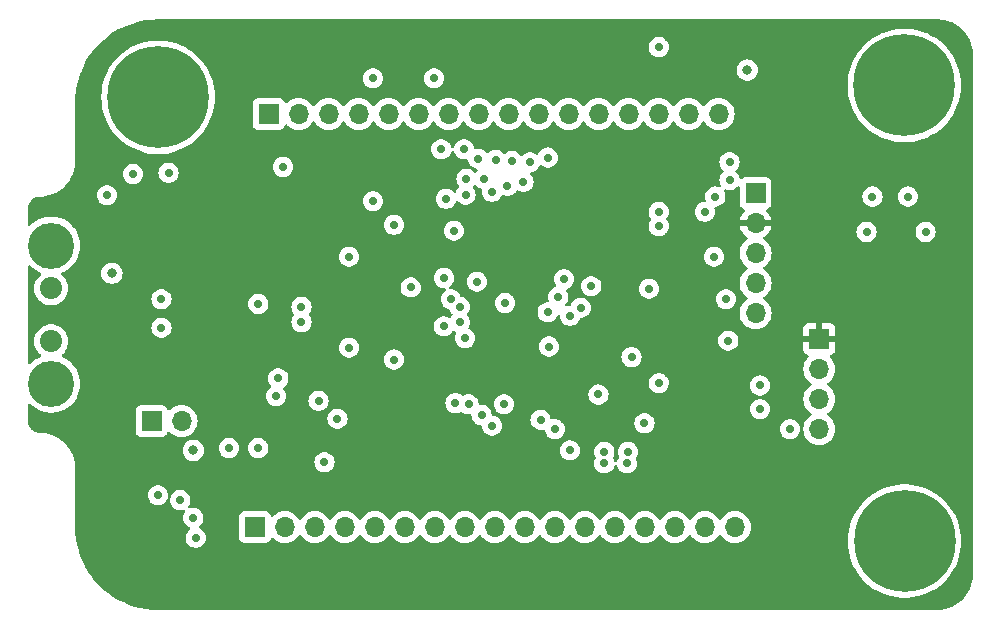
<source format=gbr>
%TF.GenerationSoftware,KiCad,Pcbnew,7.0.7-7.0.7~ubuntu22.04.1*%
%TF.CreationDate,2023-09-19T20:56:03+02:00*%
%TF.ProjectId,kicad103,6b696361-6431-4303-932e-6b696361645f,rev?*%
%TF.SameCoordinates,Original*%
%TF.FileFunction,Copper,L3,Inr*%
%TF.FilePolarity,Positive*%
%FSLAX46Y46*%
G04 Gerber Fmt 4.6, Leading zero omitted, Abs format (unit mm)*
G04 Created by KiCad (PCBNEW 7.0.7-7.0.7~ubuntu22.04.1) date 2023-09-19 20:56:03*
%MOMM*%
%LPD*%
G01*
G04 APERTURE LIST*
%TA.AperFunction,ComponentPad*%
%ADD10R,1.700000X1.700000*%
%TD*%
%TA.AperFunction,ComponentPad*%
%ADD11O,1.700000X1.700000*%
%TD*%
%TA.AperFunction,ComponentPad*%
%ADD12C,0.900000*%
%TD*%
%TA.AperFunction,ComponentPad*%
%ADD13C,8.600000*%
%TD*%
%TA.AperFunction,ComponentPad*%
%ADD14C,1.875000*%
%TD*%
%TA.AperFunction,ComponentPad*%
%ADD15C,3.894000*%
%TD*%
%TA.AperFunction,ViaPad*%
%ADD16C,0.700000*%
%TD*%
%TA.AperFunction,ViaPad*%
%ADD17C,0.800000*%
%TD*%
G04 APERTURE END LIST*
D10*
%TO.N,PB15*%
%TO.C,J5*%
X67380000Y-52000000D03*
D11*
%TO.N,PB14*%
X69920000Y-52000000D03*
%TO.N,PB13*%
X72460000Y-52000000D03*
%TO.N,PB12*%
X75000000Y-52000000D03*
%TO.N,PB11*%
X77540000Y-52000000D03*
%TO.N,PB10*%
X80080000Y-52000000D03*
%TO.N,PB9*%
X82620000Y-52000000D03*
%TO.N,PB8*%
X85160000Y-52000000D03*
%TO.N,PB7*%
X87700000Y-52000000D03*
%TO.N,PB6*%
X90240000Y-52000000D03*
%TO.N,PB5*%
X92780000Y-52000000D03*
%TO.N,PB4*%
X95320000Y-52000000D03*
%TO.N,PB3*%
X97860000Y-52000000D03*
%TO.N,PB2*%
X100400000Y-52000000D03*
%TO.N,PB1*%
X102940000Y-52000000D03*
%TO.N,PB0*%
X105480000Y-52000000D03*
%TD*%
D10*
%TO.N,Net-(D1-A)*%
%TO.C,J2*%
X57460000Y-78000000D03*
D11*
%TO.N,GND*%
X60000000Y-78000000D03*
%TD*%
D12*
%TO.N,GND*%
%TO.C,H3*%
X54794581Y-50600000D03*
X55739162Y-48319581D03*
X55739162Y-52880419D03*
X58019581Y-47375000D03*
D13*
X58019581Y-50600000D03*
D12*
X58019581Y-53825000D03*
X60300000Y-48319581D03*
X60300000Y-52880419D03*
X61244581Y-50600000D03*
%TD*%
D10*
%TO.N,+3.3V*%
%TO.C,J7*%
X114000000Y-71080000D03*
D11*
%TO.N,PB14*%
X114000000Y-73620000D03*
%TO.N,PB13*%
X114000000Y-76160000D03*
%TO.N,GND*%
X114000000Y-78700000D03*
%TD*%
D12*
%TO.N,GND*%
%TO.C,H2*%
X117994581Y-88180419D03*
X118939162Y-85900000D03*
X118939162Y-90460838D03*
X121219581Y-84955419D03*
D13*
X121219581Y-88180419D03*
D12*
X121219581Y-91405419D03*
X123500000Y-85900000D03*
X123500000Y-90460838D03*
X124444581Y-88180419D03*
%TD*%
D10*
%TO.N,PB3*%
%TO.C,J8*%
X108600000Y-58720000D03*
D11*
%TO.N,+3.3V*%
X108600000Y-61260000D03*
%TO.N,PA13*%
X108600000Y-63800000D03*
%TO.N,PA14*%
X108600000Y-66340000D03*
%TO.N,GND*%
X108600000Y-68880000D03*
%TD*%
D10*
%TO.N,PA0*%
%TO.C,J9*%
X66220000Y-87000000D03*
D11*
%TO.N,PA1*%
X68760000Y-87000000D03*
%TO.N,PA2*%
X71300000Y-87000000D03*
%TO.N,PA3*%
X73840000Y-87000000D03*
%TO.N,PA4*%
X76380000Y-87000000D03*
%TO.N,PA5*%
X78920000Y-87000000D03*
%TO.N,PA6*%
X81460000Y-87000000D03*
%TO.N,PA7*%
X84000000Y-87000000D03*
%TO.N,PA8*%
X86540000Y-87000000D03*
%TO.N,PA9*%
X89080000Y-87000000D03*
%TO.N,PA10*%
X91620000Y-87000000D03*
%TO.N,PA13*%
X94160000Y-87000000D03*
%TO.N,PA14*%
X96700000Y-87000000D03*
%TO.N,PA15*%
X99240000Y-87000000D03*
%TO.N,PC13*%
X101780000Y-87000000D03*
%TO.N,PC14*%
X104320000Y-87000000D03*
%TO.N,PC15*%
X106860000Y-87000000D03*
%TD*%
D14*
%TO.N,unconnected-(J1-Pad5)*%
%TO.C,J1*%
X48975000Y-66750000D03*
%TO.N,unconnected-(J1-Pad6)*%
X48975000Y-71250000D03*
D15*
%TO.N,unconnected-(J1-Pad7)*%
X48975000Y-63150000D03*
%TO.N,unconnected-(J1-Pad8)*%
X48975000Y-74850000D03*
%TD*%
D12*
%TO.N,GND*%
%TO.C,H1*%
X117975000Y-49600000D03*
X118919581Y-47319581D03*
X118919581Y-51880419D03*
X121200000Y-46375000D03*
D13*
X121200000Y-49600000D03*
D12*
X121200000Y-52825000D03*
X123480419Y-47319581D03*
X123480419Y-51880419D03*
X124425000Y-49600000D03*
%TD*%
D16*
%TO.N,Net-(D1-K)*%
X58300000Y-67700000D03*
X58300000Y-70100000D03*
%TO.N,+3.3V*%
X92400000Y-62200000D03*
X88900000Y-76600000D03*
X110900000Y-61300000D03*
X62700000Y-65600000D03*
X79000000Y-70000000D03*
X100400000Y-59000000D03*
X66800000Y-61200000D03*
X64000000Y-75900000D03*
X79200000Y-63800000D03*
X64800000Y-65600000D03*
X111300000Y-71600000D03*
X66700000Y-59300000D03*
X80100000Y-61800000D03*
X66700000Y-63100000D03*
%TO.N,/USB_D-*%
X70157513Y-69650000D03*
X83549513Y-69650000D03*
%TO.N,GND*%
X111500000Y-78700000D03*
X87300000Y-76600000D03*
X82400000Y-59200000D03*
X78000000Y-61400000D03*
X74200000Y-64100000D03*
X82800000Y-67700000D03*
X106300000Y-71200000D03*
X100400000Y-60300000D03*
X53700000Y-58900000D03*
X78000000Y-72800000D03*
X76200000Y-59400000D03*
X74200000Y-71800000D03*
X55900000Y-57100000D03*
X100400000Y-61500000D03*
X58900000Y-57000000D03*
X92400000Y-66000000D03*
D17*
X61000000Y-80500000D03*
D16*
X68600000Y-56500000D03*
D17*
X54100000Y-65500000D03*
D16*
X94700000Y-66600000D03*
X68000000Y-75900000D03*
%TO.N,/USB_D+*%
X70157513Y-68350000D03*
X83549513Y-68350000D03*
%TO.N,PA13*%
X92900000Y-80500000D03*
X105200000Y-59000000D03*
X92900000Y-69100000D03*
%TO.N,PA14*%
X104300000Y-60300000D03*
X106100000Y-67700000D03*
%TO.N,PB3*%
X106400000Y-56100500D03*
X106400000Y-57600000D03*
%TO.N,PA15*%
X100400000Y-74800000D03*
X99600000Y-66800000D03*
X99200000Y-78200000D03*
X98100000Y-72600000D03*
%TO.N,PC14*%
X97700000Y-81600000D03*
X95800000Y-81600000D03*
X82236654Y-65900000D03*
%TO.N,PC15*%
X79398360Y-66700000D03*
%TO.N,PB15*%
X97800000Y-80600000D03*
X95300000Y-75763000D03*
X91100000Y-71700000D03*
X95800000Y-80600000D03*
X91000000Y-68800000D03*
%TO.N,PB14*%
X76200000Y-49000000D03*
X81400000Y-49000000D03*
%TO.N,PB13*%
X82000000Y-55000000D03*
X109000000Y-75000000D03*
X83900000Y-55000000D03*
%TO.N,PB12*%
X109000000Y-77000000D03*
%TO.N,PB11*%
X84000000Y-71000000D03*
X68200000Y-74400000D03*
X72100000Y-81500000D03*
X71600000Y-76300000D03*
X66500000Y-68100000D03*
X73200000Y-77800000D03*
%TO.N,PB10*%
X61200000Y-87900000D03*
X86300000Y-78400000D03*
%TO.N,PB9*%
X83050500Y-61896691D03*
%TO.N,PB8*%
X85100000Y-55800000D03*
X84125535Y-57499500D03*
%TO.N,PB7*%
X86600000Y-55900000D03*
X85600000Y-57499500D03*
%TO.N,PB6*%
X86305378Y-58605378D03*
X88000000Y-56000000D03*
%TO.N,PB5*%
X89500000Y-56100000D03*
X87600000Y-58100000D03*
%TO.N,PB4*%
X91000000Y-55700000D03*
X88955378Y-57755378D03*
%TO.N,PB2*%
X85400000Y-77500000D03*
X100400000Y-46349500D03*
X61000000Y-86200000D03*
%TO.N,PB1*%
X59900000Y-84700000D03*
D17*
X107900000Y-48300000D03*
D16*
X84300000Y-76600000D03*
X118500000Y-59000000D03*
X121500000Y-59000000D03*
%TO.N,PB0*%
X118000000Y-62000000D03*
X123000000Y-62000000D03*
X83194622Y-76494622D03*
X58000000Y-84300000D03*
%TO.N,PA1*%
X82200000Y-70000000D03*
%TO.N,PA9*%
X87400000Y-68024500D03*
X90400000Y-77900000D03*
%TO.N,PA10*%
X91600000Y-78700000D03*
X91900000Y-67500000D03*
%TO.N,Net-(J3-Pin_10)*%
X105100000Y-64100000D03*
X85000000Y-66200000D03*
%TO.N,Net-(U1-BOOT0)*%
X84050500Y-58844396D03*
X93794975Y-68405025D03*
%TO.N,Net-(D2-K)*%
X66500000Y-80300000D03*
X64000000Y-80300000D03*
%TD*%
%TA.AperFunction,Conductor*%
%TO.N,+3.3V*%
G36*
X124001620Y-44000584D02*
G01*
X124146713Y-44008189D01*
X124310288Y-44016762D01*
X124316746Y-44017440D01*
X124620419Y-44065537D01*
X124626765Y-44066886D01*
X124923759Y-44146466D01*
X124929925Y-44148468D01*
X125182163Y-44245293D01*
X125216967Y-44258653D01*
X125222898Y-44261293D01*
X125496862Y-44400885D01*
X125502467Y-44404121D01*
X125760337Y-44571584D01*
X125765585Y-44575397D01*
X126004533Y-44768893D01*
X126009359Y-44773239D01*
X126226760Y-44990640D01*
X126231106Y-44995466D01*
X126424602Y-45234414D01*
X126428417Y-45239666D01*
X126595874Y-45497526D01*
X126599117Y-45503143D01*
X126738705Y-45777099D01*
X126741346Y-45783032D01*
X126851527Y-46070064D01*
X126853533Y-46076240D01*
X126933113Y-46373234D01*
X126934463Y-46379586D01*
X126982558Y-46683252D01*
X126983237Y-46689711D01*
X126999414Y-46998377D01*
X126999499Y-47001623D01*
X126999500Y-90907290D01*
X126999500Y-90998376D01*
X126999415Y-91001622D01*
X126983237Y-91310289D01*
X126982558Y-91316747D01*
X126934463Y-91620413D01*
X126933113Y-91626765D01*
X126853533Y-91923759D01*
X126851527Y-91929935D01*
X126741346Y-92216967D01*
X126738705Y-92222900D01*
X126599117Y-92496856D01*
X126595870Y-92502480D01*
X126428419Y-92760331D01*
X126424602Y-92765585D01*
X126231106Y-93004533D01*
X126226760Y-93009359D01*
X126009359Y-93226760D01*
X126004533Y-93231106D01*
X125765585Y-93424602D01*
X125760331Y-93428419D01*
X125502480Y-93595870D01*
X125496856Y-93599117D01*
X125222900Y-93738705D01*
X125216967Y-93741346D01*
X124929935Y-93851527D01*
X124923759Y-93853533D01*
X124626765Y-93933113D01*
X124620413Y-93934463D01*
X124316747Y-93982558D01*
X124310289Y-93983237D01*
X124018862Y-93998511D01*
X124001620Y-93999415D01*
X123998377Y-93999500D01*
X58000000Y-93999500D01*
X57502881Y-93981745D01*
X57498465Y-93981429D01*
X57006066Y-93928491D01*
X57001684Y-93927861D01*
X56514322Y-93839931D01*
X56510009Y-93838992D01*
X56030147Y-93716515D01*
X56025907Y-93715270D01*
X55556032Y-93558881D01*
X55551884Y-93557334D01*
X55094352Y-93367817D01*
X55090325Y-93365978D01*
X54647473Y-93144303D01*
X54643587Y-93142181D01*
X54217688Y-92889483D01*
X54213982Y-92887102D01*
X53925605Y-92686878D01*
X53807180Y-92604654D01*
X53803636Y-92602001D01*
X53555686Y-92402191D01*
X53418016Y-92291250D01*
X53414679Y-92288358D01*
X53052227Y-91950902D01*
X53049097Y-91947772D01*
X52711641Y-91585320D01*
X52708751Y-91581985D01*
X52515390Y-91342039D01*
X52397998Y-91196363D01*
X52395345Y-91192819D01*
X52261468Y-91000000D01*
X52112892Y-90786010D01*
X52110516Y-90782311D01*
X52029093Y-90645080D01*
X51857810Y-90356397D01*
X51855696Y-90352526D01*
X51812072Y-90265377D01*
X51634021Y-89909674D01*
X51632182Y-89905647D01*
X51442665Y-89448115D01*
X51441118Y-89443967D01*
X51284724Y-88974076D01*
X51283488Y-88969870D01*
X51161001Y-88489969D01*
X51160072Y-88485697D01*
X51072135Y-87998296D01*
X51071508Y-87993933D01*
X51067958Y-87960917D01*
X51018570Y-87501534D01*
X51018255Y-87497136D01*
X51000500Y-87000000D01*
X51000500Y-86907290D01*
X51000500Y-86907289D01*
X51000500Y-84299999D01*
X57144815Y-84299999D01*
X57163503Y-84477805D01*
X57163504Y-84477807D01*
X57218747Y-84647829D01*
X57218750Y-84647835D01*
X57308141Y-84802665D01*
X57349812Y-84848946D01*
X57427764Y-84935521D01*
X57427767Y-84935523D01*
X57427770Y-84935526D01*
X57572407Y-85040612D01*
X57735733Y-85113329D01*
X57910609Y-85150500D01*
X57910610Y-85150500D01*
X58089389Y-85150500D01*
X58089391Y-85150500D01*
X58264267Y-85113329D01*
X58427593Y-85040612D01*
X58572230Y-84935526D01*
X58691859Y-84802665D01*
X58781250Y-84647835D01*
X58814370Y-84545901D01*
X58834369Y-84516654D01*
X59034640Y-84516654D01*
X59038488Y-84520186D01*
X59056250Y-84587761D01*
X59055622Y-84597174D01*
X59050298Y-84647835D01*
X59044815Y-84699999D01*
X59063503Y-84877805D01*
X59063504Y-84877807D01*
X59118747Y-85047829D01*
X59118750Y-85047835D01*
X59208141Y-85202665D01*
X59224352Y-85220669D01*
X59327764Y-85335521D01*
X59327767Y-85335523D01*
X59327770Y-85335526D01*
X59472407Y-85440612D01*
X59635733Y-85513329D01*
X59810609Y-85550500D01*
X59810610Y-85550500D01*
X59989389Y-85550500D01*
X59989391Y-85550500D01*
X60118703Y-85523013D01*
X60164263Y-85513330D01*
X60164264Y-85513329D01*
X60164267Y-85513329D01*
X60164269Y-85513327D01*
X60164897Y-85513124D01*
X60165284Y-85513112D01*
X60170624Y-85511978D01*
X60170831Y-85512953D01*
X60234738Y-85511122D01*
X60294574Y-85547197D01*
X60325408Y-85609895D01*
X60317450Y-85679310D01*
X60310614Y-85693050D01*
X60218749Y-85852167D01*
X60218747Y-85852170D01*
X60163504Y-86022192D01*
X60163503Y-86022194D01*
X60144815Y-86199999D01*
X60163503Y-86377805D01*
X60163504Y-86377807D01*
X60218747Y-86547829D01*
X60218750Y-86547835D01*
X60308141Y-86702665D01*
X60349812Y-86748946D01*
X60427764Y-86835521D01*
X60427767Y-86835523D01*
X60427770Y-86835526D01*
X60572407Y-86940612D01*
X60686915Y-86991594D01*
X60740151Y-87036843D01*
X60760473Y-87103692D01*
X60741428Y-87170916D01*
X60709365Y-87205190D01*
X60627772Y-87264471D01*
X60627770Y-87264473D01*
X60508140Y-87397336D01*
X60418750Y-87552164D01*
X60418747Y-87552170D01*
X60363504Y-87722192D01*
X60363503Y-87722194D01*
X60345038Y-87897876D01*
X60344815Y-87900000D01*
X60350857Y-87957483D01*
X60363503Y-88077805D01*
X60363504Y-88077807D01*
X60418747Y-88247829D01*
X60418750Y-88247835D01*
X60508141Y-88402665D01*
X60513560Y-88408683D01*
X60627764Y-88535521D01*
X60627767Y-88535523D01*
X60627770Y-88535526D01*
X60772407Y-88640612D01*
X60935733Y-88713329D01*
X61110609Y-88750500D01*
X61110610Y-88750500D01*
X61289389Y-88750500D01*
X61289391Y-88750500D01*
X61464267Y-88713329D01*
X61627593Y-88640612D01*
X61772230Y-88535526D01*
X61891859Y-88402665D01*
X61981250Y-88247835D01*
X62036497Y-88077803D01*
X62055185Y-87900000D01*
X62054961Y-87897870D01*
X64869500Y-87897870D01*
X64869501Y-87897876D01*
X64875908Y-87957483D01*
X64926202Y-88092328D01*
X64926206Y-88092335D01*
X65012452Y-88207544D01*
X65012455Y-88207547D01*
X65127664Y-88293793D01*
X65127671Y-88293797D01*
X65262517Y-88344091D01*
X65262516Y-88344091D01*
X65269444Y-88344835D01*
X65322127Y-88350500D01*
X67117872Y-88350499D01*
X67177483Y-88344091D01*
X67312331Y-88293796D01*
X67427546Y-88207546D01*
X67513796Y-88092331D01*
X67562810Y-87960916D01*
X67604681Y-87904984D01*
X67670145Y-87880566D01*
X67738418Y-87895417D01*
X67766673Y-87916569D01*
X67888599Y-88038495D01*
X67985384Y-88106265D01*
X68082165Y-88174032D01*
X68082167Y-88174033D01*
X68082170Y-88174035D01*
X68296337Y-88273903D01*
X68524592Y-88335063D01*
X68701034Y-88350500D01*
X68759999Y-88355659D01*
X68760000Y-88355659D01*
X68760001Y-88355659D01*
X68818966Y-88350500D01*
X68995408Y-88335063D01*
X69223663Y-88273903D01*
X69437830Y-88174035D01*
X69631401Y-88038495D01*
X69798495Y-87871401D01*
X69928426Y-87685841D01*
X69983002Y-87642217D01*
X70052500Y-87635023D01*
X70114855Y-87666546D01*
X70131575Y-87685842D01*
X70261500Y-87871395D01*
X70261505Y-87871401D01*
X70428599Y-88038495D01*
X70525384Y-88106265D01*
X70622165Y-88174032D01*
X70622167Y-88174033D01*
X70622170Y-88174035D01*
X70836337Y-88273903D01*
X71064592Y-88335063D01*
X71241034Y-88350500D01*
X71299999Y-88355659D01*
X71300000Y-88355659D01*
X71300001Y-88355659D01*
X71358966Y-88350500D01*
X71535408Y-88335063D01*
X71763663Y-88273903D01*
X71977830Y-88174035D01*
X72171401Y-88038495D01*
X72338495Y-87871401D01*
X72468426Y-87685841D01*
X72523002Y-87642217D01*
X72592500Y-87635023D01*
X72654855Y-87666546D01*
X72671575Y-87685842D01*
X72801500Y-87871395D01*
X72801505Y-87871401D01*
X72968599Y-88038495D01*
X73065384Y-88106265D01*
X73162165Y-88174032D01*
X73162167Y-88174033D01*
X73162170Y-88174035D01*
X73376337Y-88273903D01*
X73604592Y-88335063D01*
X73781034Y-88350500D01*
X73839999Y-88355659D01*
X73840000Y-88355659D01*
X73840001Y-88355659D01*
X73898966Y-88350500D01*
X74075408Y-88335063D01*
X74303663Y-88273903D01*
X74517830Y-88174035D01*
X74711401Y-88038495D01*
X74878495Y-87871401D01*
X75008426Y-87685841D01*
X75063002Y-87642217D01*
X75132500Y-87635023D01*
X75194855Y-87666546D01*
X75211575Y-87685842D01*
X75341500Y-87871395D01*
X75341505Y-87871401D01*
X75508599Y-88038495D01*
X75605384Y-88106265D01*
X75702165Y-88174032D01*
X75702167Y-88174033D01*
X75702170Y-88174035D01*
X75916337Y-88273903D01*
X76144592Y-88335063D01*
X76321034Y-88350500D01*
X76379999Y-88355659D01*
X76380000Y-88355659D01*
X76380001Y-88355659D01*
X76438966Y-88350500D01*
X76615408Y-88335063D01*
X76843663Y-88273903D01*
X77057830Y-88174035D01*
X77251401Y-88038495D01*
X77418495Y-87871401D01*
X77548426Y-87685841D01*
X77603002Y-87642217D01*
X77672500Y-87635023D01*
X77734855Y-87666546D01*
X77751575Y-87685842D01*
X77881500Y-87871395D01*
X77881505Y-87871401D01*
X78048599Y-88038495D01*
X78145384Y-88106265D01*
X78242165Y-88174032D01*
X78242167Y-88174033D01*
X78242170Y-88174035D01*
X78456337Y-88273903D01*
X78684592Y-88335063D01*
X78861034Y-88350500D01*
X78919999Y-88355659D01*
X78920000Y-88355659D01*
X78920001Y-88355659D01*
X78978966Y-88350500D01*
X79155408Y-88335063D01*
X79383663Y-88273903D01*
X79597830Y-88174035D01*
X79791401Y-88038495D01*
X79958495Y-87871401D01*
X80088426Y-87685841D01*
X80143002Y-87642217D01*
X80212500Y-87635023D01*
X80274855Y-87666546D01*
X80291575Y-87685842D01*
X80421500Y-87871395D01*
X80421505Y-87871401D01*
X80588599Y-88038495D01*
X80685384Y-88106265D01*
X80782165Y-88174032D01*
X80782167Y-88174033D01*
X80782170Y-88174035D01*
X80996337Y-88273903D01*
X81224592Y-88335063D01*
X81401034Y-88350500D01*
X81459999Y-88355659D01*
X81460000Y-88355659D01*
X81460001Y-88355659D01*
X81518966Y-88350500D01*
X81695408Y-88335063D01*
X81923663Y-88273903D01*
X82137830Y-88174035D01*
X82331401Y-88038495D01*
X82498495Y-87871401D01*
X82628426Y-87685840D01*
X82683001Y-87642217D01*
X82752499Y-87635023D01*
X82814854Y-87666546D01*
X82831574Y-87685841D01*
X82857029Y-87722194D01*
X82961505Y-87871401D01*
X83128599Y-88038495D01*
X83225384Y-88106265D01*
X83322165Y-88174032D01*
X83322167Y-88174033D01*
X83322170Y-88174035D01*
X83536337Y-88273903D01*
X83764592Y-88335063D01*
X83941034Y-88350500D01*
X83999999Y-88355659D01*
X84000000Y-88355659D01*
X84000001Y-88355659D01*
X84058966Y-88350500D01*
X84235408Y-88335063D01*
X84463663Y-88273903D01*
X84677830Y-88174035D01*
X84871401Y-88038495D01*
X85038495Y-87871401D01*
X85168426Y-87685840D01*
X85223001Y-87642217D01*
X85292499Y-87635023D01*
X85354854Y-87666546D01*
X85371574Y-87685841D01*
X85397029Y-87722194D01*
X85501505Y-87871401D01*
X85668599Y-88038495D01*
X85765384Y-88106265D01*
X85862165Y-88174032D01*
X85862167Y-88174033D01*
X85862170Y-88174035D01*
X86076337Y-88273903D01*
X86304592Y-88335063D01*
X86481034Y-88350500D01*
X86539999Y-88355659D01*
X86540000Y-88355659D01*
X86540001Y-88355659D01*
X86598966Y-88350500D01*
X86775408Y-88335063D01*
X87003663Y-88273903D01*
X87217830Y-88174035D01*
X87411401Y-88038495D01*
X87578495Y-87871401D01*
X87708426Y-87685840D01*
X87763001Y-87642217D01*
X87832499Y-87635023D01*
X87894854Y-87666546D01*
X87911574Y-87685841D01*
X87937029Y-87722194D01*
X88041505Y-87871401D01*
X88208599Y-88038495D01*
X88305384Y-88106265D01*
X88402165Y-88174032D01*
X88402167Y-88174033D01*
X88402170Y-88174035D01*
X88616337Y-88273903D01*
X88844592Y-88335063D01*
X89021034Y-88350500D01*
X89079999Y-88355659D01*
X89080000Y-88355659D01*
X89080001Y-88355659D01*
X89138966Y-88350500D01*
X89315408Y-88335063D01*
X89543663Y-88273903D01*
X89757830Y-88174035D01*
X89951401Y-88038495D01*
X90118495Y-87871401D01*
X90248426Y-87685840D01*
X90303001Y-87642217D01*
X90372499Y-87635023D01*
X90434854Y-87666546D01*
X90451574Y-87685841D01*
X90477029Y-87722194D01*
X90581505Y-87871401D01*
X90748599Y-88038495D01*
X90845384Y-88106265D01*
X90942165Y-88174032D01*
X90942167Y-88174033D01*
X90942170Y-88174035D01*
X91156337Y-88273903D01*
X91384592Y-88335063D01*
X91561034Y-88350500D01*
X91619999Y-88355659D01*
X91620000Y-88355659D01*
X91620001Y-88355659D01*
X91678966Y-88350500D01*
X91855408Y-88335063D01*
X92083663Y-88273903D01*
X92297830Y-88174035D01*
X92491401Y-88038495D01*
X92658495Y-87871401D01*
X92788426Y-87685840D01*
X92843001Y-87642217D01*
X92912499Y-87635023D01*
X92974854Y-87666546D01*
X92991574Y-87685841D01*
X93017029Y-87722194D01*
X93121505Y-87871401D01*
X93288599Y-88038495D01*
X93385384Y-88106265D01*
X93482165Y-88174032D01*
X93482167Y-88174033D01*
X93482170Y-88174035D01*
X93696337Y-88273903D01*
X93924592Y-88335063D01*
X94101034Y-88350500D01*
X94159999Y-88355659D01*
X94160000Y-88355659D01*
X94160001Y-88355659D01*
X94218966Y-88350500D01*
X94395408Y-88335063D01*
X94623663Y-88273903D01*
X94837830Y-88174035D01*
X95031401Y-88038495D01*
X95198495Y-87871401D01*
X95328426Y-87685840D01*
X95383001Y-87642217D01*
X95452499Y-87635023D01*
X95514854Y-87666546D01*
X95531574Y-87685841D01*
X95557029Y-87722194D01*
X95661505Y-87871401D01*
X95828599Y-88038495D01*
X95925384Y-88106264D01*
X96022165Y-88174032D01*
X96022167Y-88174033D01*
X96022170Y-88174035D01*
X96236337Y-88273903D01*
X96464592Y-88335063D01*
X96641034Y-88350500D01*
X96699999Y-88355659D01*
X96700000Y-88355659D01*
X96700001Y-88355659D01*
X96758966Y-88350500D01*
X96935408Y-88335063D01*
X97163663Y-88273903D01*
X97377830Y-88174035D01*
X97571401Y-88038495D01*
X97738495Y-87871401D01*
X97868426Y-87685840D01*
X97923001Y-87642217D01*
X97992499Y-87635023D01*
X98054854Y-87666546D01*
X98071574Y-87685841D01*
X98097029Y-87722194D01*
X98201505Y-87871401D01*
X98368599Y-88038495D01*
X98465384Y-88106264D01*
X98562165Y-88174032D01*
X98562167Y-88174033D01*
X98562170Y-88174035D01*
X98776337Y-88273903D01*
X99004592Y-88335063D01*
X99181034Y-88350500D01*
X99239999Y-88355659D01*
X99240000Y-88355659D01*
X99240001Y-88355659D01*
X99298966Y-88350500D01*
X99475408Y-88335063D01*
X99703663Y-88273903D01*
X99917830Y-88174035D01*
X100111401Y-88038495D01*
X100278495Y-87871401D01*
X100408426Y-87685841D01*
X100463002Y-87642217D01*
X100532500Y-87635023D01*
X100594855Y-87666546D01*
X100611575Y-87685842D01*
X100741500Y-87871395D01*
X100741505Y-87871401D01*
X100908599Y-88038495D01*
X101005384Y-88106264D01*
X101102165Y-88174032D01*
X101102167Y-88174033D01*
X101102170Y-88174035D01*
X101316337Y-88273903D01*
X101544592Y-88335063D01*
X101721034Y-88350500D01*
X101779999Y-88355659D01*
X101780000Y-88355659D01*
X101780001Y-88355659D01*
X101838966Y-88350500D01*
X102015408Y-88335063D01*
X102243663Y-88273903D01*
X102457830Y-88174035D01*
X102651401Y-88038495D01*
X102818495Y-87871401D01*
X102948426Y-87685840D01*
X103003001Y-87642217D01*
X103072499Y-87635023D01*
X103134854Y-87666546D01*
X103151574Y-87685841D01*
X103177029Y-87722194D01*
X103281505Y-87871401D01*
X103448599Y-88038495D01*
X103545384Y-88106264D01*
X103642165Y-88174032D01*
X103642167Y-88174033D01*
X103642170Y-88174035D01*
X103856337Y-88273903D01*
X104084592Y-88335063D01*
X104261034Y-88350500D01*
X104319999Y-88355659D01*
X104320000Y-88355659D01*
X104320001Y-88355659D01*
X104378966Y-88350500D01*
X104555408Y-88335063D01*
X104783663Y-88273903D01*
X104997830Y-88174035D01*
X105191401Y-88038495D01*
X105358495Y-87871401D01*
X105488426Y-87685841D01*
X105543002Y-87642217D01*
X105612500Y-87635023D01*
X105674855Y-87666546D01*
X105691575Y-87685842D01*
X105821500Y-87871395D01*
X105821505Y-87871401D01*
X105988599Y-88038495D01*
X106085384Y-88106264D01*
X106182165Y-88174032D01*
X106182167Y-88174033D01*
X106182170Y-88174035D01*
X106396337Y-88273903D01*
X106624592Y-88335063D01*
X106801034Y-88350500D01*
X106859999Y-88355659D01*
X106860000Y-88355659D01*
X106860001Y-88355659D01*
X106918966Y-88350500D01*
X107095408Y-88335063D01*
X107323663Y-88273903D01*
X107524133Y-88180422D01*
X116414242Y-88180422D01*
X116433586Y-88611156D01*
X116433586Y-88611164D01*
X116433587Y-88611166D01*
X116437576Y-88640612D01*
X116491466Y-89038446D01*
X116587411Y-89458810D01*
X116720654Y-89868891D01*
X116720657Y-89868899D01*
X116890114Y-90265366D01*
X116890118Y-90265374D01*
X116890120Y-90265377D01*
X117094444Y-90645074D01*
X117094448Y-90645080D01*
X117094448Y-90645081D01*
X117331975Y-91004920D01*
X117331985Y-91004933D01*
X117600806Y-91342026D01*
X117600818Y-91342039D01*
X117870048Y-91623631D01*
X117898791Y-91653693D01*
X118160216Y-91882094D01*
X118211496Y-91926896D01*
X118223501Y-91937384D01*
X118572334Y-92190826D01*
X118942481Y-92411979D01*
X118942484Y-92411980D01*
X118942485Y-92411981D01*
X118942487Y-92411982D01*
X119330953Y-92599058D01*
X119330967Y-92599064D01*
X119734636Y-92750563D01*
X119734640Y-92750564D01*
X119734650Y-92750568D01*
X120150292Y-92865278D01*
X120574545Y-92942269D01*
X121003990Y-92980919D01*
X121003997Y-92980919D01*
X121435165Y-92980919D01*
X121435172Y-92980919D01*
X121864617Y-92942269D01*
X122288870Y-92865278D01*
X122704512Y-92750568D01*
X123108200Y-92599062D01*
X123496681Y-92411979D01*
X123866828Y-92190826D01*
X124215661Y-91937384D01*
X124540371Y-91653693D01*
X124838345Y-91342038D01*
X125107182Y-91004926D01*
X125344718Y-90645074D01*
X125549042Y-90265377D01*
X125718507Y-89868894D01*
X125851749Y-89458816D01*
X125947696Y-89038445D01*
X126005575Y-88611166D01*
X126024920Y-88180419D01*
X126020311Y-88077803D01*
X126012231Y-87897872D01*
X126005575Y-87749672D01*
X125947696Y-87322393D01*
X125851749Y-86902022D01*
X125718507Y-86491944D01*
X125642518Y-86314158D01*
X125549047Y-86095471D01*
X125549043Y-86095463D01*
X125535372Y-86070058D01*
X125344718Y-85715764D01*
X125311168Y-85664938D01*
X125107186Y-85355917D01*
X125107176Y-85355904D01*
X124838355Y-85018811D01*
X124838343Y-85018798D01*
X124540375Y-84707149D01*
X124540374Y-84707148D01*
X124540371Y-84707145D01*
X124215661Y-84423454D01*
X124215649Y-84423445D01*
X123866837Y-84170018D01*
X123866832Y-84170015D01*
X123866828Y-84170012D01*
X123496681Y-83948859D01*
X123496676Y-83948856D01*
X123496674Y-83948855D01*
X123108208Y-83761779D01*
X123108194Y-83761773D01*
X122704525Y-83610274D01*
X122704500Y-83610266D01*
X122288876Y-83495561D01*
X121864624Y-83418570D01*
X121864621Y-83418569D01*
X121864617Y-83418569D01*
X121435172Y-83379919D01*
X121003990Y-83379919D01*
X120574545Y-83418569D01*
X120574541Y-83418569D01*
X120574537Y-83418570D01*
X120150285Y-83495561D01*
X119734661Y-83610266D01*
X119734636Y-83610274D01*
X119330967Y-83761773D01*
X119330953Y-83761779D01*
X118942487Y-83948855D01*
X118942485Y-83948856D01*
X118572324Y-84170018D01*
X118223512Y-84423445D01*
X118223495Y-84423458D01*
X117898791Y-84707145D01*
X117898786Y-84707149D01*
X117600818Y-85018798D01*
X117600806Y-85018811D01*
X117331985Y-85355904D01*
X117331975Y-85355917D01*
X117094448Y-85715756D01*
X117094448Y-85715757D01*
X116890118Y-86095463D01*
X116890114Y-86095471D01*
X116720657Y-86491938D01*
X116720654Y-86491946D01*
X116587411Y-86902027D01*
X116491466Y-87322391D01*
X116433587Y-87749672D01*
X116433586Y-87749681D01*
X116414242Y-88180415D01*
X116414242Y-88180422D01*
X107524133Y-88180422D01*
X107537830Y-88174035D01*
X107731401Y-88038495D01*
X107898495Y-87871401D01*
X108034035Y-87677830D01*
X108133903Y-87463663D01*
X108195063Y-87235408D01*
X108215659Y-87000000D01*
X108214923Y-86991593D01*
X108201269Y-86835523D01*
X108195063Y-86764592D01*
X108133903Y-86536337D01*
X108034035Y-86322171D01*
X108028425Y-86314158D01*
X107898494Y-86128597D01*
X107731402Y-85961506D01*
X107731395Y-85961501D01*
X107537834Y-85825967D01*
X107537830Y-85825965D01*
X107537830Y-85825964D01*
X107323663Y-85726097D01*
X107323659Y-85726096D01*
X107323655Y-85726094D01*
X107095413Y-85664938D01*
X107095403Y-85664936D01*
X106860001Y-85644341D01*
X106859999Y-85644341D01*
X106624596Y-85664936D01*
X106624586Y-85664938D01*
X106396344Y-85726094D01*
X106396335Y-85726098D01*
X106182171Y-85825964D01*
X106182169Y-85825965D01*
X105988597Y-85961505D01*
X105821505Y-86128597D01*
X105691575Y-86314158D01*
X105636998Y-86357783D01*
X105567500Y-86364977D01*
X105505145Y-86333454D01*
X105488425Y-86314158D01*
X105358494Y-86128597D01*
X105191402Y-85961506D01*
X105191395Y-85961501D01*
X104997834Y-85825967D01*
X104997830Y-85825965D01*
X104997829Y-85825964D01*
X104783663Y-85726097D01*
X104783659Y-85726096D01*
X104783655Y-85726094D01*
X104555413Y-85664938D01*
X104555403Y-85664936D01*
X104320001Y-85644341D01*
X104319999Y-85644341D01*
X104084596Y-85664936D01*
X104084586Y-85664938D01*
X103856344Y-85726094D01*
X103856335Y-85726098D01*
X103642171Y-85825964D01*
X103642169Y-85825965D01*
X103448597Y-85961505D01*
X103281505Y-86128597D01*
X103151575Y-86314158D01*
X103096998Y-86357783D01*
X103027500Y-86364977D01*
X102965145Y-86333454D01*
X102948425Y-86314158D01*
X102818494Y-86128597D01*
X102651402Y-85961506D01*
X102651395Y-85961501D01*
X102457834Y-85825967D01*
X102457830Y-85825965D01*
X102457830Y-85825964D01*
X102243663Y-85726097D01*
X102243659Y-85726096D01*
X102243655Y-85726094D01*
X102015413Y-85664938D01*
X102015403Y-85664936D01*
X101780001Y-85644341D01*
X101779999Y-85644341D01*
X101544596Y-85664936D01*
X101544586Y-85664938D01*
X101316344Y-85726094D01*
X101316335Y-85726098D01*
X101102171Y-85825964D01*
X101102169Y-85825965D01*
X100908597Y-85961505D01*
X100741505Y-86128597D01*
X100611575Y-86314158D01*
X100556998Y-86357783D01*
X100487500Y-86364977D01*
X100425145Y-86333454D01*
X100408425Y-86314158D01*
X100278494Y-86128597D01*
X100111402Y-85961506D01*
X100111395Y-85961501D01*
X99917834Y-85825967D01*
X99917830Y-85825965D01*
X99917830Y-85825964D01*
X99703663Y-85726097D01*
X99703659Y-85726096D01*
X99703655Y-85726094D01*
X99475413Y-85664938D01*
X99475403Y-85664936D01*
X99240001Y-85644341D01*
X99239999Y-85644341D01*
X99004596Y-85664936D01*
X99004586Y-85664938D01*
X98776344Y-85726094D01*
X98776335Y-85726098D01*
X98562171Y-85825964D01*
X98562169Y-85825965D01*
X98368597Y-85961505D01*
X98201505Y-86128597D01*
X98071575Y-86314158D01*
X98016998Y-86357783D01*
X97947500Y-86364977D01*
X97885145Y-86333454D01*
X97868425Y-86314158D01*
X97738494Y-86128597D01*
X97571402Y-85961506D01*
X97571395Y-85961501D01*
X97377834Y-85825967D01*
X97377830Y-85825965D01*
X97377829Y-85825964D01*
X97163663Y-85726097D01*
X97163659Y-85726096D01*
X97163655Y-85726094D01*
X96935413Y-85664938D01*
X96935403Y-85664936D01*
X96700001Y-85644341D01*
X96699999Y-85644341D01*
X96464596Y-85664936D01*
X96464586Y-85664938D01*
X96236344Y-85726094D01*
X96236335Y-85726098D01*
X96022171Y-85825964D01*
X96022169Y-85825965D01*
X95828597Y-85961505D01*
X95661505Y-86128597D01*
X95531575Y-86314158D01*
X95476998Y-86357783D01*
X95407500Y-86364977D01*
X95345145Y-86333454D01*
X95328425Y-86314158D01*
X95198494Y-86128597D01*
X95031402Y-85961506D01*
X95031395Y-85961501D01*
X94837834Y-85825967D01*
X94837830Y-85825965D01*
X94837830Y-85825964D01*
X94623663Y-85726097D01*
X94623659Y-85726096D01*
X94623655Y-85726094D01*
X94395413Y-85664938D01*
X94395403Y-85664936D01*
X94160001Y-85644341D01*
X94159999Y-85644341D01*
X93924596Y-85664936D01*
X93924586Y-85664938D01*
X93696344Y-85726094D01*
X93696335Y-85726098D01*
X93482171Y-85825964D01*
X93482169Y-85825965D01*
X93288597Y-85961505D01*
X93121505Y-86128597D01*
X92991575Y-86314158D01*
X92936998Y-86357783D01*
X92867500Y-86364977D01*
X92805145Y-86333454D01*
X92788425Y-86314158D01*
X92658494Y-86128597D01*
X92491402Y-85961506D01*
X92491395Y-85961501D01*
X92297834Y-85825967D01*
X92297830Y-85825965D01*
X92297829Y-85825964D01*
X92083663Y-85726097D01*
X92083659Y-85726096D01*
X92083655Y-85726094D01*
X91855413Y-85664938D01*
X91855403Y-85664936D01*
X91620001Y-85644341D01*
X91619999Y-85644341D01*
X91384596Y-85664936D01*
X91384586Y-85664938D01*
X91156344Y-85726094D01*
X91156335Y-85726098D01*
X90942171Y-85825964D01*
X90942169Y-85825965D01*
X90748597Y-85961505D01*
X90581505Y-86128597D01*
X90451575Y-86314158D01*
X90396998Y-86357783D01*
X90327500Y-86364977D01*
X90265145Y-86333454D01*
X90248425Y-86314158D01*
X90118494Y-86128597D01*
X89951402Y-85961506D01*
X89951395Y-85961501D01*
X89757834Y-85825967D01*
X89757830Y-85825965D01*
X89757829Y-85825964D01*
X89543663Y-85726097D01*
X89543659Y-85726096D01*
X89543655Y-85726094D01*
X89315413Y-85664938D01*
X89315403Y-85664936D01*
X89080001Y-85644341D01*
X89079999Y-85644341D01*
X88844596Y-85664936D01*
X88844586Y-85664938D01*
X88616344Y-85726094D01*
X88616335Y-85726098D01*
X88402171Y-85825964D01*
X88402169Y-85825965D01*
X88208597Y-85961505D01*
X88041508Y-86128594D01*
X87911574Y-86314159D01*
X87856997Y-86357784D01*
X87787498Y-86364976D01*
X87725144Y-86333454D01*
X87708424Y-86314158D01*
X87578494Y-86128597D01*
X87411402Y-85961506D01*
X87411395Y-85961501D01*
X87217834Y-85825967D01*
X87217830Y-85825965D01*
X87217830Y-85825964D01*
X87003663Y-85726097D01*
X87003659Y-85726096D01*
X87003655Y-85726094D01*
X86775413Y-85664938D01*
X86775403Y-85664936D01*
X86540001Y-85644341D01*
X86539999Y-85644341D01*
X86304596Y-85664936D01*
X86304586Y-85664938D01*
X86076344Y-85726094D01*
X86076335Y-85726098D01*
X85862171Y-85825964D01*
X85862169Y-85825965D01*
X85668597Y-85961505D01*
X85501505Y-86128597D01*
X85371575Y-86314158D01*
X85316998Y-86357783D01*
X85247500Y-86364977D01*
X85185145Y-86333454D01*
X85168425Y-86314158D01*
X85038494Y-86128597D01*
X84871402Y-85961506D01*
X84871395Y-85961501D01*
X84677834Y-85825967D01*
X84677830Y-85825965D01*
X84677829Y-85825964D01*
X84463663Y-85726097D01*
X84463659Y-85726096D01*
X84463655Y-85726094D01*
X84235413Y-85664938D01*
X84235403Y-85664936D01*
X84000001Y-85644341D01*
X83999999Y-85644341D01*
X83764596Y-85664936D01*
X83764586Y-85664938D01*
X83536344Y-85726094D01*
X83536335Y-85726098D01*
X83322171Y-85825964D01*
X83322169Y-85825965D01*
X83128597Y-85961505D01*
X82961505Y-86128597D01*
X82831575Y-86314158D01*
X82776998Y-86357783D01*
X82707500Y-86364977D01*
X82645145Y-86333454D01*
X82628425Y-86314158D01*
X82498494Y-86128597D01*
X82331402Y-85961506D01*
X82331395Y-85961501D01*
X82137834Y-85825967D01*
X82137830Y-85825965D01*
X82137830Y-85825964D01*
X81923663Y-85726097D01*
X81923659Y-85726096D01*
X81923655Y-85726094D01*
X81695413Y-85664938D01*
X81695403Y-85664936D01*
X81460001Y-85644341D01*
X81459999Y-85644341D01*
X81224596Y-85664936D01*
X81224586Y-85664938D01*
X80996344Y-85726094D01*
X80996335Y-85726098D01*
X80782171Y-85825964D01*
X80782169Y-85825965D01*
X80588597Y-85961505D01*
X80421505Y-86128597D01*
X80291575Y-86314158D01*
X80236998Y-86357783D01*
X80167500Y-86364977D01*
X80105145Y-86333454D01*
X80088425Y-86314158D01*
X79958494Y-86128597D01*
X79791402Y-85961506D01*
X79791395Y-85961501D01*
X79597834Y-85825967D01*
X79597830Y-85825965D01*
X79597830Y-85825964D01*
X79383663Y-85726097D01*
X79383659Y-85726096D01*
X79383655Y-85726094D01*
X79155413Y-85664938D01*
X79155403Y-85664936D01*
X78920001Y-85644341D01*
X78919999Y-85644341D01*
X78684596Y-85664936D01*
X78684586Y-85664938D01*
X78456344Y-85726094D01*
X78456335Y-85726098D01*
X78242171Y-85825964D01*
X78242169Y-85825965D01*
X78048597Y-85961505D01*
X77881505Y-86128597D01*
X77751575Y-86314158D01*
X77696998Y-86357783D01*
X77627500Y-86364977D01*
X77565145Y-86333454D01*
X77548425Y-86314158D01*
X77418494Y-86128597D01*
X77251402Y-85961506D01*
X77251395Y-85961501D01*
X77057834Y-85825967D01*
X77057830Y-85825965D01*
X77057829Y-85825964D01*
X76843663Y-85726097D01*
X76843659Y-85726096D01*
X76843655Y-85726094D01*
X76615413Y-85664938D01*
X76615403Y-85664936D01*
X76380001Y-85644341D01*
X76379999Y-85644341D01*
X76144596Y-85664936D01*
X76144586Y-85664938D01*
X75916344Y-85726094D01*
X75916335Y-85726098D01*
X75702171Y-85825964D01*
X75702169Y-85825965D01*
X75508597Y-85961505D01*
X75341505Y-86128597D01*
X75211575Y-86314158D01*
X75156998Y-86357783D01*
X75087500Y-86364977D01*
X75025145Y-86333454D01*
X75008425Y-86314158D01*
X74878494Y-86128597D01*
X74711402Y-85961506D01*
X74711395Y-85961501D01*
X74517834Y-85825967D01*
X74517830Y-85825965D01*
X74517829Y-85825964D01*
X74303663Y-85726097D01*
X74303659Y-85726096D01*
X74303655Y-85726094D01*
X74075413Y-85664938D01*
X74075403Y-85664936D01*
X73840001Y-85644341D01*
X73839999Y-85644341D01*
X73604596Y-85664936D01*
X73604586Y-85664938D01*
X73376344Y-85726094D01*
X73376335Y-85726098D01*
X73162171Y-85825964D01*
X73162169Y-85825965D01*
X72968597Y-85961505D01*
X72801505Y-86128597D01*
X72671575Y-86314158D01*
X72616998Y-86357783D01*
X72547500Y-86364977D01*
X72485145Y-86333454D01*
X72468425Y-86314158D01*
X72338494Y-86128597D01*
X72171402Y-85961506D01*
X72171395Y-85961501D01*
X71977834Y-85825967D01*
X71977830Y-85825965D01*
X71977829Y-85825964D01*
X71763663Y-85726097D01*
X71763659Y-85726096D01*
X71763655Y-85726094D01*
X71535413Y-85664938D01*
X71535403Y-85664936D01*
X71300001Y-85644341D01*
X71299999Y-85644341D01*
X71064596Y-85664936D01*
X71064586Y-85664938D01*
X70836344Y-85726094D01*
X70836335Y-85726098D01*
X70622171Y-85825964D01*
X70622169Y-85825965D01*
X70428597Y-85961505D01*
X70261505Y-86128597D01*
X70131575Y-86314158D01*
X70076998Y-86357783D01*
X70007500Y-86364977D01*
X69945145Y-86333454D01*
X69928425Y-86314158D01*
X69798494Y-86128597D01*
X69631402Y-85961506D01*
X69631395Y-85961501D01*
X69437834Y-85825967D01*
X69437830Y-85825965D01*
X69437830Y-85825964D01*
X69223663Y-85726097D01*
X69223659Y-85726096D01*
X69223655Y-85726094D01*
X68995413Y-85664938D01*
X68995403Y-85664936D01*
X68760001Y-85644341D01*
X68759999Y-85644341D01*
X68524596Y-85664936D01*
X68524586Y-85664938D01*
X68296344Y-85726094D01*
X68296335Y-85726098D01*
X68082171Y-85825964D01*
X68082169Y-85825965D01*
X67888600Y-85961503D01*
X67766673Y-86083430D01*
X67705350Y-86116914D01*
X67635658Y-86111930D01*
X67579725Y-86070058D01*
X67562810Y-86039081D01*
X67513797Y-85907671D01*
X67513793Y-85907664D01*
X67427547Y-85792455D01*
X67427544Y-85792452D01*
X67312335Y-85706206D01*
X67312328Y-85706202D01*
X67177482Y-85655908D01*
X67177483Y-85655908D01*
X67117883Y-85649501D01*
X67117881Y-85649500D01*
X67117873Y-85649500D01*
X67117864Y-85649500D01*
X65322129Y-85649500D01*
X65322123Y-85649501D01*
X65262516Y-85655908D01*
X65127671Y-85706202D01*
X65127664Y-85706206D01*
X65012455Y-85792452D01*
X65012452Y-85792455D01*
X64926206Y-85907664D01*
X64926202Y-85907671D01*
X64875908Y-86042517D01*
X64869501Y-86102116D01*
X64869500Y-86102135D01*
X64869500Y-87897870D01*
X62054961Y-87897870D01*
X62036497Y-87722197D01*
X61981250Y-87552165D01*
X61891859Y-87397335D01*
X61824379Y-87322391D01*
X61772235Y-87264478D01*
X61772232Y-87264476D01*
X61772231Y-87264475D01*
X61772230Y-87264474D01*
X61627593Y-87159388D01*
X61627592Y-87159387D01*
X61513084Y-87108405D01*
X61459847Y-87063155D01*
X61439526Y-86996306D01*
X61458571Y-86929082D01*
X61490632Y-86894810D01*
X61572230Y-86835526D01*
X61691859Y-86702665D01*
X61781250Y-86547835D01*
X61836497Y-86377803D01*
X61855185Y-86200000D01*
X61836497Y-86022197D01*
X61799285Y-85907671D01*
X61781252Y-85852170D01*
X61781250Y-85852167D01*
X61781250Y-85852165D01*
X61691859Y-85697335D01*
X61644143Y-85644341D01*
X61572235Y-85564478D01*
X61572232Y-85564476D01*
X61572231Y-85564475D01*
X61572230Y-85564474D01*
X61427593Y-85459388D01*
X61264267Y-85386671D01*
X61264265Y-85386670D01*
X61136594Y-85359533D01*
X61089391Y-85349500D01*
X60910609Y-85349500D01*
X60866890Y-85358792D01*
X60735730Y-85386671D01*
X60735082Y-85386882D01*
X60734686Y-85386893D01*
X60729376Y-85388022D01*
X60729169Y-85387050D01*
X60665240Y-85388872D01*
X60605410Y-85352786D01*
X60574587Y-85290083D01*
X60582558Y-85220669D01*
X60589386Y-85206948D01*
X60621976Y-85150500D01*
X60681250Y-85047835D01*
X60736497Y-84877803D01*
X60755185Y-84700000D01*
X60736497Y-84522197D01*
X60681250Y-84352165D01*
X60591859Y-84197335D01*
X60545003Y-84145296D01*
X60472235Y-84064478D01*
X60472232Y-84064476D01*
X60472231Y-84064475D01*
X60472230Y-84064474D01*
X60327593Y-83959388D01*
X60164267Y-83886671D01*
X60164265Y-83886670D01*
X60036594Y-83859533D01*
X59989391Y-83849500D01*
X59810609Y-83849500D01*
X59779954Y-83856015D01*
X59635733Y-83886670D01*
X59635728Y-83886672D01*
X59472408Y-83959387D01*
X59327768Y-84064475D01*
X59208140Y-84197336D01*
X59118750Y-84352164D01*
X59118748Y-84352168D01*
X59085629Y-84454098D01*
X59046191Y-84511773D01*
X59034640Y-84516654D01*
X58834369Y-84516654D01*
X58853807Y-84488227D01*
X58865359Y-84483344D01*
X58861510Y-84479811D01*
X58843749Y-84412237D01*
X58844374Y-84402855D01*
X58855185Y-84300000D01*
X58836497Y-84122197D01*
X58808873Y-84037180D01*
X58781252Y-83952170D01*
X58781249Y-83952164D01*
X58779341Y-83948859D01*
X58691859Y-83797335D01*
X58645003Y-83745296D01*
X58572235Y-83664478D01*
X58572232Y-83664476D01*
X58572231Y-83664475D01*
X58572230Y-83664474D01*
X58427593Y-83559388D01*
X58264267Y-83486671D01*
X58264265Y-83486670D01*
X58136594Y-83459533D01*
X58089391Y-83449500D01*
X57910609Y-83449500D01*
X57879954Y-83456015D01*
X57735733Y-83486670D01*
X57735728Y-83486672D01*
X57572408Y-83559387D01*
X57427768Y-83664475D01*
X57308140Y-83797336D01*
X57218750Y-83952164D01*
X57218747Y-83952170D01*
X57163504Y-84122192D01*
X57163503Y-84122194D01*
X57144815Y-84299999D01*
X51000500Y-84299999D01*
X51000500Y-81949258D01*
X51000500Y-81949257D01*
X51000500Y-81842750D01*
X50967626Y-81529974D01*
X50961255Y-81499999D01*
X71244815Y-81499999D01*
X71263503Y-81677805D01*
X71263504Y-81677807D01*
X71318747Y-81847829D01*
X71318750Y-81847835D01*
X71408141Y-82002665D01*
X71449812Y-82048946D01*
X71527764Y-82135521D01*
X71527767Y-82135523D01*
X71527770Y-82135526D01*
X71672407Y-82240612D01*
X71835733Y-82313329D01*
X72010609Y-82350500D01*
X72010610Y-82350500D01*
X72189389Y-82350500D01*
X72189391Y-82350500D01*
X72364267Y-82313329D01*
X72527593Y-82240612D01*
X72672230Y-82135526D01*
X72791859Y-82002665D01*
X72881250Y-81847835D01*
X72936497Y-81677803D01*
X72944674Y-81600000D01*
X94944815Y-81600000D01*
X94963503Y-81777805D01*
X94963504Y-81777807D01*
X95018747Y-81947829D01*
X95018750Y-81947835D01*
X95108141Y-82102665D01*
X95149812Y-82148946D01*
X95227764Y-82235521D01*
X95227767Y-82235523D01*
X95227770Y-82235526D01*
X95372407Y-82340612D01*
X95535733Y-82413329D01*
X95710609Y-82450500D01*
X95710610Y-82450500D01*
X95889389Y-82450500D01*
X95889391Y-82450500D01*
X96064267Y-82413329D01*
X96227593Y-82340612D01*
X96372230Y-82235526D01*
X96491859Y-82102665D01*
X96581250Y-81947835D01*
X96632069Y-81791429D01*
X96671506Y-81733755D01*
X96735865Y-81706556D01*
X96804711Y-81718470D01*
X96856187Y-81765714D01*
X96867931Y-81791430D01*
X96918747Y-81947829D01*
X96918750Y-81947835D01*
X97008141Y-82102665D01*
X97049812Y-82148946D01*
X97127764Y-82235521D01*
X97127767Y-82235523D01*
X97127770Y-82235526D01*
X97272407Y-82340612D01*
X97435733Y-82413329D01*
X97610609Y-82450500D01*
X97610610Y-82450500D01*
X97789389Y-82450500D01*
X97789391Y-82450500D01*
X97964267Y-82413329D01*
X98127593Y-82340612D01*
X98272230Y-82235526D01*
X98391859Y-82102665D01*
X98481250Y-81947835D01*
X98536497Y-81777803D01*
X98555185Y-81600000D01*
X98536497Y-81422197D01*
X98504003Y-81322192D01*
X98481252Y-81252170D01*
X98481249Y-81252164D01*
X98481248Y-81252163D01*
X98477846Y-81246270D01*
X98461377Y-81178370D01*
X98484231Y-81112344D01*
X98490555Y-81104459D01*
X98491855Y-81102669D01*
X98491859Y-81102665D01*
X98581250Y-80947835D01*
X98636497Y-80777803D01*
X98655185Y-80600000D01*
X98636497Y-80422197D01*
X98604003Y-80322192D01*
X98581252Y-80252170D01*
X98581249Y-80252164D01*
X98491859Y-80097335D01*
X98435787Y-80035061D01*
X98372235Y-79964478D01*
X98372232Y-79964476D01*
X98372231Y-79964475D01*
X98372230Y-79964474D01*
X98227593Y-79859388D01*
X98064267Y-79786671D01*
X98064265Y-79786670D01*
X97935906Y-79759387D01*
X97889391Y-79749500D01*
X97710609Y-79749500D01*
X97679954Y-79756015D01*
X97535733Y-79786670D01*
X97535728Y-79786672D01*
X97372408Y-79859387D01*
X97227768Y-79964475D01*
X97108140Y-80097336D01*
X97018750Y-80252164D01*
X97018747Y-80252170D01*
X96963504Y-80422192D01*
X96963503Y-80422194D01*
X96944815Y-80599999D01*
X96963503Y-80777805D01*
X96963504Y-80777807D01*
X97018750Y-80947836D01*
X97022152Y-80953729D01*
X97038622Y-81021630D01*
X97015768Y-81087656D01*
X97009437Y-81095551D01*
X97008138Y-81097338D01*
X96918750Y-81252164D01*
X96918747Y-81252170D01*
X96867931Y-81408569D01*
X96828494Y-81466245D01*
X96764135Y-81493443D01*
X96695289Y-81481528D01*
X96643813Y-81434284D01*
X96632069Y-81408569D01*
X96581252Y-81252170D01*
X96581251Y-81252169D01*
X96581250Y-81252165D01*
X96529190Y-81161996D01*
X96512719Y-81094101D01*
X96529190Y-81038004D01*
X96581250Y-80947835D01*
X96636497Y-80777803D01*
X96655185Y-80600000D01*
X96636497Y-80422197D01*
X96604003Y-80322192D01*
X96581252Y-80252170D01*
X96581249Y-80252164D01*
X96491859Y-80097335D01*
X96435787Y-80035061D01*
X96372235Y-79964478D01*
X96372232Y-79964476D01*
X96372231Y-79964475D01*
X96372230Y-79964474D01*
X96227593Y-79859388D01*
X96064267Y-79786671D01*
X96064265Y-79786670D01*
X95935906Y-79759387D01*
X95889391Y-79749500D01*
X95710609Y-79749500D01*
X95679954Y-79756015D01*
X95535733Y-79786670D01*
X95535728Y-79786672D01*
X95372408Y-79859387D01*
X95227768Y-79964475D01*
X95108140Y-80097336D01*
X95018750Y-80252164D01*
X95018747Y-80252170D01*
X94963504Y-80422192D01*
X94963503Y-80422194D01*
X94944815Y-80600000D01*
X94963503Y-80777805D01*
X94963504Y-80777807D01*
X95018750Y-80947836D01*
X95070806Y-81038000D01*
X95087279Y-81105900D01*
X95070806Y-81162000D01*
X95018750Y-81252163D01*
X94963504Y-81422192D01*
X94963503Y-81422194D01*
X94944815Y-81600000D01*
X72944674Y-81600000D01*
X72955185Y-81500000D01*
X72936497Y-81322197D01*
X72889765Y-81178370D01*
X72881252Y-81152170D01*
X72881249Y-81152164D01*
X72791859Y-80997335D01*
X72725151Y-80923248D01*
X72672235Y-80864478D01*
X72672232Y-80864476D01*
X72672231Y-80864475D01*
X72672230Y-80864474D01*
X72527593Y-80759388D01*
X72364267Y-80686671D01*
X72364265Y-80686670D01*
X72236594Y-80659533D01*
X72189391Y-80649500D01*
X72010609Y-80649500D01*
X71979954Y-80656015D01*
X71835733Y-80686670D01*
X71835728Y-80686672D01*
X71672408Y-80759387D01*
X71527768Y-80864475D01*
X71408140Y-80997336D01*
X71318750Y-81152164D01*
X71318747Y-81152170D01*
X71263504Y-81322192D01*
X71263503Y-81322194D01*
X71244815Y-81499999D01*
X50961255Y-81499999D01*
X50902238Y-81222348D01*
X50805053Y-80923241D01*
X50677134Y-80635932D01*
X50677131Y-80635928D01*
X50677130Y-80635924D01*
X50598654Y-80500000D01*
X60094540Y-80500000D01*
X60114326Y-80688256D01*
X60114327Y-80688259D01*
X60172818Y-80868277D01*
X60172821Y-80868284D01*
X60267467Y-81032216D01*
X60360488Y-81135526D01*
X60394129Y-81172888D01*
X60547265Y-81284148D01*
X60547270Y-81284151D01*
X60720192Y-81361142D01*
X60720197Y-81361144D01*
X60905354Y-81400500D01*
X60905355Y-81400500D01*
X61094644Y-81400500D01*
X61094646Y-81400500D01*
X61279803Y-81361144D01*
X61452730Y-81284151D01*
X61605871Y-81172888D01*
X61732533Y-81032216D01*
X61827179Y-80868284D01*
X61885674Y-80688256D01*
X61905460Y-80500000D01*
X61885674Y-80311744D01*
X61881858Y-80300000D01*
X63144815Y-80300000D01*
X63163503Y-80477805D01*
X63163504Y-80477807D01*
X63218747Y-80647829D01*
X63218750Y-80647835D01*
X63308141Y-80802665D01*
X63348807Y-80847829D01*
X63427764Y-80935521D01*
X63427767Y-80935523D01*
X63427770Y-80935526D01*
X63572407Y-81040612D01*
X63735733Y-81113329D01*
X63910609Y-81150500D01*
X63910610Y-81150500D01*
X64089389Y-81150500D01*
X64089391Y-81150500D01*
X64264267Y-81113329D01*
X64427593Y-81040612D01*
X64572230Y-80935526D01*
X64691859Y-80802665D01*
X64781250Y-80647835D01*
X64836497Y-80477803D01*
X64855185Y-80300000D01*
X65644815Y-80300000D01*
X65663503Y-80477805D01*
X65663504Y-80477807D01*
X65718747Y-80647829D01*
X65718750Y-80647835D01*
X65808141Y-80802665D01*
X65848807Y-80847829D01*
X65927764Y-80935521D01*
X65927767Y-80935523D01*
X65927770Y-80935526D01*
X66072407Y-81040612D01*
X66235733Y-81113329D01*
X66410609Y-81150500D01*
X66410610Y-81150500D01*
X66589389Y-81150500D01*
X66589391Y-81150500D01*
X66764267Y-81113329D01*
X66927593Y-81040612D01*
X67072230Y-80935526D01*
X67191859Y-80802665D01*
X67281250Y-80647835D01*
X67329285Y-80499999D01*
X92044815Y-80499999D01*
X92063503Y-80677805D01*
X92063504Y-80677807D01*
X92118747Y-80847829D01*
X92118750Y-80847835D01*
X92208141Y-81002665D01*
X92234327Y-81031747D01*
X92327764Y-81135521D01*
X92327767Y-81135523D01*
X92327770Y-81135526D01*
X92472407Y-81240612D01*
X92635733Y-81313329D01*
X92810609Y-81350500D01*
X92810610Y-81350500D01*
X92989389Y-81350500D01*
X92989391Y-81350500D01*
X93164267Y-81313329D01*
X93327593Y-81240612D01*
X93472230Y-81135526D01*
X93591859Y-81002665D01*
X93681250Y-80847835D01*
X93736497Y-80677803D01*
X93755185Y-80500000D01*
X93736497Y-80322197D01*
X93681250Y-80152165D01*
X93591859Y-79997335D01*
X93545003Y-79945296D01*
X93472235Y-79864478D01*
X93472232Y-79864476D01*
X93472231Y-79864475D01*
X93472230Y-79864474D01*
X93327593Y-79759388D01*
X93164267Y-79686671D01*
X93164265Y-79686670D01*
X93036594Y-79659533D01*
X92989391Y-79649500D01*
X92810609Y-79649500D01*
X92779954Y-79656015D01*
X92635733Y-79686670D01*
X92635728Y-79686672D01*
X92472408Y-79759387D01*
X92327768Y-79864475D01*
X92208140Y-79997336D01*
X92118750Y-80152164D01*
X92118747Y-80152170D01*
X92063504Y-80322192D01*
X92063503Y-80322194D01*
X92044815Y-80499999D01*
X67329285Y-80499999D01*
X67336497Y-80477803D01*
X67355185Y-80300000D01*
X67336497Y-80122197D01*
X67288313Y-79973903D01*
X67281252Y-79952170D01*
X67281249Y-79952164D01*
X67191859Y-79797335D01*
X67138877Y-79738493D01*
X67072235Y-79664478D01*
X67072232Y-79664476D01*
X67072231Y-79664475D01*
X67072230Y-79664474D01*
X66927593Y-79559388D01*
X66764267Y-79486671D01*
X66764265Y-79486670D01*
X66636594Y-79459533D01*
X66589391Y-79449500D01*
X66410609Y-79449500D01*
X66379954Y-79456015D01*
X66235733Y-79486670D01*
X66235728Y-79486672D01*
X66072408Y-79559387D01*
X65927768Y-79664475D01*
X65808140Y-79797336D01*
X65718750Y-79952164D01*
X65718747Y-79952170D01*
X65663504Y-80122192D01*
X65663503Y-80122194D01*
X65644815Y-80300000D01*
X64855185Y-80300000D01*
X64836497Y-80122197D01*
X64788313Y-79973903D01*
X64781252Y-79952170D01*
X64781249Y-79952164D01*
X64691859Y-79797335D01*
X64638877Y-79738493D01*
X64572235Y-79664478D01*
X64572232Y-79664476D01*
X64572231Y-79664475D01*
X64572230Y-79664474D01*
X64427593Y-79559388D01*
X64264267Y-79486671D01*
X64264265Y-79486670D01*
X64136594Y-79459533D01*
X64089391Y-79449500D01*
X63910609Y-79449500D01*
X63879954Y-79456015D01*
X63735733Y-79486670D01*
X63735728Y-79486672D01*
X63572408Y-79559387D01*
X63427768Y-79664475D01*
X63308140Y-79797336D01*
X63218750Y-79952164D01*
X63218747Y-79952170D01*
X63163504Y-80122192D01*
X63163503Y-80122194D01*
X63144815Y-80300000D01*
X61881858Y-80300000D01*
X61827179Y-80131716D01*
X61732533Y-79967784D01*
X61605871Y-79827112D01*
X61564888Y-79797336D01*
X61452734Y-79715851D01*
X61452729Y-79715848D01*
X61279807Y-79638857D01*
X61279802Y-79638855D01*
X61134001Y-79607865D01*
X61094646Y-79599500D01*
X60905354Y-79599500D01*
X60872897Y-79606398D01*
X60720197Y-79638855D01*
X60720192Y-79638857D01*
X60547270Y-79715848D01*
X60547265Y-79715851D01*
X60394129Y-79827111D01*
X60267466Y-79967785D01*
X60172821Y-80131715D01*
X60172818Y-80131722D01*
X60118142Y-80299999D01*
X60114326Y-80311744D01*
X60108879Y-80363571D01*
X60096873Y-80477807D01*
X60094540Y-80500000D01*
X50598654Y-80500000D01*
X50519887Y-80363571D01*
X50519884Y-80363566D01*
X50335032Y-80109139D01*
X50335025Y-80109130D01*
X50213267Y-79973905D01*
X50124586Y-79875414D01*
X49972522Y-79738495D01*
X49890869Y-79664974D01*
X49890860Y-79664967D01*
X49636433Y-79480115D01*
X49636428Y-79480112D01*
X49364075Y-79322869D01*
X49364068Y-79322866D01*
X49254100Y-79273905D01*
X49076759Y-79194947D01*
X49076754Y-79194945D01*
X49076751Y-79194944D01*
X48777649Y-79097761D01*
X48777647Y-79097760D01*
X48498823Y-79038495D01*
X48470026Y-79032374D01*
X48157250Y-78999500D01*
X48157245Y-78999500D01*
X48002707Y-78999500D01*
X47997304Y-78999264D01*
X47963442Y-78996301D01*
X47837246Y-78985260D01*
X47815961Y-78981507D01*
X47668630Y-78942030D01*
X47648318Y-78934637D01*
X47569471Y-78897870D01*
X56109500Y-78897870D01*
X56109501Y-78897876D01*
X56115908Y-78957483D01*
X56166202Y-79092328D01*
X56166206Y-79092335D01*
X56252452Y-79207544D01*
X56252455Y-79207547D01*
X56367664Y-79293793D01*
X56367671Y-79293797D01*
X56502517Y-79344091D01*
X56502516Y-79344091D01*
X56509444Y-79344835D01*
X56562127Y-79350500D01*
X58357872Y-79350499D01*
X58417483Y-79344091D01*
X58552331Y-79293796D01*
X58667546Y-79207546D01*
X58753796Y-79092331D01*
X58802810Y-78960916D01*
X58844681Y-78904984D01*
X58910145Y-78880566D01*
X58978418Y-78895417D01*
X59006673Y-78916569D01*
X59128599Y-79038495D01*
X59213238Y-79097760D01*
X59322165Y-79174032D01*
X59322167Y-79174033D01*
X59322170Y-79174035D01*
X59536337Y-79273903D01*
X59764592Y-79335063D01*
X59941034Y-79350500D01*
X59999999Y-79355659D01*
X60000000Y-79355659D01*
X60000001Y-79355659D01*
X60058966Y-79350500D01*
X60235408Y-79335063D01*
X60463663Y-79273903D01*
X60677830Y-79174035D01*
X60871401Y-79038495D01*
X61038495Y-78871401D01*
X61174035Y-78677830D01*
X61273903Y-78463663D01*
X61335063Y-78235408D01*
X61355659Y-78000000D01*
X61338161Y-77800000D01*
X72344815Y-77800000D01*
X72363503Y-77977805D01*
X72363504Y-77977807D01*
X72418747Y-78147829D01*
X72418750Y-78147835D01*
X72508141Y-78302665D01*
X72543423Y-78341849D01*
X72627764Y-78435521D01*
X72627767Y-78435523D01*
X72627770Y-78435526D01*
X72772407Y-78540612D01*
X72935733Y-78613329D01*
X73110609Y-78650500D01*
X73110610Y-78650500D01*
X73289389Y-78650500D01*
X73289391Y-78650500D01*
X73464267Y-78613329D01*
X73627593Y-78540612D01*
X73772230Y-78435526D01*
X73783519Y-78422989D01*
X73804218Y-78400000D01*
X73891859Y-78302665D01*
X73981250Y-78147835D01*
X74036497Y-77977803D01*
X74055185Y-77800000D01*
X74036497Y-77622197D01*
X73989319Y-77476998D01*
X73981252Y-77452170D01*
X73981249Y-77452164D01*
X73891859Y-77297335D01*
X73827664Y-77226039D01*
X73772235Y-77164478D01*
X73772232Y-77164476D01*
X73772231Y-77164475D01*
X73772230Y-77164474D01*
X73627593Y-77059388D01*
X73464267Y-76986671D01*
X73464265Y-76986670D01*
X73336594Y-76959533D01*
X73289391Y-76949500D01*
X73110609Y-76949500D01*
X73079954Y-76956015D01*
X72935733Y-76986670D01*
X72935728Y-76986672D01*
X72772408Y-77059387D01*
X72627768Y-77164475D01*
X72508140Y-77297336D01*
X72418750Y-77452164D01*
X72418747Y-77452170D01*
X72363504Y-77622192D01*
X72363503Y-77622194D01*
X72344815Y-77800000D01*
X61338161Y-77800000D01*
X61335063Y-77764592D01*
X61281443Y-77564476D01*
X61273905Y-77536344D01*
X61273904Y-77536343D01*
X61273903Y-77536337D01*
X61174035Y-77322171D01*
X61164078Y-77307950D01*
X61038494Y-77128597D01*
X60871402Y-76961506D01*
X60871395Y-76961501D01*
X60677834Y-76825967D01*
X60677830Y-76825965D01*
X60677828Y-76825964D01*
X60463663Y-76726097D01*
X60463659Y-76726096D01*
X60463655Y-76726094D01*
X60235413Y-76664938D01*
X60235403Y-76664936D01*
X60000001Y-76644341D01*
X59999999Y-76644341D01*
X59764596Y-76664936D01*
X59764586Y-76664938D01*
X59536344Y-76726094D01*
X59536335Y-76726098D01*
X59322171Y-76825964D01*
X59322169Y-76825965D01*
X59128600Y-76961503D01*
X59006673Y-77083430D01*
X58945350Y-77116914D01*
X58875658Y-77111930D01*
X58819725Y-77070058D01*
X58802810Y-77039081D01*
X58753797Y-76907671D01*
X58753793Y-76907664D01*
X58667547Y-76792455D01*
X58667544Y-76792452D01*
X58552335Y-76706206D01*
X58552328Y-76706202D01*
X58417482Y-76655908D01*
X58417483Y-76655908D01*
X58357883Y-76649501D01*
X58357881Y-76649500D01*
X58357873Y-76649500D01*
X58357864Y-76649500D01*
X56562129Y-76649500D01*
X56562123Y-76649501D01*
X56502516Y-76655908D01*
X56367671Y-76706202D01*
X56367664Y-76706206D01*
X56252455Y-76792452D01*
X56252452Y-76792455D01*
X56166206Y-76907664D01*
X56166202Y-76907671D01*
X56115908Y-77042517D01*
X56109501Y-77102116D01*
X56109500Y-77102135D01*
X56109500Y-78897870D01*
X47569471Y-78897870D01*
X47510084Y-78870177D01*
X47491366Y-78859370D01*
X47366417Y-78771880D01*
X47349859Y-78757986D01*
X47242013Y-78650140D01*
X47228119Y-78633582D01*
X47140629Y-78508633D01*
X47129822Y-78489915D01*
X47065362Y-78351681D01*
X47057969Y-78331369D01*
X47032507Y-78236344D01*
X47018491Y-78184035D01*
X47014739Y-78162752D01*
X47013433Y-78147829D01*
X47000735Y-78002696D01*
X47000500Y-77997292D01*
X47000500Y-76639851D01*
X47020185Y-76572812D01*
X47072989Y-76527057D01*
X47142147Y-76517113D01*
X47205703Y-76546138D01*
X47209366Y-76549443D01*
X47411818Y-76739558D01*
X47411828Y-76739566D01*
X47660959Y-76920570D01*
X47660964Y-76920572D01*
X47660971Y-76920578D01*
X47930845Y-77068943D01*
X47930850Y-77068945D01*
X47930852Y-77068946D01*
X47930853Y-77068947D01*
X48217182Y-77182312D01*
X48217185Y-77182313D01*
X48316616Y-77207842D01*
X48515477Y-77258901D01*
X48665090Y-77277801D01*
X48821006Y-77297499D01*
X48821012Y-77297499D01*
X48821016Y-77297500D01*
X48821018Y-77297500D01*
X49128982Y-77297500D01*
X49128984Y-77297500D01*
X49128989Y-77297499D01*
X49128993Y-77297499D01*
X49210103Y-77287252D01*
X49434523Y-77258901D01*
X49732814Y-77182313D01*
X49744200Y-77177805D01*
X50019146Y-77068947D01*
X50019147Y-77068946D01*
X50019145Y-77068946D01*
X50019155Y-77068943D01*
X50289029Y-76920578D01*
X50538180Y-76739560D01*
X50762678Y-76528742D01*
X50958984Y-76291449D01*
X51124001Y-76031423D01*
X51185844Y-75899999D01*
X67144815Y-75899999D01*
X67163503Y-76077805D01*
X67163504Y-76077807D01*
X67218747Y-76247829D01*
X67218750Y-76247835D01*
X67308141Y-76402665D01*
X67325726Y-76422195D01*
X67427764Y-76535521D01*
X67427767Y-76535523D01*
X67427770Y-76535526D01*
X67572407Y-76640612D01*
X67735733Y-76713329D01*
X67910609Y-76750500D01*
X67910610Y-76750500D01*
X68089389Y-76750500D01*
X68089391Y-76750500D01*
X68264267Y-76713329D01*
X68427593Y-76640612D01*
X68572230Y-76535526D01*
X68578338Y-76528743D01*
X68600967Y-76503610D01*
X68691859Y-76402665D01*
X68751133Y-76300000D01*
X70744815Y-76300000D01*
X70746583Y-76316819D01*
X70763503Y-76477805D01*
X70763504Y-76477807D01*
X70818747Y-76647829D01*
X70818750Y-76647835D01*
X70908141Y-76802665D01*
X70943965Y-76842451D01*
X71027764Y-76935521D01*
X71027767Y-76935523D01*
X71027770Y-76935526D01*
X71172407Y-77040612D01*
X71335733Y-77113329D01*
X71510609Y-77150500D01*
X71510610Y-77150500D01*
X71689389Y-77150500D01*
X71689391Y-77150500D01*
X71864267Y-77113329D01*
X72027593Y-77040612D01*
X72172230Y-76935526D01*
X72185690Y-76920578D01*
X72198148Y-76906741D01*
X72291859Y-76802665D01*
X72381250Y-76647835D01*
X72431032Y-76494621D01*
X82339437Y-76494621D01*
X82358125Y-76672427D01*
X82358126Y-76672429D01*
X82413369Y-76842451D01*
X82413372Y-76842457D01*
X82502763Y-76997287D01*
X82540395Y-77039081D01*
X82622386Y-77130143D01*
X82622389Y-77130145D01*
X82622392Y-77130148D01*
X82767029Y-77235234D01*
X82930355Y-77307951D01*
X83105231Y-77345122D01*
X83105232Y-77345122D01*
X83284011Y-77345122D01*
X83284013Y-77345122D01*
X83458889Y-77307951D01*
X83622014Y-77235323D01*
X83691260Y-77226039D01*
X83745329Y-77248284D01*
X83872407Y-77340612D01*
X84035733Y-77413329D01*
X84210609Y-77450500D01*
X84210610Y-77450500D01*
X84389388Y-77450500D01*
X84389391Y-77450500D01*
X84401621Y-77447900D01*
X84471284Y-77453213D01*
X84527020Y-77495347D01*
X84550724Y-77556226D01*
X84553925Y-77586671D01*
X84563503Y-77677804D01*
X84563504Y-77677807D01*
X84618747Y-77847829D01*
X84618750Y-77847835D01*
X84708141Y-78002665D01*
X84725728Y-78022197D01*
X84827764Y-78135521D01*
X84827767Y-78135523D01*
X84827770Y-78135526D01*
X84972407Y-78240612D01*
X85135733Y-78313329D01*
X85310609Y-78350500D01*
X85327962Y-78350500D01*
X85395001Y-78370185D01*
X85440756Y-78422989D01*
X85451282Y-78461537D01*
X85451506Y-78463663D01*
X85463503Y-78577804D01*
X85463504Y-78577807D01*
X85518747Y-78747829D01*
X85518750Y-78747835D01*
X85608141Y-78902665D01*
X85636929Y-78934637D01*
X85727764Y-79035521D01*
X85727767Y-79035523D01*
X85727770Y-79035526D01*
X85872407Y-79140612D01*
X86035733Y-79213329D01*
X86210609Y-79250500D01*
X86210610Y-79250500D01*
X86389389Y-79250500D01*
X86389391Y-79250500D01*
X86564267Y-79213329D01*
X86727593Y-79140612D01*
X86872230Y-79035526D01*
X86875068Y-79032375D01*
X86904668Y-78999500D01*
X86991859Y-78902665D01*
X87081250Y-78747835D01*
X87136497Y-78577803D01*
X87155185Y-78400000D01*
X87136497Y-78222197D01*
X87089581Y-78077805D01*
X87081252Y-78052170D01*
X87081249Y-78052164D01*
X87063933Y-78022171D01*
X86993397Y-77899999D01*
X89544815Y-77899999D01*
X89563503Y-78077805D01*
X89563504Y-78077807D01*
X89618747Y-78247829D01*
X89618750Y-78247835D01*
X89708141Y-78402665D01*
X89749812Y-78448946D01*
X89827764Y-78535521D01*
X89827767Y-78535523D01*
X89827770Y-78535526D01*
X89972407Y-78640612D01*
X90135733Y-78713329D01*
X90310609Y-78750500D01*
X90310610Y-78750500D01*
X90489389Y-78750500D01*
X90489391Y-78750500D01*
X90609720Y-78724923D01*
X90679385Y-78730239D01*
X90735118Y-78772376D01*
X90758819Y-78833249D01*
X90763502Y-78877796D01*
X90763504Y-78877807D01*
X90818747Y-79047829D01*
X90818750Y-79047835D01*
X90908141Y-79202665D01*
X90949812Y-79248946D01*
X91027764Y-79335521D01*
X91027767Y-79335523D01*
X91027770Y-79335526D01*
X91172407Y-79440612D01*
X91335733Y-79513329D01*
X91510609Y-79550500D01*
X91510610Y-79550500D01*
X91689389Y-79550500D01*
X91689391Y-79550500D01*
X91864267Y-79513329D01*
X92027593Y-79440612D01*
X92172230Y-79335526D01*
X92183627Y-79322869D01*
X92209804Y-79293796D01*
X92291859Y-79202665D01*
X92381250Y-79047835D01*
X92436497Y-78877803D01*
X92455185Y-78700000D01*
X92436497Y-78522197D01*
X92389581Y-78377805D01*
X92381252Y-78352170D01*
X92381249Y-78352164D01*
X92293398Y-78200000D01*
X98344815Y-78200000D01*
X98347148Y-78222194D01*
X98363503Y-78377805D01*
X98363504Y-78377807D01*
X98418747Y-78547829D01*
X98418750Y-78547835D01*
X98508141Y-78702665D01*
X98532969Y-78730239D01*
X98627764Y-78835521D01*
X98627767Y-78835523D01*
X98627770Y-78835526D01*
X98772407Y-78940612D01*
X98935733Y-79013329D01*
X99110609Y-79050500D01*
X99110610Y-79050500D01*
X99289389Y-79050500D01*
X99289391Y-79050500D01*
X99464267Y-79013329D01*
X99627593Y-78940612D01*
X99772230Y-78835526D01*
X99774281Y-78833249D01*
X99824340Y-78777652D01*
X99891859Y-78702665D01*
X99893398Y-78699999D01*
X110644815Y-78699999D01*
X110663503Y-78877805D01*
X110663504Y-78877807D01*
X110718747Y-79047829D01*
X110718750Y-79047835D01*
X110808141Y-79202665D01*
X110849812Y-79248946D01*
X110927764Y-79335521D01*
X110927767Y-79335523D01*
X110927770Y-79335526D01*
X111072407Y-79440612D01*
X111235733Y-79513329D01*
X111410609Y-79550500D01*
X111410610Y-79550500D01*
X111589389Y-79550500D01*
X111589391Y-79550500D01*
X111764267Y-79513329D01*
X111927593Y-79440612D01*
X112072230Y-79335526D01*
X112083627Y-79322869D01*
X112109804Y-79293796D01*
X112191859Y-79202665D01*
X112281250Y-79047835D01*
X112336497Y-78877803D01*
X112355185Y-78700000D01*
X112644341Y-78700000D01*
X112664936Y-78935403D01*
X112664938Y-78935413D01*
X112726094Y-79163655D01*
X112726096Y-79163659D01*
X112726097Y-79163663D01*
X112819548Y-79364068D01*
X112825965Y-79377830D01*
X112825967Y-79377834D01*
X112934281Y-79532521D01*
X112961505Y-79571401D01*
X113128599Y-79738495D01*
X113197403Y-79786672D01*
X113322165Y-79874032D01*
X113322167Y-79874033D01*
X113322170Y-79874035D01*
X113536337Y-79973903D01*
X113764592Y-80035063D01*
X113952918Y-80051539D01*
X113999999Y-80055659D01*
X114000000Y-80055659D01*
X114000001Y-80055659D01*
X114039234Y-80052226D01*
X114235408Y-80035063D01*
X114463663Y-79973903D01*
X114677830Y-79874035D01*
X114871401Y-79738495D01*
X115038495Y-79571401D01*
X115174035Y-79377830D01*
X115273903Y-79163663D01*
X115335063Y-78935408D01*
X115355659Y-78700000D01*
X115335063Y-78464592D01*
X115276982Y-78247829D01*
X115273905Y-78236344D01*
X115273904Y-78236343D01*
X115273903Y-78236337D01*
X115174035Y-78022171D01*
X115160376Y-78002663D01*
X115038494Y-77828597D01*
X114871402Y-77661506D01*
X114871396Y-77661501D01*
X114685842Y-77531575D01*
X114642217Y-77476998D01*
X114635023Y-77407500D01*
X114666546Y-77345145D01*
X114685842Y-77328425D01*
X114730009Y-77297499D01*
X114871401Y-77198495D01*
X115038495Y-77031401D01*
X115174035Y-76837830D01*
X115273903Y-76623663D01*
X115335063Y-76395408D01*
X115355659Y-76160000D01*
X115335063Y-75924592D01*
X115273903Y-75696337D01*
X115174035Y-75482171D01*
X115158422Y-75459872D01*
X115038494Y-75288597D01*
X114871402Y-75121506D01*
X114871396Y-75121501D01*
X114685842Y-74991575D01*
X114642217Y-74936998D01*
X114635023Y-74867500D01*
X114666546Y-74805145D01*
X114685842Y-74788425D01*
X114743819Y-74747829D01*
X114871401Y-74658495D01*
X115038495Y-74491401D01*
X115174035Y-74297830D01*
X115273903Y-74083663D01*
X115335063Y-73855408D01*
X115355659Y-73620000D01*
X115335063Y-73384592D01*
X115277901Y-73171258D01*
X115273905Y-73156344D01*
X115273904Y-73156343D01*
X115273903Y-73156337D01*
X115174035Y-72942171D01*
X115074486Y-72800000D01*
X115038496Y-72748600D01*
X115038495Y-72748599D01*
X114916179Y-72626283D01*
X114882696Y-72564963D01*
X114887680Y-72495271D01*
X114929551Y-72439337D01*
X114960529Y-72422422D01*
X115092086Y-72373354D01*
X115092093Y-72373350D01*
X115207187Y-72287190D01*
X115207190Y-72287187D01*
X115293350Y-72172093D01*
X115293354Y-72172086D01*
X115343596Y-72037379D01*
X115343598Y-72037372D01*
X115349999Y-71977844D01*
X115350000Y-71977827D01*
X115350000Y-71330000D01*
X114613347Y-71330000D01*
X114546308Y-71310315D01*
X114500553Y-71257511D01*
X114490609Y-71188353D01*
X114494369Y-71171067D01*
X114500000Y-71151888D01*
X114500000Y-71008111D01*
X114494369Y-70988933D01*
X114494370Y-70919064D01*
X114532145Y-70860286D01*
X114595701Y-70831262D01*
X114613347Y-70830000D01*
X115349999Y-70830000D01*
X115350000Y-70182172D01*
X115349999Y-70182155D01*
X115343598Y-70122627D01*
X115343596Y-70122620D01*
X115293354Y-69987913D01*
X115293350Y-69987906D01*
X115207190Y-69872812D01*
X115207187Y-69872809D01*
X115092093Y-69786649D01*
X115092086Y-69786645D01*
X114957379Y-69736403D01*
X114957372Y-69736401D01*
X114897844Y-69730000D01*
X114250000Y-69730000D01*
X114250000Y-70467698D01*
X114230315Y-70534737D01*
X114177511Y-70580492D01*
X114108355Y-70590436D01*
X114035766Y-70580000D01*
X114035763Y-70580000D01*
X113964237Y-70580000D01*
X113964233Y-70580000D01*
X113891645Y-70590436D01*
X113822487Y-70580492D01*
X113769684Y-70534736D01*
X113750000Y-70467698D01*
X113750000Y-69730000D01*
X113102155Y-69730000D01*
X113042627Y-69736401D01*
X113042620Y-69736403D01*
X112907913Y-69786645D01*
X112907906Y-69786649D01*
X112792812Y-69872809D01*
X112792809Y-69872812D01*
X112706649Y-69987906D01*
X112706645Y-69987913D01*
X112656403Y-70122620D01*
X112656401Y-70122627D01*
X112650000Y-70182155D01*
X112650000Y-70830000D01*
X113386653Y-70830000D01*
X113453692Y-70849685D01*
X113499447Y-70902489D01*
X113509391Y-70971647D01*
X113505631Y-70988933D01*
X113500000Y-71008111D01*
X113500000Y-71151888D01*
X113505631Y-71171067D01*
X113505630Y-71240936D01*
X113467855Y-71299714D01*
X113404299Y-71328738D01*
X113386653Y-71330000D01*
X112650000Y-71330000D01*
X112650000Y-71977844D01*
X112656401Y-72037372D01*
X112656403Y-72037379D01*
X112706645Y-72172086D01*
X112706649Y-72172093D01*
X112792809Y-72287187D01*
X112792812Y-72287190D01*
X112907906Y-72373350D01*
X112907913Y-72373354D01*
X113039470Y-72422421D01*
X113095403Y-72464292D01*
X113119821Y-72529756D01*
X113104970Y-72598029D01*
X113083819Y-72626284D01*
X112961503Y-72748600D01*
X112825965Y-72942169D01*
X112825964Y-72942171D01*
X112726098Y-73156335D01*
X112726094Y-73156344D01*
X112664938Y-73384586D01*
X112664936Y-73384596D01*
X112644341Y-73619999D01*
X112644341Y-73620000D01*
X112664936Y-73855403D01*
X112664938Y-73855413D01*
X112726094Y-74083655D01*
X112726096Y-74083659D01*
X112726097Y-74083663D01*
X112790695Y-74222194D01*
X112825965Y-74297830D01*
X112825967Y-74297834D01*
X112961501Y-74491395D01*
X112961506Y-74491402D01*
X113128597Y-74658493D01*
X113128603Y-74658498D01*
X113314158Y-74788425D01*
X113357783Y-74843002D01*
X113364977Y-74912500D01*
X113333454Y-74974855D01*
X113314158Y-74991575D01*
X113128597Y-75121505D01*
X112961505Y-75288597D01*
X112825965Y-75482169D01*
X112825964Y-75482171D01*
X112726098Y-75696335D01*
X112726094Y-75696344D01*
X112664938Y-75924586D01*
X112664936Y-75924596D01*
X112644341Y-76159999D01*
X112644341Y-76160000D01*
X112664936Y-76395403D01*
X112664938Y-76395413D01*
X112726094Y-76623655D01*
X112726096Y-76623659D01*
X112726097Y-76623663D01*
X112780140Y-76739558D01*
X112825965Y-76837830D01*
X112825967Y-76837834D01*
X112961501Y-77031395D01*
X112961506Y-77031402D01*
X113128597Y-77198493D01*
X113128603Y-77198498D01*
X113314158Y-77328425D01*
X113357783Y-77383002D01*
X113364977Y-77452500D01*
X113333454Y-77514855D01*
X113314158Y-77531575D01*
X113128597Y-77661505D01*
X112961505Y-77828597D01*
X112825965Y-78022169D01*
X112825964Y-78022171D01*
X112726098Y-78236335D01*
X112726094Y-78236344D01*
X112664938Y-78464586D01*
X112664936Y-78464596D01*
X112644341Y-78699999D01*
X112644341Y-78700000D01*
X112355185Y-78700000D01*
X112336497Y-78522197D01*
X112289581Y-78377805D01*
X112281252Y-78352170D01*
X112281249Y-78352164D01*
X112191859Y-78197335D01*
X112136201Y-78135521D01*
X112072235Y-78064478D01*
X112072232Y-78064476D01*
X112072231Y-78064475D01*
X112072230Y-78064474D01*
X111927593Y-77959388D01*
X111764267Y-77886671D01*
X111764265Y-77886670D01*
X111601952Y-77852170D01*
X111589391Y-77849500D01*
X111410609Y-77849500D01*
X111398048Y-77852170D01*
X111235733Y-77886670D01*
X111235728Y-77886672D01*
X111072408Y-77959387D01*
X110927768Y-78064475D01*
X110808140Y-78197336D01*
X110718750Y-78352164D01*
X110718747Y-78352170D01*
X110663504Y-78522192D01*
X110663503Y-78522194D01*
X110644815Y-78699999D01*
X99893398Y-78699999D01*
X99981250Y-78547835D01*
X100036497Y-78377803D01*
X100055185Y-78200000D01*
X100036497Y-78022197D01*
X99992462Y-77886671D01*
X99981252Y-77852170D01*
X99981249Y-77852164D01*
X99891859Y-77697335D01*
X99836201Y-77635521D01*
X99772235Y-77564478D01*
X99772232Y-77564476D01*
X99772231Y-77564475D01*
X99772230Y-77564474D01*
X99627593Y-77459388D01*
X99464267Y-77386671D01*
X99464265Y-77386670D01*
X99316852Y-77355337D01*
X99289391Y-77349500D01*
X99110609Y-77349500D01*
X99083148Y-77355337D01*
X98935733Y-77386670D01*
X98935728Y-77386672D01*
X98772408Y-77459387D01*
X98627768Y-77564475D01*
X98508140Y-77697336D01*
X98418750Y-77852164D01*
X98418747Y-77852170D01*
X98363504Y-78022192D01*
X98363503Y-78022194D01*
X98350298Y-78147829D01*
X98344815Y-78200000D01*
X92293398Y-78200000D01*
X92291859Y-78197335D01*
X92236201Y-78135521D01*
X92172235Y-78064478D01*
X92172232Y-78064476D01*
X92172231Y-78064475D01*
X92172230Y-78064474D01*
X92027593Y-77959388D01*
X91864267Y-77886671D01*
X91864265Y-77886670D01*
X91701952Y-77852170D01*
X91689391Y-77849500D01*
X91510609Y-77849500D01*
X91510607Y-77849500D01*
X91390279Y-77875076D01*
X91320612Y-77869760D01*
X91264879Y-77827622D01*
X91241179Y-77766750D01*
X91236497Y-77722197D01*
X91192462Y-77586671D01*
X91181252Y-77552170D01*
X91181249Y-77552164D01*
X91179711Y-77549500D01*
X91091859Y-77397335D01*
X91029812Y-77328425D01*
X90972235Y-77264478D01*
X90972232Y-77264476D01*
X90972231Y-77264475D01*
X90972230Y-77264474D01*
X90827593Y-77159388D01*
X90664267Y-77086671D01*
X90664265Y-77086670D01*
X90535906Y-77059387D01*
X90489391Y-77049500D01*
X90310609Y-77049500D01*
X90279954Y-77056015D01*
X90135733Y-77086670D01*
X90135728Y-77086672D01*
X89972408Y-77159387D01*
X89827768Y-77264475D01*
X89708140Y-77397336D01*
X89618750Y-77552164D01*
X89618747Y-77552170D01*
X89563504Y-77722192D01*
X89563503Y-77722194D01*
X89544815Y-77899999D01*
X86993397Y-77899999D01*
X86991859Y-77897335D01*
X86929089Y-77827622D01*
X86872235Y-77764478D01*
X86872232Y-77764476D01*
X86872231Y-77764475D01*
X86872230Y-77764474D01*
X86727593Y-77659388D01*
X86564267Y-77586671D01*
X86564265Y-77586670D01*
X86401952Y-77552170D01*
X86389391Y-77549500D01*
X86389390Y-77549500D01*
X86372038Y-77549500D01*
X86304999Y-77529815D01*
X86259244Y-77477011D01*
X86248717Y-77438462D01*
X86244394Y-77397335D01*
X86236497Y-77322197D01*
X86191046Y-77182313D01*
X86181252Y-77152170D01*
X86181249Y-77152164D01*
X86091859Y-76997335D01*
X86036201Y-76935521D01*
X85972235Y-76864478D01*
X85972232Y-76864476D01*
X85972231Y-76864475D01*
X85972230Y-76864474D01*
X85827593Y-76759388D01*
X85664267Y-76686671D01*
X85664265Y-76686670D01*
X85501952Y-76652170D01*
X85489391Y-76649500D01*
X85310609Y-76649500D01*
X85298372Y-76652100D01*
X85228706Y-76646783D01*
X85172974Y-76604645D01*
X85171166Y-76600000D01*
X86444815Y-76600000D01*
X86463503Y-76777805D01*
X86463504Y-76777807D01*
X86518747Y-76947829D01*
X86518750Y-76947835D01*
X86608141Y-77102665D01*
X86632887Y-77130148D01*
X86727764Y-77235521D01*
X86727767Y-77235523D01*
X86727770Y-77235526D01*
X86872407Y-77340612D01*
X87035733Y-77413329D01*
X87210609Y-77450500D01*
X87210610Y-77450500D01*
X87389389Y-77450500D01*
X87389391Y-77450500D01*
X87564267Y-77413329D01*
X87727593Y-77340612D01*
X87872230Y-77235526D01*
X87991859Y-77102665D01*
X88051133Y-77000000D01*
X108144815Y-77000000D01*
X108163503Y-77177805D01*
X108163504Y-77177807D01*
X108218747Y-77347829D01*
X108218750Y-77347835D01*
X108308141Y-77502665D01*
X108332587Y-77529815D01*
X108427764Y-77635521D01*
X108427767Y-77635523D01*
X108427770Y-77635526D01*
X108572407Y-77740612D01*
X108735733Y-77813329D01*
X108910609Y-77850500D01*
X108910610Y-77850500D01*
X109089389Y-77850500D01*
X109089391Y-77850500D01*
X109264267Y-77813329D01*
X109427593Y-77740612D01*
X109572230Y-77635526D01*
X109691859Y-77502665D01*
X109781250Y-77347835D01*
X109836497Y-77177803D01*
X109855185Y-77000000D01*
X109836497Y-76822197D01*
X109805271Y-76726094D01*
X109781252Y-76652170D01*
X109781249Y-76652164D01*
X109778750Y-76647835D01*
X109691859Y-76497335D01*
X109645003Y-76445296D01*
X109572235Y-76364478D01*
X109572232Y-76364476D01*
X109572231Y-76364475D01*
X109572230Y-76364474D01*
X109427593Y-76259388D01*
X109264267Y-76186671D01*
X109264265Y-76186670D01*
X109136594Y-76159533D01*
X109089391Y-76149500D01*
X108910609Y-76149500D01*
X108879954Y-76156015D01*
X108735733Y-76186670D01*
X108735728Y-76186672D01*
X108572408Y-76259387D01*
X108427768Y-76364475D01*
X108308140Y-76497336D01*
X108218750Y-76652164D01*
X108218747Y-76652170D01*
X108163504Y-76822192D01*
X108163503Y-76822194D01*
X108144815Y-77000000D01*
X88051133Y-77000000D01*
X88081250Y-76947835D01*
X88136497Y-76777803D01*
X88155185Y-76600000D01*
X88136497Y-76422197D01*
X88108873Y-76337180D01*
X88081252Y-76252170D01*
X88081249Y-76252164D01*
X88078750Y-76247835D01*
X87991859Y-76097335D01*
X87932513Y-76031425D01*
X87872235Y-75964478D01*
X87872232Y-75964476D01*
X87872231Y-75964475D01*
X87872230Y-75964474D01*
X87727593Y-75859388D01*
X87564267Y-75786671D01*
X87564265Y-75786670D01*
X87452900Y-75762999D01*
X94444815Y-75762999D01*
X94463503Y-75940805D01*
X94463504Y-75940807D01*
X94518747Y-76110829D01*
X94518750Y-76110835D01*
X94608141Y-76265665D01*
X94649812Y-76311946D01*
X94727764Y-76398521D01*
X94727767Y-76398523D01*
X94727770Y-76398526D01*
X94872407Y-76503612D01*
X95035733Y-76576329D01*
X95210609Y-76613500D01*
X95210610Y-76613500D01*
X95389389Y-76613500D01*
X95389391Y-76613500D01*
X95564267Y-76576329D01*
X95727593Y-76503612D01*
X95872230Y-76398526D01*
X95875038Y-76395408D01*
X95902891Y-76364474D01*
X95991859Y-76265665D01*
X96081250Y-76110835D01*
X96136497Y-75940803D01*
X96155185Y-75763000D01*
X96136497Y-75585197D01*
X96104484Y-75486671D01*
X96081252Y-75415170D01*
X96081249Y-75415164D01*
X96070956Y-75397336D01*
X95991859Y-75260335D01*
X95945003Y-75208296D01*
X95872235Y-75127478D01*
X95872232Y-75127476D01*
X95872231Y-75127475D01*
X95872230Y-75127474D01*
X95727593Y-75022388D01*
X95564267Y-74949671D01*
X95564265Y-74949670D01*
X95436594Y-74922533D01*
X95389391Y-74912500D01*
X95210609Y-74912500D01*
X95179954Y-74919015D01*
X95035733Y-74949670D01*
X95035728Y-74949672D01*
X94872408Y-75022387D01*
X94727768Y-75127475D01*
X94608140Y-75260336D01*
X94518750Y-75415164D01*
X94518747Y-75415170D01*
X94463504Y-75585192D01*
X94463503Y-75585194D01*
X94444815Y-75762999D01*
X87452900Y-75762999D01*
X87436594Y-75759533D01*
X87389391Y-75749500D01*
X87210609Y-75749500D01*
X87179954Y-75756015D01*
X87035733Y-75786670D01*
X87035728Y-75786672D01*
X86872408Y-75859387D01*
X86727768Y-75964475D01*
X86608140Y-76097336D01*
X86518750Y-76252164D01*
X86518747Y-76252170D01*
X86463504Y-76422192D01*
X86463503Y-76422194D01*
X86444815Y-76600000D01*
X85171166Y-76600000D01*
X85149275Y-76543774D01*
X85136497Y-76422197D01*
X85108873Y-76337180D01*
X85081252Y-76252170D01*
X85081249Y-76252164D01*
X85078750Y-76247835D01*
X84991859Y-76097335D01*
X84932513Y-76031425D01*
X84872235Y-75964478D01*
X84872232Y-75964476D01*
X84872231Y-75964475D01*
X84872230Y-75964474D01*
X84727593Y-75859388D01*
X84564267Y-75786671D01*
X84564265Y-75786670D01*
X84436594Y-75759533D01*
X84389391Y-75749500D01*
X84210609Y-75749500D01*
X84179954Y-75756015D01*
X84035733Y-75786670D01*
X84035732Y-75786670D01*
X83872609Y-75859297D01*
X83803358Y-75868581D01*
X83749288Y-75846335D01*
X83703860Y-75813329D01*
X83622215Y-75754010D01*
X83458889Y-75681293D01*
X83458887Y-75681292D01*
X83314019Y-75650500D01*
X83284013Y-75644122D01*
X83105231Y-75644122D01*
X83075225Y-75650500D01*
X82930355Y-75681292D01*
X82930350Y-75681294D01*
X82767030Y-75754009D01*
X82622390Y-75859097D01*
X82502762Y-75991958D01*
X82413372Y-76146786D01*
X82413369Y-76146792D01*
X82358126Y-76316814D01*
X82358125Y-76316816D01*
X82339437Y-76494621D01*
X72431032Y-76494621D01*
X72436497Y-76477803D01*
X72455185Y-76300000D01*
X72436497Y-76122197D01*
X72385250Y-75964475D01*
X72381252Y-75952170D01*
X72381249Y-75952164D01*
X72365333Y-75924596D01*
X72291859Y-75797335D01*
X72240783Y-75740610D01*
X72172235Y-75664478D01*
X72172232Y-75664476D01*
X72172231Y-75664475D01*
X72172230Y-75664474D01*
X72027593Y-75559388D01*
X71864267Y-75486671D01*
X71864265Y-75486670D01*
X71736594Y-75459533D01*
X71689391Y-75449500D01*
X71510609Y-75449500D01*
X71479954Y-75456015D01*
X71335733Y-75486670D01*
X71335728Y-75486672D01*
X71172408Y-75559387D01*
X71027768Y-75664475D01*
X70908140Y-75797336D01*
X70818750Y-75952164D01*
X70818747Y-75952170D01*
X70763504Y-76122192D01*
X70763503Y-76122194D01*
X70749083Y-76259389D01*
X70744815Y-76300000D01*
X68751133Y-76300000D01*
X68781250Y-76247835D01*
X68836497Y-76077803D01*
X68855185Y-75900000D01*
X68836497Y-75722197D01*
X68808334Y-75635521D01*
X68781252Y-75552170D01*
X68781249Y-75552164D01*
X68691859Y-75397335D01*
X68618852Y-75316253D01*
X68588623Y-75253263D01*
X68597248Y-75183928D01*
X68638115Y-75132966D01*
X68772230Y-75035526D01*
X68784061Y-75022387D01*
X68818854Y-74983745D01*
X68891859Y-74902665D01*
X68951133Y-74800000D01*
X99544815Y-74800000D01*
X99547148Y-74822194D01*
X99563503Y-74977805D01*
X99563504Y-74977807D01*
X99618747Y-75147829D01*
X99618750Y-75147835D01*
X99708141Y-75302665D01*
X99720377Y-75316254D01*
X99827764Y-75435521D01*
X99827767Y-75435523D01*
X99827770Y-75435526D01*
X99972407Y-75540612D01*
X100135733Y-75613329D01*
X100310609Y-75650500D01*
X100310610Y-75650500D01*
X100489389Y-75650500D01*
X100489391Y-75650500D01*
X100664267Y-75613329D01*
X100827593Y-75540612D01*
X100972230Y-75435526D01*
X101091859Y-75302665D01*
X101181250Y-75147835D01*
X101229285Y-74999999D01*
X108144815Y-74999999D01*
X108163503Y-75177805D01*
X108163504Y-75177807D01*
X108218747Y-75347829D01*
X108218750Y-75347835D01*
X108308141Y-75502665D01*
X108342307Y-75540610D01*
X108427764Y-75635521D01*
X108427767Y-75635523D01*
X108427770Y-75635526D01*
X108572407Y-75740612D01*
X108735733Y-75813329D01*
X108910609Y-75850500D01*
X108910610Y-75850500D01*
X109089389Y-75850500D01*
X109089391Y-75850500D01*
X109264267Y-75813329D01*
X109427593Y-75740612D01*
X109572230Y-75635526D01*
X109691859Y-75502665D01*
X109781250Y-75347835D01*
X109836497Y-75177803D01*
X109855185Y-75000000D01*
X109836497Y-74822197D01*
X109781250Y-74652165D01*
X109691859Y-74497335D01*
X109645003Y-74445296D01*
X109572235Y-74364478D01*
X109572232Y-74364476D01*
X109572231Y-74364475D01*
X109572230Y-74364474D01*
X109427593Y-74259388D01*
X109264267Y-74186671D01*
X109264265Y-74186670D01*
X109136594Y-74159533D01*
X109089391Y-74149500D01*
X108910609Y-74149500D01*
X108879954Y-74156015D01*
X108735733Y-74186670D01*
X108735728Y-74186672D01*
X108572408Y-74259387D01*
X108427768Y-74364475D01*
X108308140Y-74497336D01*
X108218750Y-74652164D01*
X108218747Y-74652170D01*
X108163504Y-74822192D01*
X108163503Y-74822194D01*
X108144815Y-74999999D01*
X101229285Y-74999999D01*
X101236497Y-74977803D01*
X101255185Y-74800000D01*
X101236497Y-74622197D01*
X101181250Y-74452165D01*
X101091859Y-74297335D01*
X101040344Y-74240122D01*
X100972235Y-74164478D01*
X100972232Y-74164476D01*
X100972231Y-74164475D01*
X100972230Y-74164474D01*
X100827593Y-74059388D01*
X100664267Y-73986671D01*
X100664265Y-73986670D01*
X100536594Y-73959533D01*
X100489391Y-73949500D01*
X100310609Y-73949500D01*
X100279954Y-73956015D01*
X100135733Y-73986670D01*
X100135728Y-73986672D01*
X99972408Y-74059387D01*
X99827768Y-74164475D01*
X99708140Y-74297336D01*
X99618750Y-74452164D01*
X99618747Y-74452170D01*
X99563504Y-74622192D01*
X99563503Y-74622194D01*
X99545442Y-74794035D01*
X99544815Y-74800000D01*
X68951133Y-74800000D01*
X68981250Y-74747835D01*
X69036497Y-74577803D01*
X69055185Y-74400000D01*
X69036497Y-74222197D01*
X68991485Y-74083664D01*
X68981252Y-74052170D01*
X68981249Y-74052164D01*
X68891859Y-73897335D01*
X68845003Y-73845296D01*
X68772235Y-73764478D01*
X68772232Y-73764476D01*
X68772231Y-73764475D01*
X68772230Y-73764474D01*
X68627593Y-73659388D01*
X68464267Y-73586671D01*
X68464265Y-73586670D01*
X68336594Y-73559533D01*
X68289391Y-73549500D01*
X68110609Y-73549500D01*
X68079954Y-73556015D01*
X67935733Y-73586670D01*
X67935728Y-73586672D01*
X67772408Y-73659387D01*
X67627768Y-73764475D01*
X67508140Y-73897336D01*
X67418750Y-74052164D01*
X67418747Y-74052170D01*
X67363504Y-74222192D01*
X67363503Y-74222194D01*
X67344815Y-74400000D01*
X67363503Y-74577805D01*
X67363504Y-74577807D01*
X67418747Y-74747829D01*
X67418750Y-74747835D01*
X67508141Y-74902665D01*
X67573141Y-74974855D01*
X67581146Y-74983745D01*
X67611376Y-75046736D01*
X67602751Y-75116072D01*
X67561882Y-75167035D01*
X67427768Y-75264475D01*
X67308140Y-75397336D01*
X67218750Y-75552164D01*
X67218747Y-75552170D01*
X67163504Y-75722192D01*
X67163503Y-75722194D01*
X67144815Y-75899999D01*
X51185844Y-75899999D01*
X51255127Y-75752766D01*
X51350294Y-75459872D01*
X51408002Y-75157360D01*
X51408602Y-75147835D01*
X51427339Y-74850005D01*
X51427339Y-74849994D01*
X51408003Y-74542647D01*
X51408002Y-74542640D01*
X51350294Y-74240128D01*
X51255127Y-73947234D01*
X51124001Y-73668577D01*
X50976100Y-73435521D01*
X50958987Y-73408555D01*
X50949499Y-73397086D01*
X50762678Y-73171258D01*
X50538180Y-72960440D01*
X50538177Y-72960438D01*
X50538171Y-72960433D01*
X50317354Y-72800000D01*
X77144815Y-72800000D01*
X77163503Y-72977805D01*
X77163504Y-72977807D01*
X77218747Y-73147829D01*
X77218750Y-73147835D01*
X77308141Y-73302665D01*
X77342307Y-73340610D01*
X77427764Y-73435521D01*
X77427767Y-73435523D01*
X77427770Y-73435526D01*
X77572407Y-73540612D01*
X77735733Y-73613329D01*
X77910609Y-73650500D01*
X77910610Y-73650500D01*
X78089389Y-73650500D01*
X78089391Y-73650500D01*
X78264267Y-73613329D01*
X78427593Y-73540612D01*
X78572230Y-73435526D01*
X78596519Y-73408551D01*
X78598148Y-73406741D01*
X78691859Y-73302665D01*
X78781250Y-73147835D01*
X78836497Y-72977803D01*
X78855185Y-72800000D01*
X78836497Y-72622197D01*
X78829285Y-72600000D01*
X97244815Y-72600000D01*
X97247148Y-72622194D01*
X97263503Y-72777805D01*
X97263504Y-72777807D01*
X97318747Y-72947829D01*
X97318750Y-72947835D01*
X97408141Y-73102665D01*
X97433926Y-73131302D01*
X97527764Y-73235521D01*
X97527767Y-73235523D01*
X97527770Y-73235526D01*
X97672407Y-73340612D01*
X97835733Y-73413329D01*
X98010609Y-73450500D01*
X98010610Y-73450500D01*
X98189389Y-73450500D01*
X98189391Y-73450500D01*
X98364267Y-73413329D01*
X98527593Y-73340612D01*
X98672230Y-73235526D01*
X98791859Y-73102665D01*
X98881250Y-72947835D01*
X98936497Y-72777803D01*
X98955185Y-72600000D01*
X98936497Y-72422197D01*
X98895927Y-72297335D01*
X98881252Y-72252170D01*
X98881249Y-72252164D01*
X98835016Y-72172086D01*
X98791859Y-72097335D01*
X98737868Y-72037372D01*
X98672235Y-71964478D01*
X98672232Y-71964476D01*
X98672231Y-71964475D01*
X98672230Y-71964474D01*
X98527593Y-71859388D01*
X98364267Y-71786671D01*
X98364265Y-71786670D01*
X98236594Y-71759533D01*
X98189391Y-71749500D01*
X98010609Y-71749500D01*
X97979954Y-71756015D01*
X97835733Y-71786670D01*
X97835728Y-71786672D01*
X97672408Y-71859387D01*
X97527768Y-71964475D01*
X97408140Y-72097336D01*
X97318750Y-72252164D01*
X97318747Y-72252170D01*
X97263504Y-72422192D01*
X97263503Y-72422194D01*
X97246759Y-72581505D01*
X97244815Y-72600000D01*
X78829285Y-72600000D01*
X78806461Y-72529756D01*
X78781252Y-72452170D01*
X78781249Y-72452164D01*
X78777670Y-72445965D01*
X78691859Y-72297335D01*
X78645003Y-72245296D01*
X78572235Y-72164478D01*
X78572232Y-72164476D01*
X78572231Y-72164475D01*
X78572230Y-72164474D01*
X78427593Y-72059388D01*
X78264267Y-71986671D01*
X78264265Y-71986670D01*
X78136594Y-71959533D01*
X78089391Y-71949500D01*
X77910609Y-71949500D01*
X77879954Y-71956015D01*
X77735733Y-71986670D01*
X77735728Y-71986672D01*
X77572408Y-72059387D01*
X77427768Y-72164475D01*
X77308140Y-72297336D01*
X77218750Y-72452164D01*
X77218747Y-72452170D01*
X77163504Y-72622192D01*
X77163503Y-72622194D01*
X77144815Y-72800000D01*
X50317354Y-72800000D01*
X50289040Y-72779429D01*
X50289033Y-72779424D01*
X50289029Y-72779422D01*
X50019155Y-72631057D01*
X50019152Y-72631055D01*
X50019147Y-72631053D01*
X50019146Y-72631052D01*
X49904510Y-72585665D01*
X49849424Y-72542684D01*
X49826321Y-72476745D01*
X49842535Y-72408782D01*
X49873992Y-72372521D01*
X49952269Y-72311597D01*
X50113673Y-72136265D01*
X50244017Y-71936758D01*
X50304005Y-71800000D01*
X73344815Y-71800000D01*
X73363503Y-71977805D01*
X73363504Y-71977807D01*
X73418747Y-72147829D01*
X73418750Y-72147835D01*
X73508141Y-72302665D01*
X73549812Y-72348946D01*
X73627764Y-72435521D01*
X73627767Y-72435523D01*
X73627770Y-72435526D01*
X73772407Y-72540612D01*
X73935733Y-72613329D01*
X74110609Y-72650500D01*
X74110610Y-72650500D01*
X74289389Y-72650500D01*
X74289391Y-72650500D01*
X74464267Y-72613329D01*
X74627593Y-72540612D01*
X74772230Y-72435526D01*
X74796311Y-72408782D01*
X74828210Y-72373354D01*
X74891859Y-72302665D01*
X74981250Y-72147835D01*
X75036497Y-71977803D01*
X75055185Y-71800000D01*
X75036497Y-71622197D01*
X74997658Y-71502663D01*
X74981252Y-71452170D01*
X74981249Y-71452164D01*
X74891859Y-71297335D01*
X74841077Y-71240936D01*
X74772235Y-71164478D01*
X74772232Y-71164476D01*
X74772231Y-71164475D01*
X74772230Y-71164474D01*
X74627593Y-71059388D01*
X74464267Y-70986671D01*
X74464265Y-70986670D01*
X74335906Y-70959387D01*
X74289391Y-70949500D01*
X74110609Y-70949500D01*
X74079954Y-70956015D01*
X73935733Y-70986670D01*
X73935728Y-70986672D01*
X73772408Y-71059387D01*
X73627768Y-71164475D01*
X73508140Y-71297336D01*
X73418750Y-71452164D01*
X73418747Y-71452170D01*
X73363504Y-71622192D01*
X73363503Y-71622194D01*
X73344815Y-71800000D01*
X50304005Y-71800000D01*
X50339746Y-71718518D01*
X50398248Y-71487498D01*
X50411299Y-71330000D01*
X50417928Y-71250005D01*
X50417928Y-71249994D01*
X50398248Y-71012505D01*
X50398248Y-71012502D01*
X50339746Y-70781482D01*
X50244017Y-70563242D01*
X50184978Y-70472876D01*
X50113677Y-70363740D01*
X50113674Y-70363737D01*
X50113673Y-70363735D01*
X49952269Y-70188403D01*
X49952264Y-70188399D01*
X49952262Y-70188397D01*
X49838690Y-70100000D01*
X57444815Y-70100000D01*
X57463503Y-70277805D01*
X57463504Y-70277807D01*
X57518747Y-70447829D01*
X57518750Y-70447835D01*
X57608141Y-70602665D01*
X57649812Y-70648946D01*
X57727764Y-70735521D01*
X57727767Y-70735523D01*
X57727770Y-70735526D01*
X57872407Y-70840612D01*
X58035733Y-70913329D01*
X58210609Y-70950500D01*
X58210610Y-70950500D01*
X58389389Y-70950500D01*
X58389391Y-70950500D01*
X58564267Y-70913329D01*
X58727593Y-70840612D01*
X58872230Y-70735526D01*
X58991859Y-70602665D01*
X59081250Y-70447835D01*
X59136497Y-70277803D01*
X59155185Y-70100000D01*
X59136497Y-69922197D01*
X59092455Y-69786649D01*
X59081252Y-69752170D01*
X59081249Y-69752164D01*
X59080809Y-69751402D01*
X59022265Y-69650000D01*
X69302328Y-69650000D01*
X69302556Y-69652165D01*
X69321016Y-69827805D01*
X69321017Y-69827807D01*
X69376260Y-69997829D01*
X69376263Y-69997835D01*
X69465654Y-70152665D01*
X69497830Y-70188400D01*
X69585277Y-70285521D01*
X69585280Y-70285523D01*
X69585283Y-70285526D01*
X69729920Y-70390612D01*
X69893246Y-70463329D01*
X70068122Y-70500500D01*
X70068123Y-70500500D01*
X70246902Y-70500500D01*
X70246904Y-70500500D01*
X70421780Y-70463329D01*
X70585106Y-70390612D01*
X70729743Y-70285526D01*
X70736694Y-70277807D01*
X70755661Y-70256741D01*
X70849372Y-70152665D01*
X70937514Y-69999999D01*
X81344815Y-69999999D01*
X81363503Y-70177805D01*
X81363504Y-70177807D01*
X81418747Y-70347829D01*
X81418750Y-70347835D01*
X81508141Y-70502665D01*
X81536784Y-70534476D01*
X81627764Y-70635521D01*
X81627767Y-70635523D01*
X81627770Y-70635526D01*
X81772407Y-70740612D01*
X81935733Y-70813329D01*
X82110609Y-70850500D01*
X82110610Y-70850500D01*
X82289389Y-70850500D01*
X82289391Y-70850500D01*
X82464267Y-70813329D01*
X82627593Y-70740612D01*
X82772230Y-70635526D01*
X82806329Y-70597656D01*
X82863216Y-70534476D01*
X82891859Y-70502665D01*
X82914570Y-70463329D01*
X82936563Y-70425236D01*
X82987129Y-70377020D01*
X83055736Y-70363796D01*
X83116838Y-70386920D01*
X83121920Y-70390612D01*
X83193270Y-70422379D01*
X83246505Y-70467627D01*
X83266827Y-70534476D01*
X83250221Y-70597655D01*
X83228358Y-70635523D01*
X83218749Y-70652167D01*
X83218747Y-70652170D01*
X83163504Y-70822192D01*
X83163503Y-70822194D01*
X83149083Y-70959389D01*
X83144815Y-71000000D01*
X83147148Y-71022194D01*
X83163503Y-71177805D01*
X83163504Y-71177807D01*
X83218747Y-71347829D01*
X83218750Y-71347835D01*
X83308141Y-71502665D01*
X83325728Y-71522197D01*
X83427764Y-71635521D01*
X83427767Y-71635523D01*
X83427770Y-71635526D01*
X83572407Y-71740612D01*
X83735733Y-71813329D01*
X83910609Y-71850500D01*
X83910610Y-71850500D01*
X84089389Y-71850500D01*
X84089391Y-71850500D01*
X84264267Y-71813329D01*
X84427593Y-71740612D01*
X84483490Y-71700000D01*
X90244815Y-71700000D01*
X90263503Y-71877805D01*
X90263504Y-71877807D01*
X90318747Y-72047829D01*
X90318750Y-72047835D01*
X90408141Y-72202665D01*
X90449812Y-72248946D01*
X90527764Y-72335521D01*
X90527767Y-72335523D01*
X90527770Y-72335526D01*
X90672407Y-72440612D01*
X90835733Y-72513329D01*
X91010609Y-72550500D01*
X91010610Y-72550500D01*
X91189389Y-72550500D01*
X91189391Y-72550500D01*
X91364267Y-72513329D01*
X91527593Y-72440612D01*
X91672230Y-72335526D01*
X91791859Y-72202665D01*
X91881250Y-72047835D01*
X91936497Y-71877803D01*
X91955185Y-71700000D01*
X91936497Y-71522197D01*
X91889581Y-71377805D01*
X91881252Y-71352170D01*
X91881249Y-71352164D01*
X91878750Y-71347835D01*
X91793398Y-71200000D01*
X105444815Y-71200000D01*
X105463503Y-71377805D01*
X105463504Y-71377807D01*
X105518747Y-71547829D01*
X105518750Y-71547835D01*
X105608141Y-71702665D01*
X105642307Y-71740610D01*
X105727764Y-71835521D01*
X105727767Y-71835523D01*
X105727770Y-71835526D01*
X105872407Y-71940612D01*
X106035733Y-72013329D01*
X106210609Y-72050500D01*
X106210610Y-72050500D01*
X106389389Y-72050500D01*
X106389391Y-72050500D01*
X106564267Y-72013329D01*
X106727593Y-71940612D01*
X106872230Y-71835526D01*
X106991859Y-71702665D01*
X107081250Y-71547835D01*
X107136497Y-71377803D01*
X107155185Y-71200000D01*
X107136497Y-71022197D01*
X107102987Y-70919064D01*
X107081252Y-70852170D01*
X107081249Y-70852164D01*
X106991859Y-70697335D01*
X106936201Y-70635521D01*
X106872235Y-70564478D01*
X106872232Y-70564476D01*
X106872231Y-70564475D01*
X106872230Y-70564474D01*
X106727593Y-70459388D01*
X106564267Y-70386671D01*
X106564265Y-70386670D01*
X106436594Y-70359533D01*
X106389391Y-70349500D01*
X106210609Y-70349500D01*
X106179954Y-70356015D01*
X106035733Y-70386670D01*
X106035728Y-70386672D01*
X105872408Y-70459387D01*
X105727768Y-70564475D01*
X105608140Y-70697336D01*
X105518750Y-70852164D01*
X105518747Y-70852170D01*
X105463504Y-71022192D01*
X105463503Y-71022194D01*
X105444815Y-71200000D01*
X91793398Y-71200000D01*
X91791859Y-71197335D01*
X91745003Y-71145296D01*
X91672235Y-71064478D01*
X91672232Y-71064476D01*
X91672231Y-71064475D01*
X91672230Y-71064474D01*
X91527593Y-70959388D01*
X91364267Y-70886671D01*
X91364265Y-70886670D01*
X91201952Y-70852170D01*
X91189391Y-70849500D01*
X91010609Y-70849500D01*
X90998048Y-70852170D01*
X90835733Y-70886670D01*
X90835728Y-70886672D01*
X90672408Y-70959387D01*
X90527768Y-71064475D01*
X90408140Y-71197336D01*
X90318750Y-71352164D01*
X90318747Y-71352170D01*
X90263504Y-71522192D01*
X90263503Y-71522194D01*
X90244815Y-71700000D01*
X84483490Y-71700000D01*
X84572230Y-71635526D01*
X84691859Y-71502665D01*
X84781250Y-71347835D01*
X84836497Y-71177803D01*
X84855185Y-71000000D01*
X84836497Y-70822197D01*
X84781250Y-70652165D01*
X84691859Y-70497335D01*
X84626941Y-70425236D01*
X84572235Y-70364478D01*
X84572232Y-70364476D01*
X84572231Y-70364475D01*
X84572230Y-70364474D01*
X84427593Y-70259388D01*
X84427592Y-70259387D01*
X84356244Y-70227621D01*
X84303007Y-70182371D01*
X84282686Y-70115522D01*
X84299293Y-70052342D01*
X84330763Y-69997835D01*
X84386010Y-69827803D01*
X84404698Y-69650000D01*
X84386010Y-69472197D01*
X84343449Y-69341207D01*
X84330765Y-69302170D01*
X84330762Y-69302164D01*
X84321818Y-69286672D01*
X84241372Y-69147335D01*
X84183418Y-69082971D01*
X84153189Y-69019981D01*
X84161814Y-68950646D01*
X84183419Y-68917028D01*
X84203343Y-68894900D01*
X84241372Y-68852665D01*
X84330763Y-68697835D01*
X84386010Y-68527803D01*
X84404698Y-68350000D01*
X84386010Y-68172197D01*
X84348644Y-68057196D01*
X84338020Y-68024500D01*
X86544815Y-68024500D01*
X86563503Y-68202305D01*
X86563504Y-68202307D01*
X86618747Y-68372329D01*
X86618750Y-68372335D01*
X86708141Y-68527165D01*
X86729152Y-68550500D01*
X86827764Y-68660021D01*
X86827767Y-68660023D01*
X86827770Y-68660026D01*
X86972407Y-68765112D01*
X87135733Y-68837829D01*
X87310609Y-68875000D01*
X87310610Y-68875000D01*
X87489389Y-68875000D01*
X87489391Y-68875000D01*
X87664267Y-68837829D01*
X87749233Y-68800000D01*
X90144815Y-68800000D01*
X90163503Y-68977805D01*
X90163504Y-68977807D01*
X90218747Y-69147829D01*
X90218750Y-69147835D01*
X90308141Y-69302665D01*
X90345049Y-69343655D01*
X90427764Y-69435521D01*
X90427767Y-69435523D01*
X90427770Y-69435526D01*
X90572407Y-69540612D01*
X90735733Y-69613329D01*
X90910609Y-69650500D01*
X90910610Y-69650500D01*
X91089389Y-69650500D01*
X91089391Y-69650500D01*
X91264267Y-69613329D01*
X91427593Y-69540612D01*
X91572230Y-69435526D01*
X91691859Y-69302665D01*
X91781250Y-69147835D01*
X91781413Y-69147335D01*
X91803922Y-69078058D01*
X91843359Y-69020383D01*
X91907718Y-68993184D01*
X91976564Y-69005098D01*
X92028040Y-69052342D01*
X92045173Y-69103413D01*
X92049612Y-69145637D01*
X92063503Y-69277805D01*
X92063504Y-69277807D01*
X92118747Y-69447829D01*
X92118750Y-69447835D01*
X92208141Y-69602665D01*
X92249812Y-69648946D01*
X92327764Y-69735521D01*
X92327767Y-69735523D01*
X92327770Y-69735526D01*
X92472407Y-69840612D01*
X92635733Y-69913329D01*
X92810609Y-69950500D01*
X92810610Y-69950500D01*
X92989389Y-69950500D01*
X92989391Y-69950500D01*
X93164267Y-69913329D01*
X93327593Y-69840612D01*
X93472230Y-69735526D01*
X93591859Y-69602665D01*
X93681250Y-69447835D01*
X93697711Y-69397172D01*
X93715896Y-69341207D01*
X93755334Y-69283531D01*
X93819692Y-69256333D01*
X93833827Y-69255525D01*
X93884364Y-69255525D01*
X93884366Y-69255525D01*
X94059242Y-69218354D01*
X94222568Y-69145637D01*
X94367205Y-69040551D01*
X94385365Y-69020383D01*
X94403717Y-69000000D01*
X94486834Y-68907690D01*
X94576225Y-68752860D01*
X94576451Y-68752166D01*
X94594106Y-68697829D01*
X94631472Y-68582828D01*
X94650160Y-68405025D01*
X94631472Y-68227222D01*
X94580840Y-68071394D01*
X94576227Y-68057195D01*
X94576224Y-68057189D01*
X94486834Y-67902360D01*
X94432036Y-67841501D01*
X94367210Y-67769503D01*
X94367207Y-67769501D01*
X94367206Y-67769500D01*
X94367205Y-67769499D01*
X94271549Y-67700000D01*
X105244815Y-67700000D01*
X105263503Y-67877805D01*
X105263504Y-67877807D01*
X105318747Y-68047829D01*
X105318750Y-68047835D01*
X105408141Y-68202665D01*
X105440518Y-68238623D01*
X105527764Y-68335521D01*
X105527767Y-68335523D01*
X105527770Y-68335526D01*
X105672407Y-68440612D01*
X105835733Y-68513329D01*
X106010609Y-68550500D01*
X106010610Y-68550500D01*
X106189389Y-68550500D01*
X106189391Y-68550500D01*
X106364267Y-68513329D01*
X106527593Y-68440612D01*
X106672230Y-68335526D01*
X106677958Y-68329165D01*
X106698148Y-68306741D01*
X106791859Y-68202665D01*
X106881250Y-68047835D01*
X106936497Y-67877803D01*
X106955185Y-67700000D01*
X106936497Y-67522197D01*
X106906273Y-67429178D01*
X106881252Y-67352170D01*
X106881249Y-67352164D01*
X106791859Y-67197335D01*
X106745003Y-67145296D01*
X106672235Y-67064478D01*
X106672232Y-67064476D01*
X106672231Y-67064475D01*
X106672230Y-67064474D01*
X106527593Y-66959388D01*
X106364267Y-66886671D01*
X106364265Y-66886670D01*
X106236594Y-66859533D01*
X106189391Y-66849500D01*
X106010609Y-66849500D01*
X105979954Y-66856015D01*
X105835733Y-66886670D01*
X105835728Y-66886672D01*
X105672408Y-66959387D01*
X105527768Y-67064475D01*
X105408140Y-67197336D01*
X105318750Y-67352164D01*
X105318747Y-67352170D01*
X105263504Y-67522192D01*
X105263503Y-67522194D01*
X105244815Y-67700000D01*
X94271549Y-67700000D01*
X94222568Y-67664413D01*
X94059242Y-67591696D01*
X94059240Y-67591695D01*
X93924247Y-67563002D01*
X93884366Y-67554525D01*
X93705584Y-67554525D01*
X93674929Y-67561040D01*
X93530708Y-67591695D01*
X93530703Y-67591697D01*
X93367383Y-67664412D01*
X93222743Y-67769500D01*
X93103115Y-67902361D01*
X93013725Y-68057189D01*
X93013722Y-68057196D01*
X92979079Y-68163818D01*
X92939641Y-68221494D01*
X92875283Y-68248692D01*
X92861148Y-68249500D01*
X92810609Y-68249500D01*
X92684975Y-68276204D01*
X92638521Y-68286078D01*
X92568854Y-68280761D01*
X92513121Y-68238623D01*
X92489016Y-68173043D01*
X92504193Y-68104842D01*
X92520589Y-68081817D01*
X92591859Y-68002665D01*
X92681250Y-67847835D01*
X92681413Y-67847335D01*
X92700957Y-67787182D01*
X92736497Y-67677803D01*
X92755185Y-67500000D01*
X92736497Y-67322197D01*
X92708334Y-67235521D01*
X92681252Y-67152170D01*
X92681249Y-67152164D01*
X92678746Y-67147829D01*
X92591859Y-66997335D01*
X92591858Y-66997334D01*
X92590405Y-66994817D01*
X92573932Y-66926917D01*
X92596785Y-66860890D01*
X92651706Y-66817699D01*
X92659477Y-66814885D01*
X92664264Y-66813329D01*
X92664267Y-66813329D01*
X92827593Y-66740612D01*
X92972230Y-66635526D01*
X93004218Y-66600000D01*
X93844815Y-66600000D01*
X93863503Y-66777805D01*
X93863504Y-66777807D01*
X93918747Y-66947829D01*
X93918750Y-66947835D01*
X94008141Y-67102665D01*
X94048807Y-67147829D01*
X94127764Y-67235521D01*
X94127767Y-67235523D01*
X94127770Y-67235526D01*
X94272407Y-67340612D01*
X94435733Y-67413329D01*
X94610609Y-67450500D01*
X94610610Y-67450500D01*
X94789389Y-67450500D01*
X94789391Y-67450500D01*
X94964267Y-67413329D01*
X95127593Y-67340612D01*
X95272230Y-67235526D01*
X95293952Y-67211402D01*
X95301820Y-67202663D01*
X95391859Y-67102665D01*
X95481250Y-66947835D01*
X95529285Y-66800000D01*
X98744815Y-66800000D01*
X98763503Y-66977805D01*
X98763504Y-66977807D01*
X98818747Y-67147829D01*
X98818750Y-67147835D01*
X98908141Y-67302665D01*
X98942307Y-67340610D01*
X99027764Y-67435521D01*
X99027767Y-67435523D01*
X99027770Y-67435526D01*
X99172407Y-67540612D01*
X99335733Y-67613329D01*
X99510609Y-67650500D01*
X99510610Y-67650500D01*
X99689389Y-67650500D01*
X99689391Y-67650500D01*
X99864267Y-67613329D01*
X100027593Y-67540612D01*
X100172230Y-67435526D01*
X100291859Y-67302665D01*
X100381250Y-67147835D01*
X100436497Y-66977803D01*
X100455185Y-66800000D01*
X100436497Y-66622197D01*
X100381250Y-66452165D01*
X100291859Y-66297335D01*
X100245003Y-66245296D01*
X100172235Y-66164478D01*
X100172232Y-66164476D01*
X100172231Y-66164475D01*
X100172230Y-66164474D01*
X100027593Y-66059388D01*
X99864267Y-65986671D01*
X99864265Y-65986670D01*
X99735906Y-65959387D01*
X99689391Y-65949500D01*
X99510609Y-65949500D01*
X99479954Y-65956015D01*
X99335733Y-65986670D01*
X99335728Y-65986672D01*
X99172408Y-66059387D01*
X99027768Y-66164475D01*
X98908140Y-66297336D01*
X98818750Y-66452164D01*
X98818747Y-66452170D01*
X98763504Y-66622192D01*
X98763503Y-66622194D01*
X98744815Y-66800000D01*
X95529285Y-66800000D01*
X95536497Y-66777803D01*
X95555185Y-66600000D01*
X95536497Y-66422197D01*
X95490776Y-66281482D01*
X95481252Y-66252170D01*
X95481249Y-66252164D01*
X95478750Y-66247835D01*
X95391859Y-66097335D01*
X95345003Y-66045296D01*
X95272235Y-65964478D01*
X95272232Y-65964476D01*
X95272231Y-65964475D01*
X95272230Y-65964474D01*
X95127593Y-65859388D01*
X94964267Y-65786671D01*
X94964265Y-65786670D01*
X94836594Y-65759533D01*
X94789391Y-65749500D01*
X94610609Y-65749500D01*
X94579954Y-65756015D01*
X94435733Y-65786670D01*
X94435728Y-65786672D01*
X94272408Y-65859387D01*
X94127768Y-65964475D01*
X94008140Y-66097336D01*
X93918750Y-66252164D01*
X93918747Y-66252170D01*
X93863504Y-66422192D01*
X93863503Y-66422194D01*
X93844815Y-66600000D01*
X93004218Y-66600000D01*
X93091859Y-66502665D01*
X93181250Y-66347835D01*
X93236497Y-66177803D01*
X93255185Y-66000000D01*
X93236497Y-65822197D01*
X93195927Y-65697335D01*
X93181252Y-65652170D01*
X93181249Y-65652164D01*
X93091859Y-65497335D01*
X93040516Y-65440313D01*
X92972235Y-65364478D01*
X92972232Y-65364476D01*
X92972231Y-65364475D01*
X92972230Y-65364474D01*
X92827593Y-65259388D01*
X92664267Y-65186671D01*
X92664265Y-65186670D01*
X92514584Y-65154855D01*
X92489391Y-65149500D01*
X92310609Y-65149500D01*
X92285416Y-65154855D01*
X92135733Y-65186670D01*
X92135728Y-65186672D01*
X91972408Y-65259387D01*
X91827768Y-65364475D01*
X91708140Y-65497336D01*
X91618750Y-65652164D01*
X91618747Y-65652170D01*
X91563504Y-65822192D01*
X91563503Y-65822194D01*
X91544815Y-66000000D01*
X91563503Y-66177805D01*
X91563504Y-66177807D01*
X91618747Y-66347829D01*
X91618750Y-66347835D01*
X91709594Y-66505182D01*
X91726067Y-66573083D01*
X91703214Y-66639109D01*
X91648293Y-66682300D01*
X91640531Y-66685111D01*
X91635733Y-66686669D01*
X91472408Y-66759387D01*
X91327768Y-66864475D01*
X91208140Y-66997336D01*
X91118750Y-67152164D01*
X91118747Y-67152170D01*
X91063504Y-67322192D01*
X91063503Y-67322194D01*
X91044815Y-67499999D01*
X91044815Y-67500000D01*
X91047148Y-67522194D01*
X91063503Y-67677805D01*
X91063504Y-67677807D01*
X91099042Y-67787182D01*
X91101037Y-67857023D01*
X91064956Y-67916856D01*
X91002255Y-67947684D01*
X90981111Y-67949500D01*
X90910609Y-67949500D01*
X90879954Y-67956015D01*
X90735733Y-67986670D01*
X90735728Y-67986672D01*
X90572408Y-68059387D01*
X90427768Y-68164475D01*
X90308140Y-68297336D01*
X90218750Y-68452164D01*
X90218747Y-68452170D01*
X90163504Y-68622192D01*
X90163503Y-68622194D01*
X90144815Y-68800000D01*
X87749233Y-68800000D01*
X87827593Y-68765112D01*
X87972230Y-68660026D01*
X87986124Y-68644596D01*
X87998148Y-68631241D01*
X88091859Y-68527165D01*
X88181250Y-68372335D01*
X88236497Y-68202303D01*
X88255185Y-68024500D01*
X88236497Y-67846697D01*
X88188832Y-67699999D01*
X88181252Y-67676670D01*
X88181249Y-67676664D01*
X88091859Y-67521835D01*
X88040211Y-67464474D01*
X87972235Y-67388978D01*
X87972232Y-67388976D01*
X87972231Y-67388975D01*
X87972230Y-67388974D01*
X87827593Y-67283888D01*
X87664267Y-67211171D01*
X87664265Y-67211170D01*
X87536594Y-67184033D01*
X87489391Y-67174000D01*
X87310609Y-67174000D01*
X87279954Y-67180515D01*
X87135733Y-67211170D01*
X87135728Y-67211172D01*
X86972408Y-67283887D01*
X86827768Y-67388975D01*
X86708140Y-67521836D01*
X86618750Y-67676664D01*
X86618747Y-67676670D01*
X86563504Y-67846692D01*
X86563503Y-67846694D01*
X86544815Y-68024500D01*
X84338020Y-68024500D01*
X84330765Y-68002170D01*
X84330762Y-68002164D01*
X84321818Y-67986672D01*
X84241372Y-67847335D01*
X84155685Y-67752170D01*
X84121748Y-67714478D01*
X84121745Y-67714476D01*
X84121744Y-67714475D01*
X84121743Y-67714474D01*
X83977106Y-67609388D01*
X83813780Y-67536671D01*
X83813778Y-67536670D01*
X83698423Y-67512151D01*
X83636941Y-67478959D01*
X83606273Y-67429178D01*
X83581253Y-67352173D01*
X83581251Y-67352169D01*
X83581250Y-67352165D01*
X83491859Y-67197335D01*
X83445003Y-67145296D01*
X83372235Y-67064478D01*
X83372232Y-67064476D01*
X83372231Y-67064475D01*
X83372230Y-67064474D01*
X83227593Y-66959388D01*
X83064267Y-66886671D01*
X83064265Y-66886670D01*
X82936594Y-66859533D01*
X82889391Y-66849500D01*
X82758370Y-66849500D01*
X82691331Y-66829815D01*
X82645576Y-66777011D01*
X82635632Y-66707853D01*
X82664657Y-66644297D01*
X82685484Y-66625182D01*
X82808884Y-66535526D01*
X82928513Y-66402665D01*
X83017904Y-66247835D01*
X83033447Y-66199999D01*
X84144815Y-66199999D01*
X84163503Y-66377805D01*
X84163504Y-66377807D01*
X84218747Y-66547829D01*
X84218750Y-66547835D01*
X84308141Y-66702665D01*
X84342307Y-66740610D01*
X84427764Y-66835521D01*
X84427767Y-66835523D01*
X84427770Y-66835526D01*
X84572407Y-66940612D01*
X84735733Y-67013329D01*
X84910609Y-67050500D01*
X84910610Y-67050500D01*
X85089389Y-67050500D01*
X85089391Y-67050500D01*
X85264267Y-67013329D01*
X85427593Y-66940612D01*
X85572230Y-66835526D01*
X85577373Y-66829815D01*
X85604219Y-66799999D01*
X85691859Y-66702665D01*
X85781250Y-66547835D01*
X85836497Y-66377803D01*
X85855185Y-66200000D01*
X85836497Y-66022197D01*
X85792462Y-65886671D01*
X85781252Y-65852170D01*
X85781249Y-65852164D01*
X85763945Y-65822192D01*
X85691859Y-65697335D01*
X85628960Y-65627479D01*
X85572235Y-65564478D01*
X85572232Y-65564476D01*
X85572231Y-65564475D01*
X85572230Y-65564474D01*
X85427593Y-65459388D01*
X85264267Y-65386671D01*
X85264265Y-65386670D01*
X85136594Y-65359533D01*
X85089391Y-65349500D01*
X84910609Y-65349500D01*
X84879954Y-65356015D01*
X84735733Y-65386670D01*
X84735728Y-65386672D01*
X84572408Y-65459387D01*
X84427768Y-65564475D01*
X84308140Y-65697336D01*
X84218750Y-65852164D01*
X84218747Y-65852170D01*
X84163504Y-66022192D01*
X84163503Y-66022194D01*
X84144815Y-66199999D01*
X83033447Y-66199999D01*
X83073151Y-66077803D01*
X83091839Y-65900000D01*
X83073151Y-65722197D01*
X83042375Y-65627479D01*
X83017906Y-65552170D01*
X83017903Y-65552164D01*
X83001212Y-65523254D01*
X82928513Y-65397335D01*
X82881657Y-65345296D01*
X82808889Y-65264478D01*
X82808886Y-65264476D01*
X82808885Y-65264475D01*
X82808884Y-65264474D01*
X82664247Y-65159388D01*
X82500921Y-65086671D01*
X82500919Y-65086670D01*
X82373248Y-65059533D01*
X82326045Y-65049500D01*
X82147263Y-65049500D01*
X82116608Y-65056015D01*
X81972387Y-65086670D01*
X81972382Y-65086672D01*
X81809062Y-65159387D01*
X81664422Y-65264475D01*
X81544794Y-65397336D01*
X81455404Y-65552164D01*
X81455401Y-65552170D01*
X81400158Y-65722192D01*
X81400157Y-65722194D01*
X81381469Y-65899999D01*
X81400157Y-66077805D01*
X81400158Y-66077807D01*
X81455401Y-66247829D01*
X81455404Y-66247835D01*
X81544795Y-66402665D01*
X81562382Y-66422197D01*
X81664418Y-66535521D01*
X81664421Y-66535523D01*
X81664424Y-66535526D01*
X81809061Y-66640612D01*
X81972387Y-66713329D01*
X82147263Y-66750500D01*
X82147264Y-66750500D01*
X82278285Y-66750500D01*
X82345324Y-66770185D01*
X82391079Y-66822989D01*
X82401023Y-66892147D01*
X82371998Y-66955703D01*
X82351172Y-66974816D01*
X82320179Y-66997335D01*
X82227768Y-67064475D01*
X82108140Y-67197336D01*
X82018750Y-67352164D01*
X82018747Y-67352170D01*
X81963504Y-67522192D01*
X81963503Y-67522194D01*
X81944815Y-67700000D01*
X81963503Y-67877805D01*
X81963504Y-67877807D01*
X82018747Y-68047829D01*
X82018750Y-68047835D01*
X82108141Y-68202665D01*
X82140518Y-68238623D01*
X82227764Y-68335521D01*
X82227767Y-68335523D01*
X82227770Y-68335526D01*
X82372407Y-68440612D01*
X82535733Y-68513329D01*
X82535735Y-68513329D01*
X82535736Y-68513330D01*
X82588159Y-68524472D01*
X82651089Y-68537848D01*
X82712570Y-68571040D01*
X82743239Y-68620820D01*
X82768260Y-68697829D01*
X82768263Y-68697835D01*
X82857653Y-68852664D01*
X82915606Y-68917028D01*
X82945836Y-68980020D01*
X82937210Y-69049355D01*
X82915606Y-69082972D01*
X82857653Y-69147336D01*
X82812950Y-69224764D01*
X82762383Y-69272980D01*
X82693776Y-69286203D01*
X82632677Y-69263082D01*
X82627594Y-69259389D01*
X82627593Y-69259388D01*
X82464267Y-69186671D01*
X82464265Y-69186670D01*
X82336594Y-69159533D01*
X82289391Y-69149500D01*
X82110609Y-69149500D01*
X82079954Y-69156015D01*
X81935733Y-69186670D01*
X81935728Y-69186672D01*
X81772408Y-69259387D01*
X81627768Y-69364475D01*
X81508140Y-69497336D01*
X81418750Y-69652164D01*
X81418747Y-69652170D01*
X81363504Y-69822192D01*
X81363503Y-69822194D01*
X81344815Y-69999999D01*
X70937514Y-69999999D01*
X70938763Y-69997835D01*
X70994010Y-69827803D01*
X71012698Y-69650000D01*
X70994010Y-69472197D01*
X70951449Y-69341207D01*
X70938765Y-69302170D01*
X70938762Y-69302164D01*
X70929818Y-69286672D01*
X70849372Y-69147335D01*
X70791418Y-69082971D01*
X70761189Y-69019981D01*
X70769814Y-68950646D01*
X70791419Y-68917028D01*
X70811343Y-68894900D01*
X70849372Y-68852665D01*
X70938763Y-68697835D01*
X70994010Y-68527803D01*
X71012698Y-68350000D01*
X70994010Y-68172197D01*
X70956644Y-68057196D01*
X70938765Y-68002170D01*
X70938762Y-68002164D01*
X70929818Y-67986672D01*
X70849372Y-67847335D01*
X70763685Y-67752170D01*
X70729748Y-67714478D01*
X70729745Y-67714476D01*
X70729744Y-67714475D01*
X70729743Y-67714474D01*
X70585106Y-67609388D01*
X70421780Y-67536671D01*
X70421778Y-67536670D01*
X70288893Y-67508425D01*
X70246904Y-67499500D01*
X70068122Y-67499500D01*
X70037467Y-67506015D01*
X69893246Y-67536670D01*
X69893241Y-67536672D01*
X69729921Y-67609387D01*
X69585281Y-67714475D01*
X69465653Y-67847336D01*
X69376263Y-68002164D01*
X69376260Y-68002170D01*
X69321017Y-68172192D01*
X69321016Y-68172194D01*
X69302328Y-68350000D01*
X69321016Y-68527805D01*
X69321017Y-68527807D01*
X69376260Y-68697829D01*
X69376263Y-68697835D01*
X69465653Y-68852664D01*
X69523606Y-68917028D01*
X69553836Y-68980020D01*
X69545210Y-69049355D01*
X69523606Y-69082972D01*
X69465653Y-69147335D01*
X69376263Y-69302164D01*
X69376260Y-69302170D01*
X69321017Y-69472192D01*
X69321016Y-69472194D01*
X69312015Y-69557834D01*
X69302328Y-69650000D01*
X59022265Y-69650000D01*
X58991859Y-69597335D01*
X58940783Y-69540610D01*
X58872235Y-69464478D01*
X58872232Y-69464476D01*
X58872231Y-69464475D01*
X58872230Y-69464474D01*
X58727593Y-69359388D01*
X58564267Y-69286671D01*
X58564265Y-69286670D01*
X58435906Y-69259387D01*
X58389391Y-69249500D01*
X58210609Y-69249500D01*
X58182264Y-69255525D01*
X58035733Y-69286670D01*
X58035728Y-69286672D01*
X57872408Y-69359387D01*
X57727768Y-69464475D01*
X57608140Y-69597336D01*
X57518750Y-69752164D01*
X57518747Y-69752170D01*
X57463504Y-69922192D01*
X57463503Y-69922194D01*
X57444815Y-70100000D01*
X49838690Y-70100000D01*
X49764215Y-70042034D01*
X49764209Y-70042030D01*
X49554619Y-69928605D01*
X49554610Y-69928602D01*
X49329220Y-69851225D01*
X49155233Y-69822192D01*
X49094156Y-69812000D01*
X48855844Y-69812000D01*
X48797078Y-69821806D01*
X48620779Y-69851225D01*
X48395389Y-69928602D01*
X48395380Y-69928605D01*
X48185790Y-70042030D01*
X48185784Y-70042034D01*
X47997737Y-70188397D01*
X47997734Y-70188400D01*
X47836322Y-70363740D01*
X47705982Y-70563242D01*
X47610254Y-70781481D01*
X47551751Y-71012505D01*
X47532072Y-71249994D01*
X47532072Y-71250005D01*
X47551751Y-71487494D01*
X47610254Y-71718518D01*
X47705982Y-71936757D01*
X47836322Y-72136259D01*
X47836325Y-72136263D01*
X47836327Y-72136265D01*
X47997731Y-72311597D01*
X47997734Y-72311599D01*
X47997737Y-72311602D01*
X48076004Y-72372520D01*
X48116817Y-72429230D01*
X48120492Y-72499003D01*
X48085860Y-72559686D01*
X48045490Y-72585665D01*
X47930850Y-72631054D01*
X47660971Y-72779422D01*
X47660959Y-72779429D01*
X47411828Y-72960433D01*
X47411818Y-72960441D01*
X47209384Y-73150539D01*
X47147039Y-73182081D01*
X47077538Y-73174910D01*
X47022948Y-73131302D01*
X47000599Y-73065103D01*
X47000500Y-73060147D01*
X47000500Y-64939851D01*
X47020185Y-64872812D01*
X47072989Y-64827057D01*
X47142147Y-64817113D01*
X47205703Y-64846138D01*
X47209366Y-64849443D01*
X47335388Y-64967785D01*
X47411818Y-65039558D01*
X47411828Y-65039566D01*
X47660959Y-65220570D01*
X47660964Y-65220572D01*
X47660971Y-65220578D01*
X47930845Y-65368943D01*
X47930850Y-65368945D01*
X47930852Y-65368946D01*
X47930853Y-65368947D01*
X48045489Y-65414334D01*
X48100574Y-65457314D01*
X48123678Y-65523254D01*
X48107465Y-65591216D01*
X48076005Y-65627479D01*
X47997733Y-65688401D01*
X47836322Y-65863740D01*
X47705982Y-66063242D01*
X47610254Y-66281481D01*
X47551751Y-66512505D01*
X47532072Y-66749994D01*
X47532072Y-66750005D01*
X47551751Y-66987494D01*
X47610254Y-67218518D01*
X47705982Y-67436757D01*
X47836322Y-67636259D01*
X47836325Y-67636263D01*
X47836327Y-67636265D01*
X47997731Y-67811597D01*
X47997734Y-67811599D01*
X47997737Y-67811602D01*
X48185784Y-67957965D01*
X48185790Y-67957969D01*
X48185793Y-67957971D01*
X48395382Y-68071395D01*
X48620782Y-68148775D01*
X48855844Y-68188000D01*
X48855845Y-68188000D01*
X49094155Y-68188000D01*
X49094156Y-68188000D01*
X49329218Y-68148775D01*
X49554618Y-68071395D01*
X49764207Y-67957971D01*
X49810174Y-67922194D01*
X49867202Y-67877807D01*
X49952269Y-67811597D01*
X50055002Y-67699999D01*
X57444815Y-67699999D01*
X57463503Y-67877805D01*
X57463504Y-67877807D01*
X57518747Y-68047829D01*
X57518750Y-68047835D01*
X57608141Y-68202665D01*
X57640518Y-68238623D01*
X57727764Y-68335521D01*
X57727767Y-68335523D01*
X57727770Y-68335526D01*
X57872407Y-68440612D01*
X58035733Y-68513329D01*
X58210609Y-68550500D01*
X58210610Y-68550500D01*
X58389389Y-68550500D01*
X58389391Y-68550500D01*
X58564267Y-68513329D01*
X58727593Y-68440612D01*
X58872230Y-68335526D01*
X58877958Y-68329165D01*
X58898148Y-68306741D01*
X58991859Y-68202665D01*
X59051133Y-68100000D01*
X65644815Y-68100000D01*
X65663503Y-68277805D01*
X65663504Y-68277807D01*
X65718747Y-68447829D01*
X65718750Y-68447835D01*
X65808141Y-68602665D01*
X65825726Y-68622195D01*
X65927764Y-68735521D01*
X65927767Y-68735523D01*
X65927770Y-68735526D01*
X66072407Y-68840612D01*
X66235733Y-68913329D01*
X66410609Y-68950500D01*
X66410610Y-68950500D01*
X66589389Y-68950500D01*
X66589391Y-68950500D01*
X66764267Y-68913329D01*
X66927593Y-68840612D01*
X67072230Y-68735526D01*
X67191859Y-68602665D01*
X67281250Y-68447835D01*
X67336497Y-68277803D01*
X67355185Y-68100000D01*
X67336497Y-67922197D01*
X67292628Y-67787182D01*
X67281252Y-67752170D01*
X67281249Y-67752164D01*
X67259490Y-67714476D01*
X67191859Y-67597335D01*
X67126859Y-67525145D01*
X67072235Y-67464478D01*
X67072232Y-67464476D01*
X67072231Y-67464475D01*
X67072230Y-67464474D01*
X66927593Y-67359388D01*
X66764267Y-67286671D01*
X66764265Y-67286670D01*
X66636594Y-67259533D01*
X66589391Y-67249500D01*
X66410609Y-67249500D01*
X66379954Y-67256015D01*
X66235733Y-67286670D01*
X66235728Y-67286672D01*
X66072408Y-67359387D01*
X65927768Y-67464475D01*
X65808140Y-67597336D01*
X65718750Y-67752164D01*
X65718747Y-67752170D01*
X65663504Y-67922192D01*
X65663503Y-67922194D01*
X65644815Y-68100000D01*
X59051133Y-68100000D01*
X59081250Y-68047835D01*
X59136497Y-67877803D01*
X59155185Y-67700000D01*
X59136497Y-67522197D01*
X59106273Y-67429178D01*
X59081252Y-67352170D01*
X59081249Y-67352164D01*
X58991859Y-67197335D01*
X58945003Y-67145296D01*
X58872235Y-67064478D01*
X58872232Y-67064476D01*
X58872231Y-67064475D01*
X58872230Y-67064474D01*
X58727593Y-66959388D01*
X58564267Y-66886671D01*
X58564265Y-66886670D01*
X58436594Y-66859533D01*
X58389391Y-66849500D01*
X58210609Y-66849500D01*
X58179954Y-66856015D01*
X58035733Y-66886670D01*
X58035728Y-66886672D01*
X57872408Y-66959387D01*
X57727768Y-67064475D01*
X57608140Y-67197336D01*
X57518750Y-67352164D01*
X57518747Y-67352170D01*
X57463504Y-67522192D01*
X57463503Y-67522194D01*
X57444815Y-67699999D01*
X50055002Y-67699999D01*
X50113673Y-67636265D01*
X50244017Y-67436758D01*
X50339746Y-67218518D01*
X50398248Y-66987498D01*
X50410841Y-66835523D01*
X50417928Y-66750005D01*
X50417928Y-66749994D01*
X50413785Y-66699999D01*
X78543175Y-66699999D01*
X78561863Y-66877805D01*
X78561864Y-66877807D01*
X78617107Y-67047829D01*
X78617110Y-67047835D01*
X78706501Y-67202665D01*
X78748172Y-67248946D01*
X78826124Y-67335521D01*
X78826127Y-67335523D01*
X78826130Y-67335526D01*
X78970767Y-67440612D01*
X79134093Y-67513329D01*
X79308969Y-67550500D01*
X79308970Y-67550500D01*
X79487749Y-67550500D01*
X79487751Y-67550500D01*
X79662627Y-67513329D01*
X79825953Y-67440612D01*
X79970590Y-67335526D01*
X80090219Y-67202665D01*
X80179610Y-67047835D01*
X80234857Y-66877803D01*
X80253545Y-66700000D01*
X80234857Y-66522197D01*
X80187941Y-66377805D01*
X80179612Y-66352170D01*
X80179609Y-66352164D01*
X80177110Y-66347835D01*
X80090219Y-66197335D01*
X80043363Y-66145296D01*
X79970595Y-66064478D01*
X79970592Y-66064476D01*
X79970591Y-66064475D01*
X79970590Y-66064474D01*
X79825953Y-65959388D01*
X79662627Y-65886671D01*
X79662625Y-65886670D01*
X79500312Y-65852170D01*
X79487751Y-65849500D01*
X79308969Y-65849500D01*
X79296408Y-65852170D01*
X79134093Y-65886670D01*
X79134088Y-65886672D01*
X78970768Y-65959387D01*
X78826128Y-66064475D01*
X78706500Y-66197336D01*
X78617110Y-66352164D01*
X78617107Y-66352170D01*
X78561864Y-66522192D01*
X78561863Y-66522194D01*
X78543175Y-66699999D01*
X50413785Y-66699999D01*
X50400156Y-66535526D01*
X50398248Y-66512502D01*
X50339746Y-66281482D01*
X50244017Y-66063242D01*
X50223747Y-66032216D01*
X50113677Y-65863740D01*
X50113674Y-65863737D01*
X50113673Y-65863735D01*
X49952269Y-65688403D01*
X49873994Y-65627479D01*
X49833182Y-65570769D01*
X49829507Y-65500996D01*
X49830075Y-65500000D01*
X53194540Y-65500000D01*
X53214326Y-65688256D01*
X53214327Y-65688259D01*
X53272818Y-65868277D01*
X53272821Y-65868284D01*
X53367467Y-66032216D01*
X53486553Y-66164474D01*
X53494129Y-66172888D01*
X53647265Y-66284148D01*
X53647270Y-66284151D01*
X53820192Y-66361142D01*
X53820197Y-66361144D01*
X54005354Y-66400500D01*
X54005355Y-66400500D01*
X54194644Y-66400500D01*
X54194646Y-66400500D01*
X54379803Y-66361144D01*
X54552730Y-66284151D01*
X54705871Y-66172888D01*
X54832533Y-66032216D01*
X54927179Y-65868284D01*
X54985674Y-65688256D01*
X55005460Y-65500000D01*
X54985674Y-65311744D01*
X54927179Y-65131716D01*
X54832533Y-64967784D01*
X54705871Y-64827112D01*
X54705870Y-64827111D01*
X54552734Y-64715851D01*
X54552729Y-64715848D01*
X54379807Y-64638857D01*
X54379802Y-64638855D01*
X54234000Y-64607865D01*
X54194646Y-64599500D01*
X54005354Y-64599500D01*
X53990464Y-64602665D01*
X53820197Y-64638855D01*
X53820192Y-64638857D01*
X53647270Y-64715848D01*
X53647265Y-64715851D01*
X53494129Y-64827111D01*
X53367466Y-64967785D01*
X53272821Y-65131715D01*
X53272818Y-65131722D01*
X53214327Y-65311740D01*
X53214326Y-65311744D01*
X53194540Y-65500000D01*
X49830075Y-65500000D01*
X49864139Y-65440313D01*
X49904505Y-65414335D01*
X50019155Y-65368943D01*
X50289029Y-65220578D01*
X50538180Y-65039560D01*
X50762678Y-64828742D01*
X50958984Y-64591449D01*
X51124001Y-64331423D01*
X51232901Y-64099999D01*
X73344815Y-64099999D01*
X73363503Y-64277805D01*
X73363504Y-64277807D01*
X73418747Y-64447829D01*
X73418750Y-64447835D01*
X73508141Y-64602665D01*
X73540727Y-64638855D01*
X73627764Y-64735521D01*
X73627767Y-64735523D01*
X73627770Y-64735526D01*
X73772407Y-64840612D01*
X73935733Y-64913329D01*
X74110609Y-64950500D01*
X74110610Y-64950500D01*
X74289389Y-64950500D01*
X74289391Y-64950500D01*
X74464267Y-64913329D01*
X74627593Y-64840612D01*
X74772230Y-64735526D01*
X74891859Y-64602665D01*
X74981250Y-64447835D01*
X75036497Y-64277803D01*
X75055185Y-64100000D01*
X104244815Y-64100000D01*
X104263503Y-64277805D01*
X104263504Y-64277807D01*
X104318747Y-64447829D01*
X104318750Y-64447835D01*
X104408141Y-64602665D01*
X104440727Y-64638855D01*
X104527764Y-64735521D01*
X104527767Y-64735523D01*
X104527770Y-64735526D01*
X104672407Y-64840612D01*
X104835733Y-64913329D01*
X105010609Y-64950500D01*
X105010610Y-64950500D01*
X105189389Y-64950500D01*
X105189391Y-64950500D01*
X105364267Y-64913329D01*
X105527593Y-64840612D01*
X105672230Y-64735526D01*
X105791859Y-64602665D01*
X105881250Y-64447835D01*
X105936497Y-64277803D01*
X105955185Y-64100000D01*
X105936497Y-63922197D01*
X105883756Y-63759877D01*
X105881252Y-63752170D01*
X105881249Y-63752164D01*
X105791859Y-63597335D01*
X105745003Y-63545296D01*
X105672235Y-63464478D01*
X105672232Y-63464476D01*
X105672231Y-63464475D01*
X105672230Y-63464474D01*
X105527593Y-63359388D01*
X105364267Y-63286671D01*
X105364265Y-63286670D01*
X105236594Y-63259533D01*
X105189391Y-63249500D01*
X105010609Y-63249500D01*
X104979954Y-63256015D01*
X104835733Y-63286670D01*
X104835728Y-63286672D01*
X104672408Y-63359387D01*
X104527768Y-63464475D01*
X104408140Y-63597336D01*
X104318750Y-63752164D01*
X104318747Y-63752170D01*
X104263504Y-63922192D01*
X104263503Y-63922194D01*
X104244815Y-64100000D01*
X75055185Y-64100000D01*
X75036497Y-63922197D01*
X74983756Y-63759877D01*
X74981252Y-63752170D01*
X74981249Y-63752164D01*
X74891859Y-63597335D01*
X74845003Y-63545296D01*
X74772235Y-63464478D01*
X74772232Y-63464476D01*
X74772231Y-63464475D01*
X74772230Y-63464474D01*
X74627593Y-63359388D01*
X74464267Y-63286671D01*
X74464265Y-63286670D01*
X74336594Y-63259533D01*
X74289391Y-63249500D01*
X74110609Y-63249500D01*
X74079954Y-63256015D01*
X73935733Y-63286670D01*
X73935728Y-63286672D01*
X73772408Y-63359387D01*
X73627768Y-63464475D01*
X73508140Y-63597336D01*
X73418750Y-63752164D01*
X73418747Y-63752170D01*
X73363504Y-63922192D01*
X73363503Y-63922194D01*
X73344815Y-64099999D01*
X51232901Y-64099999D01*
X51255127Y-64052766D01*
X51350294Y-63759872D01*
X51408002Y-63457360D01*
X51421080Y-63249500D01*
X51427339Y-63150005D01*
X51427339Y-63149994D01*
X51408003Y-62842647D01*
X51408002Y-62842640D01*
X51350294Y-62540128D01*
X51255127Y-62247234D01*
X51124001Y-61968577D01*
X51031103Y-61822192D01*
X50958987Y-61708555D01*
X50933550Y-61677807D01*
X50762678Y-61471258D01*
X50686796Y-61400000D01*
X77144815Y-61400000D01*
X77148105Y-61431302D01*
X77163503Y-61577805D01*
X77163504Y-61577807D01*
X77218747Y-61747829D01*
X77218750Y-61747835D01*
X77308141Y-61902665D01*
X77339577Y-61937578D01*
X77427764Y-62035521D01*
X77427767Y-62035523D01*
X77427770Y-62035526D01*
X77572407Y-62140612D01*
X77735733Y-62213329D01*
X77910609Y-62250500D01*
X77910610Y-62250500D01*
X78089389Y-62250500D01*
X78089391Y-62250500D01*
X78264267Y-62213329D01*
X78427593Y-62140612D01*
X78572230Y-62035526D01*
X78691859Y-61902665D01*
X78695308Y-61896691D01*
X82195315Y-61896691D01*
X82214003Y-62074496D01*
X82214004Y-62074498D01*
X82269247Y-62244520D01*
X82269250Y-62244526D01*
X82358641Y-62399356D01*
X82399146Y-62444341D01*
X82478264Y-62532212D01*
X82478267Y-62532214D01*
X82478270Y-62532217D01*
X82622907Y-62637303D01*
X82786233Y-62710020D01*
X82961109Y-62747191D01*
X82961110Y-62747191D01*
X83139889Y-62747191D01*
X83139891Y-62747191D01*
X83314767Y-62710020D01*
X83478093Y-62637303D01*
X83622730Y-62532217D01*
X83628241Y-62526097D01*
X83683309Y-62464937D01*
X83742359Y-62399356D01*
X83831750Y-62244526D01*
X83886997Y-62074494D01*
X83905685Y-61896691D01*
X83886997Y-61718888D01*
X83841156Y-61577805D01*
X83831752Y-61548861D01*
X83831749Y-61548855D01*
X83803542Y-61499999D01*
X99544815Y-61499999D01*
X99563503Y-61677805D01*
X99563504Y-61677807D01*
X99618747Y-61847829D01*
X99618750Y-61847835D01*
X99708141Y-62002665D01*
X99749812Y-62048946D01*
X99827764Y-62135521D01*
X99827767Y-62135523D01*
X99827770Y-62135526D01*
X99972407Y-62240612D01*
X100135733Y-62313329D01*
X100310609Y-62350500D01*
X100310610Y-62350500D01*
X100489389Y-62350500D01*
X100489391Y-62350500D01*
X100664267Y-62313329D01*
X100827593Y-62240612D01*
X100972230Y-62135526D01*
X100976232Y-62131082D01*
X100998148Y-62106741D01*
X101091859Y-62002665D01*
X101181250Y-61847835D01*
X101236497Y-61677803D01*
X101255185Y-61500000D01*
X101236497Y-61322197D01*
X101192462Y-61186671D01*
X101181252Y-61152170D01*
X101181249Y-61152164D01*
X101180951Y-61151647D01*
X101091859Y-60997335D01*
X101078926Y-60982972D01*
X101048697Y-60919982D01*
X101057321Y-60850647D01*
X101078927Y-60817027D01*
X101091859Y-60802665D01*
X101181250Y-60647835D01*
X101236497Y-60477803D01*
X101255185Y-60300000D01*
X101255185Y-60299999D01*
X103444815Y-60299999D01*
X103463503Y-60477805D01*
X103463504Y-60477807D01*
X103518747Y-60647829D01*
X103518750Y-60647835D01*
X103608141Y-60802665D01*
X103621667Y-60817687D01*
X103727764Y-60935521D01*
X103727767Y-60935523D01*
X103727770Y-60935526D01*
X103872407Y-61040612D01*
X104035733Y-61113329D01*
X104210609Y-61150500D01*
X104210610Y-61150500D01*
X104389389Y-61150500D01*
X104389391Y-61150500D01*
X104564267Y-61113329D01*
X104727593Y-61040612D01*
X104872230Y-60935526D01*
X104876259Y-60931052D01*
X104904218Y-60900000D01*
X104991859Y-60802665D01*
X105081250Y-60647835D01*
X105136497Y-60477803D01*
X105155185Y-60300000D01*
X105136497Y-60122197D01*
X105101276Y-60013797D01*
X105100958Y-60012818D01*
X105098963Y-59942977D01*
X105135044Y-59883144D01*
X105197745Y-59852316D01*
X105218889Y-59850500D01*
X105289389Y-59850500D01*
X105289391Y-59850500D01*
X105464267Y-59813329D01*
X105627593Y-59740612D01*
X105772230Y-59635526D01*
X105891859Y-59502665D01*
X105981250Y-59347835D01*
X105981502Y-59347061D01*
X106013744Y-59247829D01*
X106036497Y-59177803D01*
X106055185Y-59000000D01*
X106036497Y-58822197D01*
X105985937Y-58666590D01*
X105981252Y-58652170D01*
X105981247Y-58652159D01*
X105933015Y-58568618D01*
X105916542Y-58500718D01*
X105939395Y-58434691D01*
X105994316Y-58391501D01*
X106063870Y-58384860D01*
X106090831Y-58393337D01*
X106135733Y-58413329D01*
X106310609Y-58450500D01*
X106310610Y-58450500D01*
X106489389Y-58450500D01*
X106489391Y-58450500D01*
X106664267Y-58413329D01*
X106827593Y-58340612D01*
X106972230Y-58235526D01*
X106972426Y-58235309D01*
X107016221Y-58186669D01*
X107033350Y-58167645D01*
X107092836Y-58130997D01*
X107162693Y-58132326D01*
X107220741Y-58171212D01*
X107248551Y-58235309D01*
X107249500Y-58250617D01*
X107249500Y-59617870D01*
X107249501Y-59617876D01*
X107255908Y-59677483D01*
X107306202Y-59812328D01*
X107306206Y-59812335D01*
X107392452Y-59927544D01*
X107392455Y-59927547D01*
X107507664Y-60013793D01*
X107507671Y-60013797D01*
X107507674Y-60013798D01*
X107639598Y-60063002D01*
X107695531Y-60104873D01*
X107719949Y-60170337D01*
X107705098Y-60238610D01*
X107683947Y-60266865D01*
X107561886Y-60388926D01*
X107426400Y-60582420D01*
X107426399Y-60582422D01*
X107326570Y-60796507D01*
X107326567Y-60796513D01*
X107269364Y-61009999D01*
X107269364Y-61010000D01*
X107986653Y-61010000D01*
X108053692Y-61029685D01*
X108099447Y-61082489D01*
X108109391Y-61151647D01*
X108105631Y-61168933D01*
X108100000Y-61188111D01*
X108100000Y-61331888D01*
X108105631Y-61351067D01*
X108105630Y-61420936D01*
X108067855Y-61479714D01*
X108004299Y-61508738D01*
X107986653Y-61510000D01*
X107269364Y-61510000D01*
X107326567Y-61723486D01*
X107326570Y-61723492D01*
X107426399Y-61937578D01*
X107561894Y-62131082D01*
X107728917Y-62298105D01*
X107914595Y-62428119D01*
X107958219Y-62482696D01*
X107965412Y-62552195D01*
X107933890Y-62614549D01*
X107914595Y-62631269D01*
X107728594Y-62761508D01*
X107561505Y-62928597D01*
X107425965Y-63122169D01*
X107425964Y-63122171D01*
X107326098Y-63336335D01*
X107326094Y-63336344D01*
X107264938Y-63564586D01*
X107264936Y-63564596D01*
X107244341Y-63799999D01*
X107244341Y-63800000D01*
X107264936Y-64035403D01*
X107264938Y-64035413D01*
X107326094Y-64263655D01*
X107326096Y-64263659D01*
X107326097Y-64263663D01*
X107357694Y-64331423D01*
X107425965Y-64477830D01*
X107425967Y-64477834D01*
X107561501Y-64671395D01*
X107561506Y-64671402D01*
X107728597Y-64838493D01*
X107728603Y-64838498D01*
X107914158Y-64968425D01*
X107957783Y-65023002D01*
X107964977Y-65092500D01*
X107933454Y-65154855D01*
X107914158Y-65171575D01*
X107728597Y-65301505D01*
X107561505Y-65468597D01*
X107425965Y-65662169D01*
X107425964Y-65662171D01*
X107326098Y-65876335D01*
X107326094Y-65876344D01*
X107264938Y-66104586D01*
X107264936Y-66104596D01*
X107244341Y-66339999D01*
X107244341Y-66340000D01*
X107264936Y-66575403D01*
X107264938Y-66575413D01*
X107326094Y-66803655D01*
X107326096Y-66803659D01*
X107326097Y-66803663D01*
X107423866Y-67013329D01*
X107425965Y-67017830D01*
X107425967Y-67017834D01*
X107561501Y-67211395D01*
X107561506Y-67211402D01*
X107728597Y-67378493D01*
X107728603Y-67378498D01*
X107914158Y-67508425D01*
X107957783Y-67563002D01*
X107964977Y-67632500D01*
X107933454Y-67694855D01*
X107914158Y-67711575D01*
X107728597Y-67841505D01*
X107561505Y-68008597D01*
X107425965Y-68202169D01*
X107425964Y-68202171D01*
X107326098Y-68416335D01*
X107326094Y-68416344D01*
X107264938Y-68644586D01*
X107264936Y-68644596D01*
X107244341Y-68879999D01*
X107244341Y-68880000D01*
X107264936Y-69115403D01*
X107264938Y-69115413D01*
X107326094Y-69343655D01*
X107326096Y-69343659D01*
X107326097Y-69343663D01*
X107382432Y-69464474D01*
X107425965Y-69557830D01*
X107425967Y-69557834D01*
X107534281Y-69712521D01*
X107561505Y-69751401D01*
X107728599Y-69918495D01*
X107743038Y-69928605D01*
X107922165Y-70054032D01*
X107922167Y-70054033D01*
X107922170Y-70054035D01*
X108136337Y-70153903D01*
X108364592Y-70215063D01*
X108552918Y-70231539D01*
X108599999Y-70235659D01*
X108600000Y-70235659D01*
X108600001Y-70235659D01*
X108639234Y-70232226D01*
X108835408Y-70215063D01*
X109063663Y-70153903D01*
X109277830Y-70054035D01*
X109471401Y-69918495D01*
X109638495Y-69751401D01*
X109774035Y-69557830D01*
X109873903Y-69343663D01*
X109935063Y-69115408D01*
X109955659Y-68880000D01*
X109935063Y-68644592D01*
X109873903Y-68416337D01*
X109774035Y-68202171D01*
X109764113Y-68188000D01*
X109638494Y-68008597D01*
X109471402Y-67841506D01*
X109471396Y-67841501D01*
X109285842Y-67711575D01*
X109242217Y-67656998D01*
X109235023Y-67587500D01*
X109266546Y-67525145D01*
X109285842Y-67508425D01*
X109327924Y-67478959D01*
X109471401Y-67378495D01*
X109638495Y-67211401D01*
X109774035Y-67017830D01*
X109873903Y-66803663D01*
X109935063Y-66575408D01*
X109955659Y-66340000D01*
X109935063Y-66104592D01*
X109873903Y-65876337D01*
X109774035Y-65662171D01*
X109767033Y-65652170D01*
X109638494Y-65468597D01*
X109471402Y-65301506D01*
X109471396Y-65301501D01*
X109285842Y-65171575D01*
X109242217Y-65116998D01*
X109235023Y-65047500D01*
X109266546Y-64985145D01*
X109285842Y-64968425D01*
X109422391Y-64872812D01*
X109471401Y-64838495D01*
X109638495Y-64671401D01*
X109774035Y-64477830D01*
X109873903Y-64263663D01*
X109935063Y-64035408D01*
X109955659Y-63800000D01*
X109935063Y-63564592D01*
X109873903Y-63336337D01*
X109774035Y-63122171D01*
X109638495Y-62928599D01*
X109638494Y-62928597D01*
X109471402Y-62761506D01*
X109471401Y-62761505D01*
X109294022Y-62637303D01*
X109285405Y-62631269D01*
X109241781Y-62576692D01*
X109234588Y-62507193D01*
X109266110Y-62444839D01*
X109285405Y-62428119D01*
X109471082Y-62298105D01*
X109638105Y-62131082D01*
X109729892Y-61999999D01*
X117144815Y-61999999D01*
X117163503Y-62177805D01*
X117163504Y-62177807D01*
X117218747Y-62347829D01*
X117218750Y-62347835D01*
X117308141Y-62502665D01*
X117334747Y-62532214D01*
X117427764Y-62635521D01*
X117427767Y-62635523D01*
X117427770Y-62635526D01*
X117572407Y-62740612D01*
X117735733Y-62813329D01*
X117910609Y-62850500D01*
X117910610Y-62850500D01*
X118089389Y-62850500D01*
X118089391Y-62850500D01*
X118264267Y-62813329D01*
X118427593Y-62740612D01*
X118572230Y-62635526D01*
X118691859Y-62502665D01*
X118781250Y-62347835D01*
X118836497Y-62177803D01*
X118855185Y-62000000D01*
X118855185Y-61999999D01*
X122144815Y-61999999D01*
X122163503Y-62177805D01*
X122163504Y-62177807D01*
X122218747Y-62347829D01*
X122218750Y-62347835D01*
X122308141Y-62502665D01*
X122334747Y-62532214D01*
X122427764Y-62635521D01*
X122427767Y-62635523D01*
X122427770Y-62635526D01*
X122572407Y-62740612D01*
X122735733Y-62813329D01*
X122910609Y-62850500D01*
X122910610Y-62850500D01*
X123089389Y-62850500D01*
X123089391Y-62850500D01*
X123264267Y-62813329D01*
X123427593Y-62740612D01*
X123572230Y-62635526D01*
X123691859Y-62502665D01*
X123781250Y-62347835D01*
X123836497Y-62177803D01*
X123855185Y-62000000D01*
X123836497Y-61822197D01*
X123789581Y-61677805D01*
X123781252Y-61652170D01*
X123781249Y-61652164D01*
X123691859Y-61497335D01*
X123637993Y-61437511D01*
X123572235Y-61364478D01*
X123572232Y-61364476D01*
X123572231Y-61364475D01*
X123572230Y-61364474D01*
X123427593Y-61259388D01*
X123264267Y-61186671D01*
X123264265Y-61186670D01*
X123136594Y-61159533D01*
X123089391Y-61149500D01*
X122910609Y-61149500D01*
X122898048Y-61152170D01*
X122735733Y-61186670D01*
X122735728Y-61186672D01*
X122572408Y-61259387D01*
X122427768Y-61364475D01*
X122308140Y-61497336D01*
X122218750Y-61652164D01*
X122218747Y-61652170D01*
X122163504Y-61822192D01*
X122163503Y-61822194D01*
X122144815Y-61999999D01*
X118855185Y-61999999D01*
X118836497Y-61822197D01*
X118789581Y-61677805D01*
X118781252Y-61652170D01*
X118781249Y-61652164D01*
X118691859Y-61497335D01*
X118637993Y-61437511D01*
X118572235Y-61364478D01*
X118572232Y-61364476D01*
X118572231Y-61364475D01*
X118572230Y-61364474D01*
X118427593Y-61259388D01*
X118264267Y-61186671D01*
X118264265Y-61186670D01*
X118136594Y-61159533D01*
X118089391Y-61149500D01*
X117910609Y-61149500D01*
X117898048Y-61152170D01*
X117735733Y-61186670D01*
X117735728Y-61186672D01*
X117572408Y-61259387D01*
X117427768Y-61364475D01*
X117308140Y-61497336D01*
X117218750Y-61652164D01*
X117218747Y-61652170D01*
X117163504Y-61822192D01*
X117163503Y-61822194D01*
X117144815Y-61999999D01*
X109729892Y-61999999D01*
X109773600Y-61937578D01*
X109873429Y-61723492D01*
X109873432Y-61723486D01*
X109930636Y-61510000D01*
X109213347Y-61510000D01*
X109146308Y-61490315D01*
X109100553Y-61437511D01*
X109090609Y-61368353D01*
X109094369Y-61351067D01*
X109100000Y-61331888D01*
X109100000Y-61188111D01*
X109094369Y-61168933D01*
X109094370Y-61099064D01*
X109132145Y-61040286D01*
X109195701Y-61011262D01*
X109213347Y-61010000D01*
X109930636Y-61010000D01*
X109930635Y-61009999D01*
X109873432Y-60796513D01*
X109873429Y-60796507D01*
X109773600Y-60582422D01*
X109773599Y-60582420D01*
X109638113Y-60388926D01*
X109638108Y-60388920D01*
X109516053Y-60266865D01*
X109482568Y-60205542D01*
X109487552Y-60135850D01*
X109529424Y-60079917D01*
X109560400Y-60063002D01*
X109692331Y-60013796D01*
X109807546Y-59927546D01*
X109893796Y-59812331D01*
X109944091Y-59677483D01*
X109950500Y-59617873D01*
X109950500Y-59000000D01*
X117644815Y-59000000D01*
X117647149Y-59022203D01*
X117663503Y-59177805D01*
X117663504Y-59177807D01*
X117718747Y-59347829D01*
X117718750Y-59347835D01*
X117808141Y-59502665D01*
X117848807Y-59547829D01*
X117927764Y-59635521D01*
X117927767Y-59635523D01*
X117927770Y-59635526D01*
X118072407Y-59740612D01*
X118235733Y-59813329D01*
X118410609Y-59850500D01*
X118410610Y-59850500D01*
X118589389Y-59850500D01*
X118589391Y-59850500D01*
X118764267Y-59813329D01*
X118927593Y-59740612D01*
X119072230Y-59635526D01*
X119191859Y-59502665D01*
X119281250Y-59347835D01*
X119281502Y-59347061D01*
X119313744Y-59247829D01*
X119336497Y-59177803D01*
X119355185Y-59000000D01*
X120644815Y-59000000D01*
X120647149Y-59022203D01*
X120663503Y-59177805D01*
X120663504Y-59177807D01*
X120718747Y-59347829D01*
X120718750Y-59347835D01*
X120808141Y-59502665D01*
X120848807Y-59547829D01*
X120927764Y-59635521D01*
X120927767Y-59635523D01*
X120927770Y-59635526D01*
X121072407Y-59740612D01*
X121235733Y-59813329D01*
X121410609Y-59850500D01*
X121410610Y-59850500D01*
X121589389Y-59850500D01*
X121589391Y-59850500D01*
X121764267Y-59813329D01*
X121927593Y-59740612D01*
X122072230Y-59635526D01*
X122191859Y-59502665D01*
X122281250Y-59347835D01*
X122281502Y-59347061D01*
X122313744Y-59247829D01*
X122336497Y-59177803D01*
X122355185Y-59000000D01*
X122336497Y-58822197D01*
X122285937Y-58666590D01*
X122281252Y-58652170D01*
X122281249Y-58652164D01*
X122191859Y-58497335D01*
X122116965Y-58414157D01*
X122072235Y-58364478D01*
X122072232Y-58364476D01*
X122072231Y-58364475D01*
X122072230Y-58364474D01*
X121927593Y-58259388D01*
X121764267Y-58186671D01*
X121764265Y-58186670D01*
X121635906Y-58159387D01*
X121589391Y-58149500D01*
X121410609Y-58149500D01*
X121379954Y-58156015D01*
X121235733Y-58186670D01*
X121235728Y-58186672D01*
X121072408Y-58259387D01*
X120927768Y-58364475D01*
X120808140Y-58497336D01*
X120718750Y-58652164D01*
X120718747Y-58652170D01*
X120663504Y-58822192D01*
X120663503Y-58822194D01*
X120649732Y-58953216D01*
X120644815Y-59000000D01*
X119355185Y-59000000D01*
X119336497Y-58822197D01*
X119285937Y-58666590D01*
X119281252Y-58652170D01*
X119281249Y-58652164D01*
X119191859Y-58497335D01*
X119116965Y-58414157D01*
X119072235Y-58364478D01*
X119072232Y-58364476D01*
X119072231Y-58364475D01*
X119072230Y-58364474D01*
X118927593Y-58259388D01*
X118764267Y-58186671D01*
X118764265Y-58186670D01*
X118635906Y-58159387D01*
X118589391Y-58149500D01*
X118410609Y-58149500D01*
X118379954Y-58156015D01*
X118235733Y-58186670D01*
X118235728Y-58186672D01*
X118072408Y-58259387D01*
X117927768Y-58364475D01*
X117808140Y-58497336D01*
X117718750Y-58652164D01*
X117718747Y-58652170D01*
X117663504Y-58822192D01*
X117663503Y-58822194D01*
X117649732Y-58953216D01*
X117644815Y-59000000D01*
X109950500Y-59000000D01*
X109950499Y-57822128D01*
X109944091Y-57762517D01*
X109941428Y-57755378D01*
X109893797Y-57627671D01*
X109893793Y-57627664D01*
X109807547Y-57512455D01*
X109807544Y-57512452D01*
X109692335Y-57426206D01*
X109692328Y-57426202D01*
X109557482Y-57375908D01*
X109557483Y-57375908D01*
X109497883Y-57369501D01*
X109497881Y-57369500D01*
X109497873Y-57369500D01*
X109497864Y-57369500D01*
X107702129Y-57369500D01*
X107702123Y-57369501D01*
X107642516Y-57375908D01*
X107507671Y-57426202D01*
X107507665Y-57426206D01*
X107429298Y-57484871D01*
X107363834Y-57509288D01*
X107295561Y-57494436D01*
X107246156Y-57445031D01*
X107237057Y-57423922D01*
X107231735Y-57407543D01*
X107203841Y-57321692D01*
X107181252Y-57252170D01*
X107181249Y-57252164D01*
X107179711Y-57249500D01*
X107091859Y-57097335D01*
X106972230Y-56964474D01*
X106953086Y-56950565D01*
X106910423Y-56895235D01*
X106904445Y-56825621D01*
X106937053Y-56763827D01*
X106953085Y-56749935D01*
X106972230Y-56736026D01*
X106972681Y-56735526D01*
X106998327Y-56707042D01*
X107091859Y-56603165D01*
X107181250Y-56448335D01*
X107181413Y-56447835D01*
X107199160Y-56393213D01*
X107236497Y-56278303D01*
X107255185Y-56100500D01*
X107236497Y-55922697D01*
X107183435Y-55759389D01*
X107181252Y-55752670D01*
X107181249Y-55752664D01*
X107174290Y-55740610D01*
X107091859Y-55597835D01*
X107023754Y-55522197D01*
X106972235Y-55464978D01*
X106972232Y-55464976D01*
X106972231Y-55464975D01*
X106972230Y-55464974D01*
X106827593Y-55359888D01*
X106664267Y-55287171D01*
X106664265Y-55287170D01*
X106533553Y-55259387D01*
X106489391Y-55250000D01*
X106310609Y-55250000D01*
X106279954Y-55256515D01*
X106135733Y-55287170D01*
X106135728Y-55287172D01*
X105972408Y-55359887D01*
X105827768Y-55464975D01*
X105708140Y-55597836D01*
X105618750Y-55752664D01*
X105618747Y-55752670D01*
X105563504Y-55922692D01*
X105563503Y-55922694D01*
X105544815Y-56100500D01*
X105563503Y-56278305D01*
X105563504Y-56278307D01*
X105618747Y-56448329D01*
X105618750Y-56448335D01*
X105708141Y-56603165D01*
X105737279Y-56635526D01*
X105827764Y-56736021D01*
X105827769Y-56736025D01*
X105827770Y-56736026D01*
X105834079Y-56740610D01*
X105846911Y-56749933D01*
X105889576Y-56805264D01*
X105895554Y-56874877D01*
X105862947Y-56936672D01*
X105846911Y-56950567D01*
X105827769Y-56964474D01*
X105708140Y-57097336D01*
X105618750Y-57252164D01*
X105618747Y-57252170D01*
X105563504Y-57422192D01*
X105563503Y-57422194D01*
X105544815Y-57600000D01*
X105563503Y-57777805D01*
X105563504Y-57777807D01*
X105618747Y-57947829D01*
X105618749Y-57947832D01*
X105618750Y-57947835D01*
X105620289Y-57950500D01*
X105666985Y-58031381D01*
X105683456Y-58099281D01*
X105660604Y-58165308D01*
X105605682Y-58208498D01*
X105536129Y-58215139D01*
X105509168Y-58206662D01*
X105464267Y-58186671D01*
X105464266Y-58186670D01*
X105464262Y-58186669D01*
X105321718Y-58156371D01*
X105289391Y-58149500D01*
X105110609Y-58149500D01*
X105079954Y-58156015D01*
X104935733Y-58186670D01*
X104935728Y-58186672D01*
X104772408Y-58259387D01*
X104627768Y-58364475D01*
X104508140Y-58497336D01*
X104418750Y-58652164D01*
X104418747Y-58652170D01*
X104363504Y-58822192D01*
X104363503Y-58822194D01*
X104344815Y-59000000D01*
X104363503Y-59177805D01*
X104363504Y-59177807D01*
X104399042Y-59287182D01*
X104401037Y-59357023D01*
X104364956Y-59416856D01*
X104302255Y-59447684D01*
X104281111Y-59449500D01*
X104210609Y-59449500D01*
X104180603Y-59455878D01*
X104035733Y-59486670D01*
X104035728Y-59486672D01*
X103872408Y-59559387D01*
X103727768Y-59664475D01*
X103608140Y-59797336D01*
X103518750Y-59952164D01*
X103518747Y-59952170D01*
X103463504Y-60122192D01*
X103463503Y-60122194D01*
X103444815Y-60299999D01*
X101255185Y-60299999D01*
X101236497Y-60122197D01*
X101201274Y-60013793D01*
X101181252Y-59952170D01*
X101181249Y-59952164D01*
X101175945Y-59942977D01*
X101091859Y-59797335D01*
X101040783Y-59740610D01*
X100972235Y-59664478D01*
X100972232Y-59664476D01*
X100972231Y-59664475D01*
X100972230Y-59664474D01*
X100827593Y-59559388D01*
X100664267Y-59486671D01*
X100664265Y-59486670D01*
X100519397Y-59455878D01*
X100489391Y-59449500D01*
X100310609Y-59449500D01*
X100280603Y-59455878D01*
X100135733Y-59486670D01*
X100135728Y-59486672D01*
X99972408Y-59559387D01*
X99827768Y-59664475D01*
X99708140Y-59797336D01*
X99618750Y-59952164D01*
X99618747Y-59952170D01*
X99563504Y-60122192D01*
X99563503Y-60122194D01*
X99544815Y-60299999D01*
X99563503Y-60477805D01*
X99563504Y-60477807D01*
X99618747Y-60647829D01*
X99618750Y-60647835D01*
X99708140Y-60802664D01*
X99721074Y-60817029D01*
X99751303Y-60880021D01*
X99742677Y-60949356D01*
X99721074Y-60982971D01*
X99708140Y-60997335D01*
X99618750Y-61152164D01*
X99618747Y-61152170D01*
X99563504Y-61322192D01*
X99563503Y-61322194D01*
X99544815Y-61499999D01*
X83803542Y-61499999D01*
X83742359Y-61394026D01*
X83695503Y-61341987D01*
X83622735Y-61261169D01*
X83622732Y-61261167D01*
X83622731Y-61261166D01*
X83622730Y-61261165D01*
X83478093Y-61156079D01*
X83314767Y-61083362D01*
X83314765Y-61083361D01*
X83167996Y-61052165D01*
X83139891Y-61046191D01*
X82961109Y-61046191D01*
X82933008Y-61052164D01*
X82786233Y-61083361D01*
X82786228Y-61083363D01*
X82622908Y-61156078D01*
X82478268Y-61261166D01*
X82358640Y-61394027D01*
X82269250Y-61548855D01*
X82269247Y-61548861D01*
X82214004Y-61718883D01*
X82214003Y-61718885D01*
X82195315Y-61896691D01*
X78695308Y-61896691D01*
X78781250Y-61747835D01*
X78836497Y-61577803D01*
X78855185Y-61400000D01*
X78836497Y-61222197D01*
X78808873Y-61137180D01*
X78781252Y-61052170D01*
X78781249Y-61052164D01*
X78780090Y-61050156D01*
X78691859Y-60897335D01*
X78645003Y-60845296D01*
X78572235Y-60764478D01*
X78572232Y-60764476D01*
X78572231Y-60764475D01*
X78572230Y-60764474D01*
X78427593Y-60659388D01*
X78264267Y-60586671D01*
X78264265Y-60586670D01*
X78136594Y-60559533D01*
X78089391Y-60549500D01*
X77910609Y-60549500D01*
X77879954Y-60556015D01*
X77735733Y-60586670D01*
X77735728Y-60586672D01*
X77572408Y-60659387D01*
X77427768Y-60764475D01*
X77308140Y-60897336D01*
X77218750Y-61052164D01*
X77218747Y-61052170D01*
X77163504Y-61222192D01*
X77163503Y-61222194D01*
X77148483Y-61365103D01*
X77144815Y-61400000D01*
X50686796Y-61400000D01*
X50680435Y-61394027D01*
X50538181Y-61260441D01*
X50538171Y-61260433D01*
X50289040Y-61079429D01*
X50289033Y-61079424D01*
X50289029Y-61079422D01*
X50019155Y-60931057D01*
X50019152Y-60931055D01*
X50019147Y-60931053D01*
X50019146Y-60931052D01*
X49732817Y-60817687D01*
X49732814Y-60817686D01*
X49434520Y-60741098D01*
X49128993Y-60702500D01*
X49128984Y-60702500D01*
X48821016Y-60702500D01*
X48821006Y-60702500D01*
X48515479Y-60741098D01*
X48217185Y-60817686D01*
X48217182Y-60817687D01*
X47930853Y-60931052D01*
X47930852Y-60931053D01*
X47660971Y-61079422D01*
X47660959Y-61079429D01*
X47411828Y-61260433D01*
X47411818Y-61260441D01*
X47209384Y-61450539D01*
X47147039Y-61482081D01*
X47077538Y-61474910D01*
X47022948Y-61431302D01*
X47000599Y-61365103D01*
X47000500Y-61360147D01*
X47000500Y-60002706D01*
X47000736Y-59997300D01*
X47014739Y-59837242D01*
X47018490Y-59815966D01*
X47057969Y-59668627D01*
X47065362Y-59648318D01*
X47129823Y-59510081D01*
X47140629Y-59491366D01*
X47228119Y-59366417D01*
X47242007Y-59349865D01*
X47349865Y-59242007D01*
X47366417Y-59228119D01*
X47491366Y-59140629D01*
X47510081Y-59129823D01*
X47648320Y-59065361D01*
X47668627Y-59057969D01*
X47815966Y-59018490D01*
X47837242Y-59014739D01*
X47997304Y-59000735D01*
X48002707Y-59000500D01*
X48157245Y-59000500D01*
X48157250Y-59000500D01*
X48470026Y-58967626D01*
X48777652Y-58902238D01*
X48784540Y-58900000D01*
X52844815Y-58900000D01*
X52863503Y-59077805D01*
X52863504Y-59077807D01*
X52918747Y-59247829D01*
X52918750Y-59247835D01*
X53008141Y-59402665D01*
X53048676Y-59447684D01*
X53127764Y-59535521D01*
X53127767Y-59535523D01*
X53127770Y-59535526D01*
X53272407Y-59640612D01*
X53435733Y-59713329D01*
X53610609Y-59750500D01*
X53610610Y-59750500D01*
X53789389Y-59750500D01*
X53789391Y-59750500D01*
X53964267Y-59713329D01*
X54127593Y-59640612D01*
X54272230Y-59535526D01*
X54391859Y-59402665D01*
X54393398Y-59400000D01*
X75344815Y-59400000D01*
X75363503Y-59577805D01*
X75363504Y-59577807D01*
X75418747Y-59747829D01*
X75418750Y-59747835D01*
X75508141Y-59902665D01*
X75530544Y-59927546D01*
X75627764Y-60035521D01*
X75627767Y-60035523D01*
X75627770Y-60035526D01*
X75772407Y-60140612D01*
X75935733Y-60213329D01*
X76110609Y-60250500D01*
X76110610Y-60250500D01*
X76289389Y-60250500D01*
X76289391Y-60250500D01*
X76464267Y-60213329D01*
X76627593Y-60140612D01*
X76772230Y-60035526D01*
X76792677Y-60012818D01*
X76806649Y-59997300D01*
X76891859Y-59902665D01*
X76981250Y-59747835D01*
X77036497Y-59577803D01*
X77055185Y-59400000D01*
X77036497Y-59222197D01*
X77008873Y-59137180D01*
X76981252Y-59052170D01*
X76981249Y-59052164D01*
X76963945Y-59022192D01*
X76891859Y-58897335D01*
X76840783Y-58840610D01*
X76772235Y-58764478D01*
X76772232Y-58764476D01*
X76772231Y-58764475D01*
X76772230Y-58764474D01*
X76627593Y-58659388D01*
X76464267Y-58586671D01*
X76464265Y-58586670D01*
X76301952Y-58552170D01*
X76289391Y-58549500D01*
X76110609Y-58549500D01*
X76098048Y-58552170D01*
X75935733Y-58586670D01*
X75935728Y-58586672D01*
X75772408Y-58659387D01*
X75627768Y-58764475D01*
X75508140Y-58897336D01*
X75418750Y-59052164D01*
X75418747Y-59052170D01*
X75363504Y-59222192D01*
X75363503Y-59222194D01*
X75344815Y-59400000D01*
X54393398Y-59400000D01*
X54481250Y-59247835D01*
X54536497Y-59077803D01*
X54555185Y-58900000D01*
X54536497Y-58722197D01*
X54506299Y-58629257D01*
X54481252Y-58552170D01*
X54481249Y-58552164D01*
X54479711Y-58549500D01*
X54391859Y-58397335D01*
X54335761Y-58335032D01*
X54272235Y-58264478D01*
X54272232Y-58264476D01*
X54272231Y-58264475D01*
X54272230Y-58264474D01*
X54127593Y-58159388D01*
X53964267Y-58086671D01*
X53964265Y-58086670D01*
X53836594Y-58059533D01*
X53789391Y-58049500D01*
X53610609Y-58049500D01*
X53588897Y-58054115D01*
X53435733Y-58086670D01*
X53435728Y-58086672D01*
X53272408Y-58159387D01*
X53127768Y-58264475D01*
X53008140Y-58397336D01*
X52918750Y-58552164D01*
X52918747Y-58552170D01*
X52863504Y-58722192D01*
X52863503Y-58722194D01*
X52844815Y-58900000D01*
X48784540Y-58900000D01*
X49076759Y-58805053D01*
X49364068Y-58677134D01*
X49636432Y-58519885D01*
X49890867Y-58335027D01*
X50124586Y-58124586D01*
X50335027Y-57890867D01*
X50519885Y-57636432D01*
X50677134Y-57364068D01*
X50794706Y-57099999D01*
X55044815Y-57099999D01*
X55063503Y-57277805D01*
X55063504Y-57277807D01*
X55118747Y-57447829D01*
X55118750Y-57447835D01*
X55208141Y-57602665D01*
X55238545Y-57636432D01*
X55327764Y-57735521D01*
X55327767Y-57735523D01*
X55327770Y-57735526D01*
X55472407Y-57840612D01*
X55635733Y-57913329D01*
X55810609Y-57950500D01*
X55810610Y-57950500D01*
X55989389Y-57950500D01*
X55989391Y-57950500D01*
X56164267Y-57913329D01*
X56327593Y-57840612D01*
X56472230Y-57735526D01*
X56591859Y-57602665D01*
X56681250Y-57447835D01*
X56736497Y-57277803D01*
X56755185Y-57100000D01*
X56744674Y-56999999D01*
X58044815Y-56999999D01*
X58063503Y-57177805D01*
X58063504Y-57177807D01*
X58118747Y-57347829D01*
X58118750Y-57347835D01*
X58208141Y-57502665D01*
X58249812Y-57548946D01*
X58327764Y-57635521D01*
X58327767Y-57635523D01*
X58327770Y-57635526D01*
X58472407Y-57740612D01*
X58635733Y-57813329D01*
X58810609Y-57850500D01*
X58810610Y-57850500D01*
X58989389Y-57850500D01*
X58989391Y-57850500D01*
X59164267Y-57813329D01*
X59327593Y-57740612D01*
X59472230Y-57635526D01*
X59479305Y-57627669D01*
X59504218Y-57600000D01*
X59591859Y-57502665D01*
X59681250Y-57347835D01*
X59736497Y-57177803D01*
X59755185Y-57000000D01*
X59736497Y-56822197D01*
X59707291Y-56732310D01*
X59681252Y-56652170D01*
X59681249Y-56652164D01*
X59593398Y-56500000D01*
X67744815Y-56500000D01*
X67749585Y-56545379D01*
X67763503Y-56677805D01*
X67763504Y-56677807D01*
X67818747Y-56847829D01*
X67818750Y-56847835D01*
X67908141Y-57002665D01*
X67934891Y-57032374D01*
X68027764Y-57135521D01*
X68027767Y-57135523D01*
X68027770Y-57135526D01*
X68172407Y-57240612D01*
X68335733Y-57313329D01*
X68510609Y-57350500D01*
X68510610Y-57350500D01*
X68689389Y-57350500D01*
X68689391Y-57350500D01*
X68864267Y-57313329D01*
X69027593Y-57240612D01*
X69172230Y-57135526D01*
X69291859Y-57002665D01*
X69381250Y-56847835D01*
X69436497Y-56677803D01*
X69455185Y-56500000D01*
X69436497Y-56322197D01*
X69392462Y-56186671D01*
X69381252Y-56152170D01*
X69381249Y-56152164D01*
X69378750Y-56147835D01*
X69291859Y-55997335D01*
X69234156Y-55933249D01*
X69172235Y-55864478D01*
X69172232Y-55864476D01*
X69172231Y-55864475D01*
X69172230Y-55864474D01*
X69027593Y-55759388D01*
X68864267Y-55686671D01*
X68864265Y-55686670D01*
X68736594Y-55659533D01*
X68689391Y-55649500D01*
X68510609Y-55649500D01*
X68479954Y-55656015D01*
X68335733Y-55686670D01*
X68335728Y-55686672D01*
X68172408Y-55759387D01*
X68027768Y-55864475D01*
X67908140Y-55997336D01*
X67818750Y-56152164D01*
X67818747Y-56152170D01*
X67763504Y-56322192D01*
X67763503Y-56322194D01*
X67747965Y-56470026D01*
X67744815Y-56500000D01*
X59593398Y-56500000D01*
X59591859Y-56497335D01*
X59531875Y-56430716D01*
X59472235Y-56364478D01*
X59472232Y-56364476D01*
X59472231Y-56364475D01*
X59472230Y-56364474D01*
X59327593Y-56259388D01*
X59164267Y-56186671D01*
X59164265Y-56186670D01*
X59001952Y-56152170D01*
X58989391Y-56149500D01*
X58810609Y-56149500D01*
X58798048Y-56152170D01*
X58635733Y-56186670D01*
X58635728Y-56186672D01*
X58472408Y-56259387D01*
X58327768Y-56364475D01*
X58208140Y-56497336D01*
X58118750Y-56652164D01*
X58118747Y-56652170D01*
X58063504Y-56822192D01*
X58063503Y-56822194D01*
X58044815Y-56999999D01*
X56744674Y-56999999D01*
X56736497Y-56922197D01*
X56704003Y-56822192D01*
X56681252Y-56752170D01*
X56681249Y-56752164D01*
X56591859Y-56597335D01*
X56517354Y-56514589D01*
X56472235Y-56464478D01*
X56472232Y-56464476D01*
X56472231Y-56464475D01*
X56472230Y-56464474D01*
X56327593Y-56359388D01*
X56164267Y-56286671D01*
X56164265Y-56286670D01*
X56035906Y-56259387D01*
X55989391Y-56249500D01*
X55810609Y-56249500D01*
X55779954Y-56256015D01*
X55635733Y-56286670D01*
X55635728Y-56286672D01*
X55472408Y-56359387D01*
X55327768Y-56464475D01*
X55208140Y-56597336D01*
X55118750Y-56752164D01*
X55118747Y-56752170D01*
X55063504Y-56922192D01*
X55063503Y-56922194D01*
X55044815Y-57099999D01*
X50794706Y-57099999D01*
X50805053Y-57076759D01*
X50902238Y-56777652D01*
X50967626Y-56470026D01*
X51000500Y-56157250D01*
X51000500Y-56000000D01*
X51000500Y-55907290D01*
X51000500Y-55907289D01*
X51000499Y-50999999D01*
X51014785Y-50600003D01*
X53214242Y-50600003D01*
X53233586Y-51030737D01*
X53233586Y-51030745D01*
X53233587Y-51030747D01*
X53243255Y-51102116D01*
X53291466Y-51458027D01*
X53387411Y-51878391D01*
X53520654Y-52288472D01*
X53520657Y-52288480D01*
X53690114Y-52684947D01*
X53690118Y-52684955D01*
X53758228Y-52811523D01*
X53894444Y-53064655D01*
X53894448Y-53064661D01*
X53894448Y-53064662D01*
X54131975Y-53424501D01*
X54131985Y-53424514D01*
X54400806Y-53761607D01*
X54400816Y-53761618D01*
X54400817Y-53761619D01*
X54698791Y-54073274D01*
X55023501Y-54356965D01*
X55372334Y-54610407D01*
X55742481Y-54831560D01*
X55742484Y-54831561D01*
X55742485Y-54831562D01*
X55742487Y-54831563D01*
X56130953Y-55018639D01*
X56130967Y-55018645D01*
X56534636Y-55170144D01*
X56534640Y-55170145D01*
X56534650Y-55170149D01*
X56950292Y-55284859D01*
X57374545Y-55361850D01*
X57803990Y-55400500D01*
X57803997Y-55400500D01*
X58235165Y-55400500D01*
X58235172Y-55400500D01*
X58664617Y-55361850D01*
X59088870Y-55284859D01*
X59504512Y-55170149D01*
X59908200Y-55018643D01*
X59946913Y-55000000D01*
X81144815Y-55000000D01*
X81163503Y-55177805D01*
X81163504Y-55177807D01*
X81218747Y-55347829D01*
X81218750Y-55347835D01*
X81308141Y-55502665D01*
X81325728Y-55522197D01*
X81427764Y-55635521D01*
X81427767Y-55635523D01*
X81427770Y-55635526D01*
X81572407Y-55740612D01*
X81735733Y-55813329D01*
X81910609Y-55850500D01*
X81910610Y-55850500D01*
X82089389Y-55850500D01*
X82089391Y-55850500D01*
X82264267Y-55813329D01*
X82427593Y-55740612D01*
X82572230Y-55635526D01*
X82691859Y-55502665D01*
X82781250Y-55347835D01*
X82781953Y-55345673D01*
X82796706Y-55300267D01*
X82832069Y-55191429D01*
X82871506Y-55133755D01*
X82935865Y-55106556D01*
X83004711Y-55118470D01*
X83056187Y-55165714D01*
X83067929Y-55191427D01*
X83069850Y-55197336D01*
X83118747Y-55347829D01*
X83118750Y-55347835D01*
X83208141Y-55502665D01*
X83225728Y-55522197D01*
X83327764Y-55635521D01*
X83327767Y-55635523D01*
X83327770Y-55635526D01*
X83472407Y-55740612D01*
X83635733Y-55813329D01*
X83810609Y-55850500D01*
X83810610Y-55850500D01*
X83989389Y-55850500D01*
X83989391Y-55850500D01*
X84109720Y-55824923D01*
X84179385Y-55830239D01*
X84235118Y-55872376D01*
X84258819Y-55933249D01*
X84263502Y-55977796D01*
X84263504Y-55977807D01*
X84318747Y-56147829D01*
X84318750Y-56147835D01*
X84408141Y-56302665D01*
X84443423Y-56341849D01*
X84527764Y-56435521D01*
X84527767Y-56435523D01*
X84527770Y-56435526D01*
X84672407Y-56540612D01*
X84835733Y-56613329D01*
X84835735Y-56613329D01*
X84835736Y-56613330D01*
X84892876Y-56625475D01*
X84978781Y-56643734D01*
X85040262Y-56676926D01*
X85074039Y-56738089D01*
X85069387Y-56807803D01*
X85031709Y-56858638D01*
X85032599Y-56859626D01*
X85027769Y-56863974D01*
X84954916Y-56944885D01*
X84895429Y-56981533D01*
X84825572Y-56980202D01*
X84770617Y-56944884D01*
X84697770Y-56863978D01*
X84697767Y-56863976D01*
X84697766Y-56863975D01*
X84697765Y-56863974D01*
X84553128Y-56758888D01*
X84389802Y-56686171D01*
X84389800Y-56686170D01*
X84246753Y-56655765D01*
X84214926Y-56649000D01*
X84036144Y-56649000D01*
X84005489Y-56655515D01*
X83861268Y-56686170D01*
X83861263Y-56686172D01*
X83697943Y-56758887D01*
X83553303Y-56863975D01*
X83433675Y-56996836D01*
X83344285Y-57151664D01*
X83344282Y-57151670D01*
X83289039Y-57321692D01*
X83289038Y-57321694D01*
X83270350Y-57499500D01*
X83289038Y-57677305D01*
X83289039Y-57677307D01*
X83344282Y-57847329D01*
X83344285Y-57847335D01*
X83433676Y-58002165D01*
X83470552Y-58043119D01*
X83474323Y-58047308D01*
X83504553Y-58110299D01*
X83495928Y-58179635D01*
X83474323Y-58213252D01*
X83358640Y-58341731D01*
X83269250Y-58496560D01*
X83269248Y-58496564D01*
X83240642Y-58584604D01*
X83201204Y-58642279D01*
X83136845Y-58669477D01*
X83067998Y-58657562D01*
X83030563Y-58629259D01*
X82972230Y-58564474D01*
X82827593Y-58459388D01*
X82664267Y-58386671D01*
X82664265Y-58386670D01*
X82536594Y-58359533D01*
X82489391Y-58349500D01*
X82310609Y-58349500D01*
X82279954Y-58356015D01*
X82135733Y-58386670D01*
X82135728Y-58386672D01*
X81972408Y-58459387D01*
X81827768Y-58564475D01*
X81708140Y-58697336D01*
X81618750Y-58852164D01*
X81618747Y-58852170D01*
X81563504Y-59022192D01*
X81563503Y-59022194D01*
X81544815Y-59200000D01*
X81563503Y-59377805D01*
X81563504Y-59377807D01*
X81618747Y-59547829D01*
X81618750Y-59547835D01*
X81708141Y-59702665D01*
X81742307Y-59740610D01*
X81827764Y-59835521D01*
X81827767Y-59835523D01*
X81827770Y-59835526D01*
X81972407Y-59940612D01*
X82135733Y-60013329D01*
X82310609Y-60050500D01*
X82310610Y-60050500D01*
X82489389Y-60050500D01*
X82489391Y-60050500D01*
X82664267Y-60013329D01*
X82827593Y-59940612D01*
X82972230Y-59835526D01*
X82977958Y-59829165D01*
X82998148Y-59806741D01*
X83091859Y-59702665D01*
X83181250Y-59547835D01*
X83209857Y-59459791D01*
X83249294Y-59402117D01*
X83313653Y-59374918D01*
X83382499Y-59386832D01*
X83419938Y-59415138D01*
X83460144Y-59459792D01*
X83478270Y-59479922D01*
X83622907Y-59585008D01*
X83786233Y-59657725D01*
X83961109Y-59694896D01*
X83961110Y-59694896D01*
X84139889Y-59694896D01*
X84139891Y-59694896D01*
X84314767Y-59657725D01*
X84478093Y-59585008D01*
X84622730Y-59479922D01*
X84742359Y-59347061D01*
X84831750Y-59192231D01*
X84886997Y-59022199D01*
X84905685Y-58844396D01*
X84886997Y-58666593D01*
X84839329Y-58519887D01*
X84831752Y-58496566D01*
X84831749Y-58496560D01*
X84820922Y-58477807D01*
X84742359Y-58341731D01*
X84701710Y-58296586D01*
X84671481Y-58233596D01*
X84680106Y-58164260D01*
X84701711Y-58130643D01*
X84721079Y-58109133D01*
X84770618Y-58054113D01*
X84830104Y-58017466D01*
X84899961Y-58018797D01*
X84954917Y-58054115D01*
X85027764Y-58135021D01*
X85027767Y-58135023D01*
X85027770Y-58135026D01*
X85172407Y-58240112D01*
X85335733Y-58312829D01*
X85368559Y-58319806D01*
X85430037Y-58352995D01*
X85463816Y-58414157D01*
X85466097Y-58454054D01*
X85450193Y-58605378D01*
X85455110Y-58652159D01*
X85468881Y-58783183D01*
X85468882Y-58783185D01*
X85524125Y-58953207D01*
X85524128Y-58953213D01*
X85613519Y-59108043D01*
X85642860Y-59140629D01*
X85733142Y-59240899D01*
X85733145Y-59240901D01*
X85733148Y-59240904D01*
X85877785Y-59345990D01*
X86041111Y-59418707D01*
X86215987Y-59455878D01*
X86215988Y-59455878D01*
X86394767Y-59455878D01*
X86394769Y-59455878D01*
X86569645Y-59418707D01*
X86732971Y-59345990D01*
X86877608Y-59240904D01*
X86883520Y-59234339D01*
X86914438Y-59200000D01*
X86997237Y-59108043D01*
X87086628Y-58953213D01*
X87086871Y-58952463D01*
X87087130Y-58952083D01*
X87089273Y-58947273D01*
X87090152Y-58947664D01*
X87126300Y-58894787D01*
X87190655Y-58867581D01*
X87255238Y-58877490D01*
X87335733Y-58913329D01*
X87510609Y-58950500D01*
X87510610Y-58950500D01*
X87689389Y-58950500D01*
X87689391Y-58950500D01*
X87864267Y-58913329D01*
X88027593Y-58840612D01*
X88172230Y-58735526D01*
X88184235Y-58722194D01*
X88212000Y-58691356D01*
X88291859Y-58602665D01*
X88336109Y-58526020D01*
X88386674Y-58477807D01*
X88455281Y-58464583D01*
X88516381Y-58487704D01*
X88527785Y-58495990D01*
X88691111Y-58568707D01*
X88865987Y-58605878D01*
X88865988Y-58605878D01*
X89044767Y-58605878D01*
X89044769Y-58605878D01*
X89219645Y-58568707D01*
X89382971Y-58495990D01*
X89527608Y-58390904D01*
X89531420Y-58386671D01*
X89553526Y-58362119D01*
X89647237Y-58258043D01*
X89736628Y-58103213D01*
X89791875Y-57933181D01*
X89810563Y-57755378D01*
X89791875Y-57577575D01*
X89760208Y-57480115D01*
X89736630Y-57407548D01*
X89736627Y-57407542D01*
X89726957Y-57390793D01*
X89647237Y-57252713D01*
X89579791Y-57177807D01*
X89553255Y-57148335D01*
X89523025Y-57085343D01*
X89531650Y-57016008D01*
X89576392Y-56962343D01*
X89619622Y-56944074D01*
X89740871Y-56918302D01*
X89764263Y-56913330D01*
X89764263Y-56913329D01*
X89764267Y-56913329D01*
X89927593Y-56840612D01*
X90072230Y-56735526D01*
X90093997Y-56711352D01*
X90114890Y-56688147D01*
X90191859Y-56602665D01*
X90281250Y-56447835D01*
X90286013Y-56433173D01*
X90325447Y-56375499D01*
X90389805Y-56348298D01*
X90458652Y-56360209D01*
X90476828Y-56371169D01*
X90572407Y-56440612D01*
X90735733Y-56513329D01*
X90910609Y-56550500D01*
X90910610Y-56550500D01*
X91089389Y-56550500D01*
X91089391Y-56550500D01*
X91264267Y-56513329D01*
X91427593Y-56440612D01*
X91572230Y-56335526D01*
X91691859Y-56202665D01*
X91781250Y-56047835D01*
X91836497Y-55877803D01*
X91855185Y-55700000D01*
X91836497Y-55522197D01*
X91786491Y-55368294D01*
X91781252Y-55352170D01*
X91781249Y-55352164D01*
X91778750Y-55347835D01*
X91691859Y-55197335D01*
X91634611Y-55133755D01*
X91572235Y-55064478D01*
X91572232Y-55064476D01*
X91572231Y-55064475D01*
X91572230Y-55064474D01*
X91427593Y-54959388D01*
X91264267Y-54886671D01*
X91264265Y-54886670D01*
X91136594Y-54859533D01*
X91089391Y-54849500D01*
X90910609Y-54849500D01*
X90879954Y-54856015D01*
X90735733Y-54886670D01*
X90735728Y-54886672D01*
X90572408Y-54959387D01*
X90427768Y-55064475D01*
X90308140Y-55197336D01*
X90218750Y-55352164D01*
X90218746Y-55352174D01*
X90213984Y-55366830D01*
X90174546Y-55424505D01*
X90110187Y-55451702D01*
X90041341Y-55439787D01*
X90023168Y-55428828D01*
X89937836Y-55366830D01*
X89927593Y-55359388D01*
X89764267Y-55286671D01*
X89764265Y-55286670D01*
X89635906Y-55259387D01*
X89589391Y-55249500D01*
X89410609Y-55249500D01*
X89379954Y-55256015D01*
X89235733Y-55286670D01*
X89235728Y-55286672D01*
X89072408Y-55359387D01*
X88927768Y-55464475D01*
X88886457Y-55510356D01*
X88826971Y-55547004D01*
X88757114Y-55545673D01*
X88699066Y-55506786D01*
X88693989Y-55500267D01*
X88691858Y-55497334D01*
X88572235Y-55364478D01*
X88572232Y-55364476D01*
X88572231Y-55364475D01*
X88572230Y-55364474D01*
X88427593Y-55259388D01*
X88264267Y-55186671D01*
X88264265Y-55186670D01*
X88135906Y-55159387D01*
X88089391Y-55149500D01*
X87910609Y-55149500D01*
X87879954Y-55156015D01*
X87735733Y-55186670D01*
X87735728Y-55186672D01*
X87572408Y-55259387D01*
X87475919Y-55329491D01*
X87427770Y-55364474D01*
X87427768Y-55364475D01*
X87422513Y-55368294D01*
X87421645Y-55367099D01*
X87365516Y-55394030D01*
X87296182Y-55385398D01*
X87253398Y-55354620D01*
X87172235Y-55264478D01*
X87172232Y-55264476D01*
X87172231Y-55264475D01*
X87172230Y-55264474D01*
X87027593Y-55159388D01*
X86864267Y-55086671D01*
X86864265Y-55086670D01*
X86735910Y-55059388D01*
X86689391Y-55049500D01*
X86510609Y-55049500D01*
X86479954Y-55056015D01*
X86335733Y-55086670D01*
X86335728Y-55086672D01*
X86172408Y-55159387D01*
X86027768Y-55264475D01*
X85986457Y-55310356D01*
X85926971Y-55347004D01*
X85857114Y-55345673D01*
X85799066Y-55306786D01*
X85793989Y-55300267D01*
X85791858Y-55297334D01*
X85672235Y-55164478D01*
X85672232Y-55164476D01*
X85672231Y-55164475D01*
X85672230Y-55164474D01*
X85527593Y-55059388D01*
X85364267Y-54986671D01*
X85364265Y-54986670D01*
X85235906Y-54959387D01*
X85189391Y-54949500D01*
X85010609Y-54949500D01*
X85010607Y-54949500D01*
X84890279Y-54975076D01*
X84820612Y-54969760D01*
X84764879Y-54927622D01*
X84741179Y-54866750D01*
X84736497Y-54822197D01*
X84681250Y-54652165D01*
X84591859Y-54497335D01*
X84545003Y-54445296D01*
X84472235Y-54364478D01*
X84472232Y-54364476D01*
X84472231Y-54364475D01*
X84472230Y-54364474D01*
X84327593Y-54259388D01*
X84164267Y-54186671D01*
X84164265Y-54186670D01*
X84036594Y-54159533D01*
X83989391Y-54149500D01*
X83810609Y-54149500D01*
X83779954Y-54156015D01*
X83635733Y-54186670D01*
X83635728Y-54186672D01*
X83472408Y-54259387D01*
X83327768Y-54364475D01*
X83208140Y-54497336D01*
X83118750Y-54652164D01*
X83118747Y-54652170D01*
X83067931Y-54808569D01*
X83028494Y-54866245D01*
X82964135Y-54893443D01*
X82895289Y-54881528D01*
X82843813Y-54834284D01*
X82832069Y-54808569D01*
X82781252Y-54652170D01*
X82781249Y-54652164D01*
X82757137Y-54610400D01*
X82691859Y-54497335D01*
X82645003Y-54445296D01*
X82572235Y-54364478D01*
X82572232Y-54364476D01*
X82572231Y-54364475D01*
X82572230Y-54364474D01*
X82427593Y-54259388D01*
X82264267Y-54186671D01*
X82264265Y-54186670D01*
X82136594Y-54159533D01*
X82089391Y-54149500D01*
X81910609Y-54149500D01*
X81879954Y-54156015D01*
X81735733Y-54186670D01*
X81735728Y-54186672D01*
X81572408Y-54259387D01*
X81427768Y-54364475D01*
X81308140Y-54497336D01*
X81218750Y-54652164D01*
X81218747Y-54652170D01*
X81163504Y-54822192D01*
X81163503Y-54822194D01*
X81144815Y-55000000D01*
X59946913Y-55000000D01*
X60296681Y-54831560D01*
X60666828Y-54610407D01*
X61015661Y-54356965D01*
X61340371Y-54073274D01*
X61638345Y-53761619D01*
X61907182Y-53424507D01*
X62144718Y-53064655D01*
X62234469Y-52897870D01*
X66029500Y-52897870D01*
X66029501Y-52897876D01*
X66035908Y-52957483D01*
X66086202Y-53092328D01*
X66086206Y-53092335D01*
X66172452Y-53207544D01*
X66172455Y-53207547D01*
X66287664Y-53293793D01*
X66287671Y-53293797D01*
X66422517Y-53344091D01*
X66422516Y-53344091D01*
X66429444Y-53344835D01*
X66482127Y-53350500D01*
X68277872Y-53350499D01*
X68337483Y-53344091D01*
X68472331Y-53293796D01*
X68587546Y-53207546D01*
X68673796Y-53092331D01*
X68722810Y-52960916D01*
X68764681Y-52904984D01*
X68830145Y-52880566D01*
X68898418Y-52895417D01*
X68926673Y-52916569D01*
X69048599Y-53038495D01*
X69145384Y-53106265D01*
X69242165Y-53174032D01*
X69242167Y-53174033D01*
X69242170Y-53174035D01*
X69456337Y-53273903D01*
X69684592Y-53335063D01*
X69861034Y-53350500D01*
X69919999Y-53355659D01*
X69920000Y-53355659D01*
X69920001Y-53355659D01*
X69978966Y-53350500D01*
X70155408Y-53335063D01*
X70383663Y-53273903D01*
X70597830Y-53174035D01*
X70791401Y-53038495D01*
X70958495Y-52871401D01*
X71088426Y-52685841D01*
X71143002Y-52642217D01*
X71212500Y-52635023D01*
X71274855Y-52666546D01*
X71291575Y-52685842D01*
X71421500Y-52871395D01*
X71421505Y-52871401D01*
X71588599Y-53038495D01*
X71685384Y-53106265D01*
X71782165Y-53174032D01*
X71782167Y-53174033D01*
X71782170Y-53174035D01*
X71996337Y-53273903D01*
X72224592Y-53335063D01*
X72401034Y-53350500D01*
X72459999Y-53355659D01*
X72460000Y-53355659D01*
X72460001Y-53355659D01*
X72518966Y-53350500D01*
X72695408Y-53335063D01*
X72923663Y-53273903D01*
X73137830Y-53174035D01*
X73331401Y-53038495D01*
X73498495Y-52871401D01*
X73628426Y-52685841D01*
X73683002Y-52642217D01*
X73752500Y-52635023D01*
X73814855Y-52666546D01*
X73831575Y-52685842D01*
X73961500Y-52871395D01*
X73961505Y-52871401D01*
X74128599Y-53038495D01*
X74225384Y-53106265D01*
X74322165Y-53174032D01*
X74322167Y-53174033D01*
X74322170Y-53174035D01*
X74536337Y-53273903D01*
X74764592Y-53335063D01*
X74941034Y-53350500D01*
X74999999Y-53355659D01*
X75000000Y-53355659D01*
X75000001Y-53355659D01*
X75058966Y-53350500D01*
X75235408Y-53335063D01*
X75463663Y-53273903D01*
X75677830Y-53174035D01*
X75871401Y-53038495D01*
X76038495Y-52871401D01*
X76168426Y-52685841D01*
X76223002Y-52642217D01*
X76292500Y-52635023D01*
X76354855Y-52666546D01*
X76371575Y-52685842D01*
X76501500Y-52871395D01*
X76501505Y-52871401D01*
X76668599Y-53038495D01*
X76765384Y-53106265D01*
X76862165Y-53174032D01*
X76862167Y-53174033D01*
X76862170Y-53174035D01*
X77076337Y-53273903D01*
X77304592Y-53335063D01*
X77481034Y-53350500D01*
X77539999Y-53355659D01*
X77540000Y-53355659D01*
X77540001Y-53355659D01*
X77598966Y-53350500D01*
X77775408Y-53335063D01*
X78003663Y-53273903D01*
X78217830Y-53174035D01*
X78411401Y-53038495D01*
X78578495Y-52871401D01*
X78708426Y-52685841D01*
X78763002Y-52642217D01*
X78832500Y-52635023D01*
X78894855Y-52666546D01*
X78911575Y-52685842D01*
X79041500Y-52871395D01*
X79041505Y-52871401D01*
X79208599Y-53038495D01*
X79305384Y-53106265D01*
X79402165Y-53174032D01*
X79402167Y-53174033D01*
X79402170Y-53174035D01*
X79616337Y-53273903D01*
X79844592Y-53335063D01*
X80021034Y-53350500D01*
X80079999Y-53355659D01*
X80080000Y-53355659D01*
X80080001Y-53355659D01*
X80138966Y-53350500D01*
X80315408Y-53335063D01*
X80543663Y-53273903D01*
X80757830Y-53174035D01*
X80951401Y-53038495D01*
X81118495Y-52871401D01*
X81248426Y-52685840D01*
X81303001Y-52642217D01*
X81372499Y-52635023D01*
X81434854Y-52666546D01*
X81451574Y-52685841D01*
X81581505Y-52871401D01*
X81748599Y-53038495D01*
X81845384Y-53106265D01*
X81942165Y-53174032D01*
X81942167Y-53174033D01*
X81942170Y-53174035D01*
X82156337Y-53273903D01*
X82384592Y-53335063D01*
X82561034Y-53350500D01*
X82619999Y-53355659D01*
X82620000Y-53355659D01*
X82620001Y-53355659D01*
X82678966Y-53350500D01*
X82855408Y-53335063D01*
X83083663Y-53273903D01*
X83297830Y-53174035D01*
X83491401Y-53038495D01*
X83658495Y-52871401D01*
X83788426Y-52685841D01*
X83843002Y-52642217D01*
X83912500Y-52635023D01*
X83974855Y-52666546D01*
X83991575Y-52685842D01*
X84121500Y-52871395D01*
X84121505Y-52871401D01*
X84288599Y-53038495D01*
X84385384Y-53106264D01*
X84482165Y-53174032D01*
X84482167Y-53174033D01*
X84482170Y-53174035D01*
X84696337Y-53273903D01*
X84924592Y-53335063D01*
X85101034Y-53350500D01*
X85159999Y-53355659D01*
X85160000Y-53355659D01*
X85160001Y-53355659D01*
X85218966Y-53350500D01*
X85395408Y-53335063D01*
X85623663Y-53273903D01*
X85837830Y-53174035D01*
X86031401Y-53038495D01*
X86198495Y-52871401D01*
X86328426Y-52685840D01*
X86383001Y-52642217D01*
X86452499Y-52635023D01*
X86514854Y-52666546D01*
X86531574Y-52685841D01*
X86661505Y-52871401D01*
X86828599Y-53038495D01*
X86925384Y-53106264D01*
X87022165Y-53174032D01*
X87022167Y-53174033D01*
X87022170Y-53174035D01*
X87236337Y-53273903D01*
X87464592Y-53335063D01*
X87641034Y-53350500D01*
X87699999Y-53355659D01*
X87700000Y-53355659D01*
X87700001Y-53355659D01*
X87758966Y-53350500D01*
X87935408Y-53335063D01*
X88163663Y-53273903D01*
X88377830Y-53174035D01*
X88571401Y-53038495D01*
X88738495Y-52871401D01*
X88868426Y-52685841D01*
X88923002Y-52642217D01*
X88992500Y-52635023D01*
X89054855Y-52666546D01*
X89071575Y-52685842D01*
X89201500Y-52871395D01*
X89201505Y-52871401D01*
X89368599Y-53038495D01*
X89465384Y-53106264D01*
X89562165Y-53174032D01*
X89562167Y-53174033D01*
X89562170Y-53174035D01*
X89776337Y-53273903D01*
X90004592Y-53335063D01*
X90181034Y-53350500D01*
X90239999Y-53355659D01*
X90240000Y-53355659D01*
X90240001Y-53355659D01*
X90298966Y-53350500D01*
X90475408Y-53335063D01*
X90703663Y-53273903D01*
X90917830Y-53174035D01*
X91111401Y-53038495D01*
X91278495Y-52871401D01*
X91408426Y-52685840D01*
X91463001Y-52642217D01*
X91532499Y-52635023D01*
X91594854Y-52666546D01*
X91611574Y-52685841D01*
X91741505Y-52871401D01*
X91908599Y-53038495D01*
X92005384Y-53106264D01*
X92102165Y-53174032D01*
X92102167Y-53174033D01*
X92102170Y-53174035D01*
X92316337Y-53273903D01*
X92544592Y-53335063D01*
X92721034Y-53350500D01*
X92779999Y-53355659D01*
X92780000Y-53355659D01*
X92780001Y-53355659D01*
X92838966Y-53350500D01*
X93015408Y-53335063D01*
X93243663Y-53273903D01*
X93457830Y-53174035D01*
X93651401Y-53038495D01*
X93818495Y-52871401D01*
X93948426Y-52685841D01*
X94003002Y-52642217D01*
X94072500Y-52635023D01*
X94134855Y-52666546D01*
X94151575Y-52685842D01*
X94281500Y-52871395D01*
X94281505Y-52871401D01*
X94448599Y-53038495D01*
X94545384Y-53106264D01*
X94642165Y-53174032D01*
X94642167Y-53174033D01*
X94642170Y-53174035D01*
X94856337Y-53273903D01*
X95084592Y-53335063D01*
X95261034Y-53350500D01*
X95319999Y-53355659D01*
X95320000Y-53355659D01*
X95320001Y-53355659D01*
X95378966Y-53350500D01*
X95555408Y-53335063D01*
X95783663Y-53273903D01*
X95997830Y-53174035D01*
X96191401Y-53038495D01*
X96358495Y-52871401D01*
X96488426Y-52685840D01*
X96543001Y-52642217D01*
X96612499Y-52635023D01*
X96674854Y-52666546D01*
X96691574Y-52685841D01*
X96821505Y-52871401D01*
X96988599Y-53038495D01*
X97085384Y-53106264D01*
X97182165Y-53174032D01*
X97182167Y-53174033D01*
X97182170Y-53174035D01*
X97396337Y-53273903D01*
X97624592Y-53335063D01*
X97801034Y-53350500D01*
X97859999Y-53355659D01*
X97860000Y-53355659D01*
X97860001Y-53355659D01*
X97918966Y-53350500D01*
X98095408Y-53335063D01*
X98323663Y-53273903D01*
X98537830Y-53174035D01*
X98731401Y-53038495D01*
X98898495Y-52871401D01*
X99028426Y-52685841D01*
X99083002Y-52642217D01*
X99152500Y-52635023D01*
X99214855Y-52666546D01*
X99231575Y-52685842D01*
X99361500Y-52871395D01*
X99361505Y-52871401D01*
X99528599Y-53038495D01*
X99625384Y-53106264D01*
X99722165Y-53174032D01*
X99722167Y-53174033D01*
X99722170Y-53174035D01*
X99936337Y-53273903D01*
X100164592Y-53335063D01*
X100341034Y-53350500D01*
X100399999Y-53355659D01*
X100400000Y-53355659D01*
X100400001Y-53355659D01*
X100458966Y-53350500D01*
X100635408Y-53335063D01*
X100863663Y-53273903D01*
X101077830Y-53174035D01*
X101271401Y-53038495D01*
X101438495Y-52871401D01*
X101568426Y-52685840D01*
X101623001Y-52642217D01*
X101692499Y-52635023D01*
X101754854Y-52666546D01*
X101771574Y-52685841D01*
X101901505Y-52871401D01*
X102068599Y-53038495D01*
X102165384Y-53106264D01*
X102262165Y-53174032D01*
X102262167Y-53174033D01*
X102262170Y-53174035D01*
X102476337Y-53273903D01*
X102704592Y-53335063D01*
X102881034Y-53350500D01*
X102939999Y-53355659D01*
X102940000Y-53355659D01*
X102940001Y-53355659D01*
X102998966Y-53350500D01*
X103175408Y-53335063D01*
X103403663Y-53273903D01*
X103617830Y-53174035D01*
X103811401Y-53038495D01*
X103978495Y-52871401D01*
X104108426Y-52685841D01*
X104163002Y-52642217D01*
X104232500Y-52635023D01*
X104294855Y-52666546D01*
X104311575Y-52685842D01*
X104441500Y-52871395D01*
X104441505Y-52871401D01*
X104608599Y-53038495D01*
X104705384Y-53106264D01*
X104802165Y-53174032D01*
X104802167Y-53174033D01*
X104802170Y-53174035D01*
X105016337Y-53273903D01*
X105244592Y-53335063D01*
X105421034Y-53350500D01*
X105479999Y-53355659D01*
X105480000Y-53355659D01*
X105480001Y-53355659D01*
X105538966Y-53350500D01*
X105715408Y-53335063D01*
X105943663Y-53273903D01*
X106157830Y-53174035D01*
X106351401Y-53038495D01*
X106518495Y-52871401D01*
X106654035Y-52677830D01*
X106753903Y-52463663D01*
X106815063Y-52235408D01*
X106835659Y-52000000D01*
X106815063Y-51764592D01*
X106753903Y-51536337D01*
X106654035Y-51322171D01*
X106648425Y-51314158D01*
X106518494Y-51128597D01*
X106351402Y-50961506D01*
X106351395Y-50961501D01*
X106157834Y-50825967D01*
X106157830Y-50825965D01*
X106157828Y-50825964D01*
X105943663Y-50726097D01*
X105943659Y-50726096D01*
X105943655Y-50726094D01*
X105715413Y-50664938D01*
X105715403Y-50664936D01*
X105480001Y-50644341D01*
X105479999Y-50644341D01*
X105244596Y-50664936D01*
X105244586Y-50664938D01*
X105016344Y-50726094D01*
X105016335Y-50726098D01*
X104802171Y-50825964D01*
X104802169Y-50825965D01*
X104608597Y-50961505D01*
X104441505Y-51128597D01*
X104311575Y-51314158D01*
X104256998Y-51357783D01*
X104187500Y-51364977D01*
X104125145Y-51333454D01*
X104108425Y-51314158D01*
X103978494Y-51128597D01*
X103811402Y-50961506D01*
X103811395Y-50961501D01*
X103617834Y-50825967D01*
X103617830Y-50825965D01*
X103617828Y-50825964D01*
X103403663Y-50726097D01*
X103403659Y-50726096D01*
X103403655Y-50726094D01*
X103175413Y-50664938D01*
X103175403Y-50664936D01*
X102940001Y-50644341D01*
X102939999Y-50644341D01*
X102704596Y-50664936D01*
X102704586Y-50664938D01*
X102476344Y-50726094D01*
X102476335Y-50726098D01*
X102262171Y-50825964D01*
X102262169Y-50825965D01*
X102068597Y-50961505D01*
X101901505Y-51128597D01*
X101771575Y-51314158D01*
X101716998Y-51357783D01*
X101647500Y-51364977D01*
X101585145Y-51333454D01*
X101568425Y-51314158D01*
X101438494Y-51128597D01*
X101271402Y-50961506D01*
X101271395Y-50961501D01*
X101077834Y-50825967D01*
X101077830Y-50825965D01*
X101077828Y-50825964D01*
X100863663Y-50726097D01*
X100863659Y-50726096D01*
X100863655Y-50726094D01*
X100635413Y-50664938D01*
X100635403Y-50664936D01*
X100400001Y-50644341D01*
X100399999Y-50644341D01*
X100164596Y-50664936D01*
X100164586Y-50664938D01*
X99936344Y-50726094D01*
X99936335Y-50726098D01*
X99722171Y-50825964D01*
X99722169Y-50825965D01*
X99528597Y-50961505D01*
X99361505Y-51128597D01*
X99231575Y-51314158D01*
X99176998Y-51357783D01*
X99107500Y-51364977D01*
X99045145Y-51333454D01*
X99028425Y-51314158D01*
X98898494Y-51128597D01*
X98731402Y-50961506D01*
X98731395Y-50961501D01*
X98537834Y-50825967D01*
X98537830Y-50825965D01*
X98537828Y-50825964D01*
X98323663Y-50726097D01*
X98323659Y-50726096D01*
X98323655Y-50726094D01*
X98095413Y-50664938D01*
X98095403Y-50664936D01*
X97860001Y-50644341D01*
X97859999Y-50644341D01*
X97624596Y-50664936D01*
X97624586Y-50664938D01*
X97396344Y-50726094D01*
X97396335Y-50726098D01*
X97182171Y-50825964D01*
X97182169Y-50825965D01*
X96988597Y-50961505D01*
X96821505Y-51128597D01*
X96691575Y-51314158D01*
X96636998Y-51357783D01*
X96567500Y-51364977D01*
X96505145Y-51333454D01*
X96488425Y-51314158D01*
X96358494Y-51128597D01*
X96191402Y-50961506D01*
X96191395Y-50961501D01*
X95997834Y-50825967D01*
X95997830Y-50825965D01*
X95997828Y-50825964D01*
X95783663Y-50726097D01*
X95783659Y-50726096D01*
X95783655Y-50726094D01*
X95555413Y-50664938D01*
X95555403Y-50664936D01*
X95320001Y-50644341D01*
X95319999Y-50644341D01*
X95084596Y-50664936D01*
X95084586Y-50664938D01*
X94856344Y-50726094D01*
X94856335Y-50726098D01*
X94642171Y-50825964D01*
X94642169Y-50825965D01*
X94448597Y-50961505D01*
X94281508Y-51128594D01*
X94151574Y-51314159D01*
X94096997Y-51357784D01*
X94027498Y-51364976D01*
X93965144Y-51333454D01*
X93948424Y-51314158D01*
X93818494Y-51128597D01*
X93651402Y-50961506D01*
X93651395Y-50961501D01*
X93457834Y-50825967D01*
X93457830Y-50825965D01*
X93457829Y-50825964D01*
X93243663Y-50726097D01*
X93243659Y-50726096D01*
X93243655Y-50726094D01*
X93015413Y-50664938D01*
X93015403Y-50664936D01*
X92780001Y-50644341D01*
X92779999Y-50644341D01*
X92544596Y-50664936D01*
X92544586Y-50664938D01*
X92316344Y-50726094D01*
X92316335Y-50726098D01*
X92102171Y-50825964D01*
X92102169Y-50825965D01*
X91908597Y-50961505D01*
X91741505Y-51128597D01*
X91611575Y-51314158D01*
X91556998Y-51357783D01*
X91487500Y-51364977D01*
X91425145Y-51333454D01*
X91408425Y-51314158D01*
X91278494Y-51128597D01*
X91111402Y-50961506D01*
X91111395Y-50961501D01*
X90917834Y-50825967D01*
X90917830Y-50825965D01*
X90917830Y-50825964D01*
X90703663Y-50726097D01*
X90703659Y-50726096D01*
X90703655Y-50726094D01*
X90475413Y-50664938D01*
X90475403Y-50664936D01*
X90240001Y-50644341D01*
X90239999Y-50644341D01*
X90004596Y-50664936D01*
X90004586Y-50664938D01*
X89776344Y-50726094D01*
X89776335Y-50726098D01*
X89562171Y-50825964D01*
X89562169Y-50825965D01*
X89368597Y-50961505D01*
X89201505Y-51128597D01*
X89071575Y-51314158D01*
X89016998Y-51357783D01*
X88947500Y-51364977D01*
X88885145Y-51333454D01*
X88868425Y-51314158D01*
X88738494Y-51128597D01*
X88571402Y-50961506D01*
X88571395Y-50961501D01*
X88377834Y-50825967D01*
X88377830Y-50825965D01*
X88377829Y-50825964D01*
X88163663Y-50726097D01*
X88163659Y-50726096D01*
X88163655Y-50726094D01*
X87935413Y-50664938D01*
X87935403Y-50664936D01*
X87700001Y-50644341D01*
X87699999Y-50644341D01*
X87464596Y-50664936D01*
X87464586Y-50664938D01*
X87236344Y-50726094D01*
X87236335Y-50726098D01*
X87022171Y-50825964D01*
X87022169Y-50825965D01*
X86828597Y-50961505D01*
X86661508Y-51128594D01*
X86531574Y-51314159D01*
X86476997Y-51357784D01*
X86407498Y-51364976D01*
X86345144Y-51333454D01*
X86328424Y-51314158D01*
X86198494Y-51128597D01*
X86031402Y-50961506D01*
X86031395Y-50961501D01*
X85837834Y-50825967D01*
X85837830Y-50825965D01*
X85837830Y-50825964D01*
X85623663Y-50726097D01*
X85623659Y-50726096D01*
X85623655Y-50726094D01*
X85395413Y-50664938D01*
X85395403Y-50664936D01*
X85160001Y-50644341D01*
X85159999Y-50644341D01*
X84924596Y-50664936D01*
X84924586Y-50664938D01*
X84696344Y-50726094D01*
X84696335Y-50726098D01*
X84482171Y-50825964D01*
X84482169Y-50825965D01*
X84288597Y-50961505D01*
X84121505Y-51128597D01*
X83991575Y-51314158D01*
X83936998Y-51357783D01*
X83867500Y-51364977D01*
X83805145Y-51333454D01*
X83788425Y-51314158D01*
X83658494Y-51128597D01*
X83491402Y-50961506D01*
X83491395Y-50961501D01*
X83297834Y-50825967D01*
X83297830Y-50825965D01*
X83297829Y-50825964D01*
X83083663Y-50726097D01*
X83083659Y-50726096D01*
X83083655Y-50726094D01*
X82855413Y-50664938D01*
X82855403Y-50664936D01*
X82620001Y-50644341D01*
X82619999Y-50644341D01*
X82384596Y-50664936D01*
X82384586Y-50664938D01*
X82156344Y-50726094D01*
X82156335Y-50726098D01*
X81942171Y-50825964D01*
X81942169Y-50825965D01*
X81748597Y-50961505D01*
X81581505Y-51128597D01*
X81451575Y-51314158D01*
X81396998Y-51357783D01*
X81327500Y-51364977D01*
X81265145Y-51333454D01*
X81248425Y-51314158D01*
X81118494Y-51128597D01*
X80951402Y-50961506D01*
X80951395Y-50961501D01*
X80757834Y-50825967D01*
X80757830Y-50825965D01*
X80757829Y-50825964D01*
X80543663Y-50726097D01*
X80543659Y-50726096D01*
X80543655Y-50726094D01*
X80315413Y-50664938D01*
X80315403Y-50664936D01*
X80080001Y-50644341D01*
X80079999Y-50644341D01*
X79844596Y-50664936D01*
X79844586Y-50664938D01*
X79616344Y-50726094D01*
X79616335Y-50726098D01*
X79402171Y-50825964D01*
X79402169Y-50825965D01*
X79208597Y-50961505D01*
X79041505Y-51128597D01*
X78911575Y-51314158D01*
X78856998Y-51357783D01*
X78787500Y-51364977D01*
X78725145Y-51333454D01*
X78708425Y-51314158D01*
X78578494Y-51128597D01*
X78411402Y-50961506D01*
X78411395Y-50961501D01*
X78217834Y-50825967D01*
X78217830Y-50825965D01*
X78217829Y-50825964D01*
X78003663Y-50726097D01*
X78003659Y-50726096D01*
X78003655Y-50726094D01*
X77775413Y-50664938D01*
X77775403Y-50664936D01*
X77540001Y-50644341D01*
X77539999Y-50644341D01*
X77304596Y-50664936D01*
X77304586Y-50664938D01*
X77076344Y-50726094D01*
X77076335Y-50726098D01*
X76862171Y-50825964D01*
X76862169Y-50825965D01*
X76668597Y-50961505D01*
X76501505Y-51128597D01*
X76371575Y-51314158D01*
X76316998Y-51357783D01*
X76247500Y-51364977D01*
X76185145Y-51333454D01*
X76168425Y-51314158D01*
X76038494Y-51128597D01*
X75871402Y-50961506D01*
X75871395Y-50961501D01*
X75677834Y-50825967D01*
X75677830Y-50825965D01*
X75677830Y-50825964D01*
X75463663Y-50726097D01*
X75463659Y-50726096D01*
X75463655Y-50726094D01*
X75235413Y-50664938D01*
X75235403Y-50664936D01*
X75000001Y-50644341D01*
X74999999Y-50644341D01*
X74764596Y-50664936D01*
X74764586Y-50664938D01*
X74536344Y-50726094D01*
X74536335Y-50726098D01*
X74322171Y-50825964D01*
X74322169Y-50825965D01*
X74128597Y-50961505D01*
X73961508Y-51128594D01*
X73831574Y-51314159D01*
X73776997Y-51357784D01*
X73707498Y-51364976D01*
X73645144Y-51333454D01*
X73628424Y-51314158D01*
X73498494Y-51128597D01*
X73331402Y-50961506D01*
X73331395Y-50961501D01*
X73137834Y-50825967D01*
X73137830Y-50825965D01*
X73137830Y-50825964D01*
X72923663Y-50726097D01*
X72923659Y-50726096D01*
X72923655Y-50726094D01*
X72695413Y-50664938D01*
X72695403Y-50664936D01*
X72460001Y-50644341D01*
X72459999Y-50644341D01*
X72224596Y-50664936D01*
X72224586Y-50664938D01*
X71996344Y-50726094D01*
X71996335Y-50726098D01*
X71782171Y-50825964D01*
X71782169Y-50825965D01*
X71588597Y-50961505D01*
X71421505Y-51128597D01*
X71291575Y-51314158D01*
X71236998Y-51357783D01*
X71167500Y-51364977D01*
X71105145Y-51333454D01*
X71088425Y-51314158D01*
X70958494Y-51128597D01*
X70791402Y-50961506D01*
X70791395Y-50961501D01*
X70597834Y-50825967D01*
X70597830Y-50825965D01*
X70597829Y-50825964D01*
X70383663Y-50726097D01*
X70383659Y-50726096D01*
X70383655Y-50726094D01*
X70155413Y-50664938D01*
X70155403Y-50664936D01*
X69920001Y-50644341D01*
X69919999Y-50644341D01*
X69684596Y-50664936D01*
X69684586Y-50664938D01*
X69456344Y-50726094D01*
X69456335Y-50726098D01*
X69242171Y-50825964D01*
X69242169Y-50825965D01*
X69048600Y-50961503D01*
X68926673Y-51083430D01*
X68865350Y-51116914D01*
X68795658Y-51111930D01*
X68739725Y-51070058D01*
X68722810Y-51039081D01*
X68673797Y-50907671D01*
X68673793Y-50907664D01*
X68587547Y-50792455D01*
X68587544Y-50792452D01*
X68472335Y-50706206D01*
X68472328Y-50706202D01*
X68337482Y-50655908D01*
X68337483Y-50655908D01*
X68277883Y-50649501D01*
X68277881Y-50649500D01*
X68277873Y-50649500D01*
X68277864Y-50649500D01*
X66482129Y-50649500D01*
X66482123Y-50649501D01*
X66422516Y-50655908D01*
X66287671Y-50706202D01*
X66287664Y-50706206D01*
X66172455Y-50792452D01*
X66172452Y-50792455D01*
X66086206Y-50907664D01*
X66086202Y-50907671D01*
X66035908Y-51042517D01*
X66029501Y-51102116D01*
X66029500Y-51102135D01*
X66029500Y-52897870D01*
X62234469Y-52897870D01*
X62349042Y-52684958D01*
X62366265Y-52644664D01*
X62440051Y-52472032D01*
X62518507Y-52288475D01*
X62651749Y-51878397D01*
X62747696Y-51458026D01*
X62805575Y-51030747D01*
X62824920Y-50600000D01*
X62805575Y-50169253D01*
X62747696Y-49741974D01*
X62651749Y-49321603D01*
X62547254Y-49000000D01*
X75344815Y-49000000D01*
X75363503Y-49177805D01*
X75363504Y-49177807D01*
X75418747Y-49347829D01*
X75418750Y-49347835D01*
X75508141Y-49502665D01*
X75549812Y-49548946D01*
X75627764Y-49635521D01*
X75627767Y-49635523D01*
X75627770Y-49635526D01*
X75772407Y-49740612D01*
X75935733Y-49813329D01*
X76110609Y-49850500D01*
X76110610Y-49850500D01*
X76289389Y-49850500D01*
X76289391Y-49850500D01*
X76464267Y-49813329D01*
X76627593Y-49740612D01*
X76772230Y-49635526D01*
X76891859Y-49502665D01*
X76981250Y-49347835D01*
X77036497Y-49177803D01*
X77055185Y-49000000D01*
X77055185Y-48999999D01*
X80544815Y-48999999D01*
X80563503Y-49177805D01*
X80563504Y-49177807D01*
X80618747Y-49347829D01*
X80618750Y-49347835D01*
X80708141Y-49502665D01*
X80749812Y-49548946D01*
X80827764Y-49635521D01*
X80827767Y-49635523D01*
X80827770Y-49635526D01*
X80972407Y-49740612D01*
X81135733Y-49813329D01*
X81310609Y-49850500D01*
X81310610Y-49850500D01*
X81489389Y-49850500D01*
X81489391Y-49850500D01*
X81664267Y-49813329D01*
X81827593Y-49740612D01*
X81972230Y-49635526D01*
X82004215Y-49600003D01*
X116394661Y-49600003D01*
X116414005Y-50030737D01*
X116414006Y-50030746D01*
X116471885Y-50458027D01*
X116567830Y-50878391D01*
X116701073Y-51288472D01*
X116701076Y-51288480D01*
X116870533Y-51684947D01*
X116870537Y-51684955D01*
X116870539Y-51684958D01*
X117074863Y-52064655D01*
X117074867Y-52064661D01*
X117074867Y-52064662D01*
X117312394Y-52424501D01*
X117312404Y-52424514D01*
X117581225Y-52761607D01*
X117581237Y-52761620D01*
X117845960Y-53038498D01*
X117879210Y-53073274D01*
X118032898Y-53207547D01*
X118189184Y-53344091D01*
X118203920Y-53356965D01*
X118203930Y-53356972D01*
X118203931Y-53356973D01*
X118296883Y-53424507D01*
X118552753Y-53610407D01*
X118922900Y-53831560D01*
X118922903Y-53831561D01*
X118922904Y-53831562D01*
X118922906Y-53831563D01*
X119311372Y-54018639D01*
X119311386Y-54018645D01*
X119715055Y-54170144D01*
X119715059Y-54170145D01*
X119715069Y-54170149D01*
X120130711Y-54284859D01*
X120554964Y-54361850D01*
X120984409Y-54400500D01*
X120984416Y-54400500D01*
X121415584Y-54400500D01*
X121415591Y-54400500D01*
X121845036Y-54361850D01*
X122269289Y-54284859D01*
X122684931Y-54170149D01*
X123088619Y-54018643D01*
X123477100Y-53831560D01*
X123847247Y-53610407D01*
X124196080Y-53356965D01*
X124520790Y-53073274D01*
X124818764Y-52761619D01*
X124879902Y-52684955D01*
X125056375Y-52463663D01*
X125087601Y-52424507D01*
X125325137Y-52064655D01*
X125529461Y-51684958D01*
X125698926Y-51288475D01*
X125832168Y-50878397D01*
X125928115Y-50458026D01*
X125985994Y-50030747D01*
X126005339Y-49600000D01*
X125985994Y-49169253D01*
X125928115Y-48741974D01*
X125832168Y-48321603D01*
X125698926Y-47911525D01*
X125577362Y-47627111D01*
X125529466Y-47515052D01*
X125529462Y-47515044D01*
X125488463Y-47438855D01*
X125325137Y-47135345D01*
X125325132Y-47135337D01*
X125087605Y-46775498D01*
X125087595Y-46775485D01*
X124818774Y-46438392D01*
X124818762Y-46438379D01*
X124520794Y-46126730D01*
X124520793Y-46126729D01*
X124520790Y-46126726D01*
X124200431Y-45846836D01*
X124196085Y-45843039D01*
X124196068Y-45843026D01*
X123847256Y-45589599D01*
X123847251Y-45589596D01*
X123847247Y-45589593D01*
X123477100Y-45368440D01*
X123477095Y-45368437D01*
X123477093Y-45368436D01*
X123088627Y-45181360D01*
X123088613Y-45181354D01*
X122684944Y-45029855D01*
X122684919Y-45029847D01*
X122269295Y-44915142D01*
X121845043Y-44838151D01*
X121845040Y-44838150D01*
X121845036Y-44838150D01*
X121415591Y-44799500D01*
X120984409Y-44799500D01*
X120554964Y-44838150D01*
X120554960Y-44838150D01*
X120554956Y-44838151D01*
X120130704Y-44915142D01*
X119715080Y-45029847D01*
X119715055Y-45029855D01*
X119311386Y-45181354D01*
X119311372Y-45181360D01*
X118922906Y-45368436D01*
X118922904Y-45368437D01*
X118552743Y-45589599D01*
X118203931Y-45843026D01*
X118203914Y-45843039D01*
X117879210Y-46126726D01*
X117879205Y-46126730D01*
X117581237Y-46438379D01*
X117581225Y-46438392D01*
X117312404Y-46775485D01*
X117312394Y-46775498D01*
X117074867Y-47135337D01*
X117074867Y-47135338D01*
X116870537Y-47515044D01*
X116870533Y-47515052D01*
X116701076Y-47911519D01*
X116701073Y-47911527D01*
X116567830Y-48321608D01*
X116471885Y-48741972D01*
X116414006Y-49169253D01*
X116414005Y-49169262D01*
X116394661Y-49599996D01*
X116394661Y-49600003D01*
X82004215Y-49600003D01*
X82091859Y-49502665D01*
X82181250Y-49347835D01*
X82236497Y-49177803D01*
X82255185Y-49000000D01*
X82236497Y-48822197D01*
X82208873Y-48737180D01*
X82181252Y-48652170D01*
X82181249Y-48652164D01*
X82091859Y-48497335D01*
X82045003Y-48445296D01*
X81972235Y-48364478D01*
X81972232Y-48364476D01*
X81972231Y-48364475D01*
X81972230Y-48364474D01*
X81883490Y-48300000D01*
X106994540Y-48300000D01*
X107014326Y-48488256D01*
X107014327Y-48488259D01*
X107072818Y-48668277D01*
X107072821Y-48668284D01*
X107167467Y-48832216D01*
X107238879Y-48911527D01*
X107294129Y-48972888D01*
X107447265Y-49084148D01*
X107447270Y-49084151D01*
X107620192Y-49161142D01*
X107620197Y-49161144D01*
X107805354Y-49200500D01*
X107805355Y-49200500D01*
X107994644Y-49200500D01*
X107994646Y-49200500D01*
X108179803Y-49161144D01*
X108352730Y-49084151D01*
X108505871Y-48972888D01*
X108632533Y-48832216D01*
X108727179Y-48668284D01*
X108785674Y-48488256D01*
X108805460Y-48300000D01*
X108785674Y-48111744D01*
X108727179Y-47931716D01*
X108632533Y-47767784D01*
X108505871Y-47627112D01*
X108505870Y-47627111D01*
X108352734Y-47515851D01*
X108352729Y-47515848D01*
X108179807Y-47438857D01*
X108179802Y-47438855D01*
X108034001Y-47407865D01*
X107994646Y-47399500D01*
X107805354Y-47399500D01*
X107772897Y-47406398D01*
X107620197Y-47438855D01*
X107620192Y-47438857D01*
X107447270Y-47515848D01*
X107447265Y-47515851D01*
X107294129Y-47627111D01*
X107167466Y-47767785D01*
X107072821Y-47931715D01*
X107072818Y-47931722D01*
X107019977Y-48094352D01*
X107014326Y-48111744D01*
X106994540Y-48300000D01*
X81883490Y-48300000D01*
X81827593Y-48259388D01*
X81664267Y-48186671D01*
X81664265Y-48186670D01*
X81536594Y-48159533D01*
X81489391Y-48149500D01*
X81310609Y-48149500D01*
X81279954Y-48156015D01*
X81135733Y-48186670D01*
X81135728Y-48186672D01*
X80972408Y-48259387D01*
X80827768Y-48364475D01*
X80708140Y-48497336D01*
X80618750Y-48652164D01*
X80618747Y-48652170D01*
X80563504Y-48822192D01*
X80563503Y-48822194D01*
X80544815Y-48999999D01*
X77055185Y-48999999D01*
X77036497Y-48822197D01*
X77008873Y-48737180D01*
X76981252Y-48652170D01*
X76981249Y-48652164D01*
X76891859Y-48497335D01*
X76845003Y-48445296D01*
X76772235Y-48364478D01*
X76772232Y-48364476D01*
X76772231Y-48364475D01*
X76772230Y-48364474D01*
X76627593Y-48259388D01*
X76464267Y-48186671D01*
X76464265Y-48186670D01*
X76336594Y-48159533D01*
X76289391Y-48149500D01*
X76110609Y-48149500D01*
X76079954Y-48156015D01*
X75935733Y-48186670D01*
X75935728Y-48186672D01*
X75772408Y-48259387D01*
X75627768Y-48364475D01*
X75508140Y-48497336D01*
X75418750Y-48652164D01*
X75418747Y-48652170D01*
X75363504Y-48822192D01*
X75363503Y-48822194D01*
X75344815Y-49000000D01*
X62547254Y-49000000D01*
X62518507Y-48911525D01*
X62414538Y-48668277D01*
X62349047Y-48515052D01*
X62349043Y-48515044D01*
X62334329Y-48487701D01*
X62144718Y-48135345D01*
X62129139Y-48111744D01*
X61907186Y-47775498D01*
X61907176Y-47775485D01*
X61638355Y-47438392D01*
X61638343Y-47438379D01*
X61340375Y-47126730D01*
X61340374Y-47126729D01*
X61340371Y-47126726D01*
X61015661Y-46843035D01*
X60966311Y-46807180D01*
X60666837Y-46589599D01*
X60666832Y-46589596D01*
X60666828Y-46589593D01*
X60296681Y-46368440D01*
X60296676Y-46368437D01*
X60296674Y-46368436D01*
X60257351Y-46349499D01*
X99544815Y-46349499D01*
X99563503Y-46527305D01*
X99563504Y-46527307D01*
X99618747Y-46697329D01*
X99618750Y-46697335D01*
X99708141Y-46852165D01*
X99749812Y-46898446D01*
X99827764Y-46985021D01*
X99827767Y-46985023D01*
X99827770Y-46985026D01*
X99972407Y-47090112D01*
X100135733Y-47162829D01*
X100310609Y-47200000D01*
X100310610Y-47200000D01*
X100489389Y-47200000D01*
X100489391Y-47200000D01*
X100664267Y-47162829D01*
X100827593Y-47090112D01*
X100972230Y-46985026D01*
X101091859Y-46852165D01*
X101181250Y-46697335D01*
X101236497Y-46527303D01*
X101255185Y-46349500D01*
X101236497Y-46171697D01*
X101181250Y-46001665D01*
X101091859Y-45846835D01*
X101045003Y-45794796D01*
X100972235Y-45713978D01*
X100972232Y-45713976D01*
X100972231Y-45713975D01*
X100972230Y-45713974D01*
X100827593Y-45608888D01*
X100664267Y-45536171D01*
X100664265Y-45536170D01*
X100508882Y-45503143D01*
X100489391Y-45499000D01*
X100310609Y-45499000D01*
X100291118Y-45503143D01*
X100135733Y-45536170D01*
X100135728Y-45536172D01*
X99972408Y-45608887D01*
X99827768Y-45713975D01*
X99708140Y-45846836D01*
X99618750Y-46001664D01*
X99618747Y-46001670D01*
X99563504Y-46171692D01*
X99563503Y-46171694D01*
X99544815Y-46349499D01*
X60257351Y-46349499D01*
X59908208Y-46181360D01*
X59908194Y-46181354D01*
X59504525Y-46029855D01*
X59504500Y-46029847D01*
X59088876Y-45915142D01*
X58664624Y-45838151D01*
X58664621Y-45838150D01*
X58664617Y-45838150D01*
X58235172Y-45799500D01*
X57803990Y-45799500D01*
X57374545Y-45838150D01*
X57374541Y-45838150D01*
X57374537Y-45838151D01*
X56950285Y-45915142D01*
X56534661Y-46029847D01*
X56534636Y-46029855D01*
X56130967Y-46181354D01*
X56130953Y-46181360D01*
X55742487Y-46368436D01*
X55742485Y-46368437D01*
X55372324Y-46589599D01*
X55023512Y-46843026D01*
X55023495Y-46843039D01*
X54698791Y-47126726D01*
X54698786Y-47126730D01*
X54400818Y-47438379D01*
X54400806Y-47438392D01*
X54131985Y-47775485D01*
X54131975Y-47775498D01*
X53894448Y-48135337D01*
X53894448Y-48135338D01*
X53690118Y-48515044D01*
X53690114Y-48515052D01*
X53520657Y-48911519D01*
X53520654Y-48911527D01*
X53387411Y-49321608D01*
X53291466Y-49741972D01*
X53233587Y-50169253D01*
X53233586Y-50169262D01*
X53214242Y-50599996D01*
X53214242Y-50600003D01*
X51014785Y-50600003D01*
X51018255Y-50502861D01*
X51018570Y-50498465D01*
X51053964Y-50169253D01*
X51071510Y-50006049D01*
X51072134Y-50001707D01*
X51160073Y-49514296D01*
X51161000Y-49510036D01*
X51283490Y-49030121D01*
X51284721Y-49025931D01*
X51441124Y-48556013D01*
X51442665Y-48551884D01*
X51457922Y-48515052D01*
X51632184Y-48094345D01*
X51634021Y-48090325D01*
X51713415Y-47931716D01*
X51855706Y-47647453D01*
X51857803Y-47643613D01*
X52110527Y-47217669D01*
X52112883Y-47214002D01*
X52395352Y-46807169D01*
X52397998Y-46803636D01*
X52420677Y-46775493D01*
X52708762Y-46418000D01*
X52711626Y-46414695D01*
X53049097Y-46052227D01*
X53052227Y-46049097D01*
X53134022Y-45972943D01*
X53414695Y-45711626D01*
X53418000Y-45708762D01*
X53803637Y-45397997D01*
X53807169Y-45395352D01*
X54214002Y-45112883D01*
X54217669Y-45110527D01*
X54643613Y-44857803D01*
X54647453Y-44855706D01*
X55090327Y-44634019D01*
X55094345Y-44632184D01*
X55551894Y-44442661D01*
X55556013Y-44441124D01*
X56025931Y-44284721D01*
X56030121Y-44283490D01*
X56510036Y-44161000D01*
X56514296Y-44160073D01*
X57001707Y-44072134D01*
X57006049Y-44071510D01*
X57498467Y-44018569D01*
X57502861Y-44018255D01*
X58000000Y-44000500D01*
X58092710Y-44000500D01*
X123907290Y-44000500D01*
X123998377Y-44000500D01*
X124001620Y-44000584D01*
G37*
%TD.AperFunction*%
%TD*%
M02*

</source>
